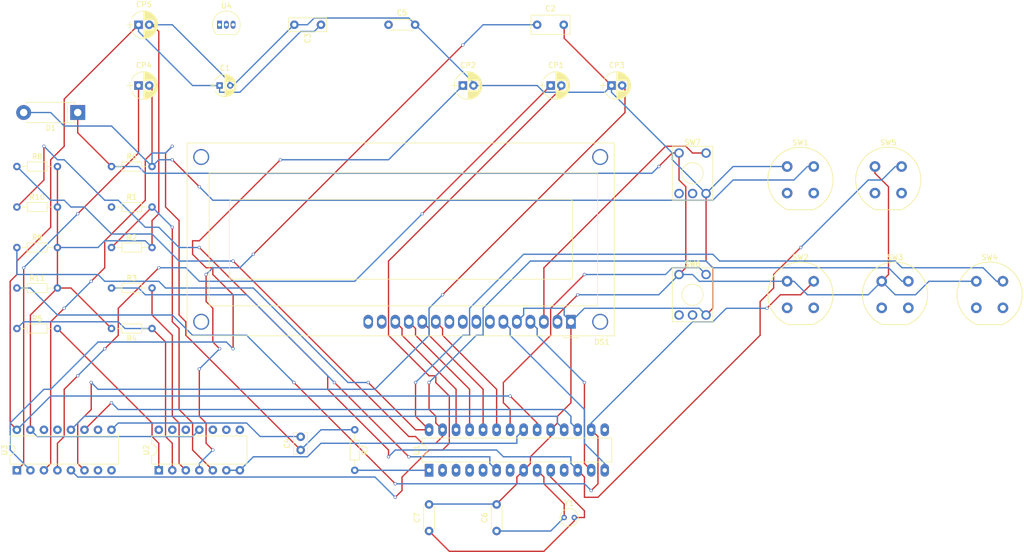
<source format=kicad_pcb>
(kicad_pcb (version 4) (host pcbnew 4.0.5)

  (general
    (links 79)
    (no_connects 0)
    (area 60.195 58.715 253.017516 162.885002)
    (thickness 1.6)
    (drawings 0)
    (tracks 500)
    (zones 0)
    (modules 37)
    (nets 56)
  )

  (page A4)
  (layers
    (0 F.Cu signal)
    (31 B.Cu signal)
    (32 B.Adhes user)
    (33 F.Adhes user)
    (34 B.Paste user)
    (35 F.Paste user)
    (36 B.SilkS user)
    (37 F.SilkS user)
    (38 B.Mask user)
    (39 F.Mask user)
    (40 Dwgs.User user)
    (41 Cmts.User user)
    (42 Eco1.User user)
    (43 Eco2.User user)
    (44 Edge.Cuts user)
    (45 Margin user)
    (46 B.CrtYd user)
    (47 F.CrtYd user)
    (48 B.Fab user)
    (49 F.Fab user)
  )

  (setup
    (last_trace_width 0.25)
    (trace_clearance 0.2)
    (zone_clearance 0.508)
    (zone_45_only no)
    (trace_min 0.2)
    (segment_width 0.2)
    (edge_width 0.15)
    (via_size 0.6)
    (via_drill 0.4)
    (via_min_size 0.4)
    (via_min_drill 0.3)
    (uvia_size 0.3)
    (uvia_drill 0.1)
    (uvias_allowed no)
    (uvia_min_size 0.2)
    (uvia_min_drill 0.1)
    (pcb_text_width 0.3)
    (pcb_text_size 1.5 1.5)
    (mod_edge_width 0.15)
    (mod_text_size 1 1)
    (mod_text_width 0.15)
    (pad_size 1.524 1.524)
    (pad_drill 0.762)
    (pad_to_mask_clearance 0.2)
    (aux_axis_origin 0 0)
    (visible_elements FFFFFF7F)
    (pcbplotparams
      (layerselection 0x00030_80000001)
      (usegerberextensions false)
      (excludeedgelayer true)
      (linewidth 0.100000)
      (plotframeref false)
      (viasonmask false)
      (mode 1)
      (useauxorigin false)
      (hpglpennumber 1)
      (hpglpenspeed 20)
      (hpglpendiameter 15)
      (hpglpenoverlay 2)
      (psnegative false)
      (psa4output false)
      (plotreference true)
      (plotvalue true)
      (plotinvisibletext false)
      (padsonsilk false)
      (subtractmaskfromsilk false)
      (outputformat 1)
      (mirror false)
      (drillshape 1)
      (scaleselection 1)
      (outputdirectory ""))
  )

  (net 0 "")
  (net 1 "Net-(C1-Pad1)")
  (net 2 GND)
  (net 3 +15V)
  (net 4 "Net-(C4-Pad1)")
  (net 5 "Net-(C4-Pad2)")
  (net 6 "Net-(C5-Pad1)")
  (net 7 "Net-(C6-Pad1)")
  (net 8 "Net-(C7-Pad1)")
  (net 9 "Net-(CP1-Pad1)")
  (net 10 "Net-(CP1-Pad2)")
  (net 11 "Net-(CP2-Pad1)")
  (net 12 "Net-(CP3-Pad2)")
  (net 13 "Net-(CP4-Pad1)")
  (net 14 "Net-(CP4-Pad2)")
  (net 15 +5V)
  (net 16 "Net-(DS1-Pad3)")
  (net 17 "Net-(DS1-Pad4)")
  (net 18 "Net-(DS1-Pad6)")
  (net 19 "Net-(DS1-Pad7)")
  (net 20 "Net-(DS1-Pad8)")
  (net 21 "Net-(DS1-Pad9)")
  (net 22 "Net-(DS1-Pad10)")
  (net 23 "Net-(DS1-Pad11)")
  (net 24 "Net-(DS1-Pad12)")
  (net 25 "Net-(DS1-Pad13)")
  (net 26 "Net-(DS1-Pad14)")
  (net 27 "Net-(DS1-Pad15)")
  (net 28 "Net-(DS1-Pad16)")
  (net 29 Sensor,0-10V)
  (net 30 "Net-(R1-Pad2)")
  (net 31 "Net-(R3-Pad1)")
  (net 32 "Net-(R3-Pad2)")
  (net 33 "Net-(R4-Pad1)")
  (net 34 Styrsignal,0-10V)
  (net 35 "Net-(R7-Pad2)")
  (net 36 "Net-(R8-Pad1)")
  (net 37 "Net-(R9-Pad1)")
  (net 38 "Net-(R10-Pad1)")
  (net 39 "Net-(R11-Pad1)")
  (net 40 "Net-(SW6-Pad2)")
  (net 41 "Net-(U1-Pad15)")
  (net 42 "Net-(U1-Pad2)")
  (net 43 "Net-(U1-Pad3)")
  (net 44 "Net-(U1-Pad17)")
  (net 45 "Net-(U1-Pad4)")
  (net 46 "Net-(U1-Pad18)")
  (net 47 "Net-(U1-Pad5)")
  (net 48 "Net-(U1-Pad7)")
  (net 49 "Net-(U1-Pad21)")
  (net 50 "Net-(U1-Pad11)")
  (net 51 "Net-(U3-Pad10)")
  (net 52 DSUB-TxD)
  (net 53 DSUB-RxD)
  (net 54 "Net-(U3-Pad7)")
  (net 55 DSUB-RESET)

  (net_class Default "This is the default net class."
    (clearance 0.2)
    (trace_width 0.25)
    (via_dia 0.6)
    (via_drill 0.4)
    (uvia_dia 0.3)
    (uvia_drill 0.1)
    (add_net +15V)
    (add_net +5V)
    (add_net DSUB-RESET)
    (add_net DSUB-RxD)
    (add_net DSUB-TxD)
    (add_net GND)
    (add_net "Net-(C1-Pad1)")
    (add_net "Net-(C4-Pad1)")
    (add_net "Net-(C4-Pad2)")
    (add_net "Net-(C5-Pad1)")
    (add_net "Net-(C6-Pad1)")
    (add_net "Net-(C7-Pad1)")
    (add_net "Net-(CP1-Pad1)")
    (add_net "Net-(CP1-Pad2)")
    (add_net "Net-(CP2-Pad1)")
    (add_net "Net-(CP3-Pad2)")
    (add_net "Net-(CP4-Pad1)")
    (add_net "Net-(CP4-Pad2)")
    (add_net "Net-(DS1-Pad10)")
    (add_net "Net-(DS1-Pad11)")
    (add_net "Net-(DS1-Pad12)")
    (add_net "Net-(DS1-Pad13)")
    (add_net "Net-(DS1-Pad14)")
    (add_net "Net-(DS1-Pad15)")
    (add_net "Net-(DS1-Pad16)")
    (add_net "Net-(DS1-Pad3)")
    (add_net "Net-(DS1-Pad4)")
    (add_net "Net-(DS1-Pad6)")
    (add_net "Net-(DS1-Pad7)")
    (add_net "Net-(DS1-Pad8)")
    (add_net "Net-(DS1-Pad9)")
    (add_net "Net-(R1-Pad2)")
    (add_net "Net-(R10-Pad1)")
    (add_net "Net-(R11-Pad1)")
    (add_net "Net-(R3-Pad1)")
    (add_net "Net-(R3-Pad2)")
    (add_net "Net-(R4-Pad1)")
    (add_net "Net-(R7-Pad2)")
    (add_net "Net-(R8-Pad1)")
    (add_net "Net-(R9-Pad1)")
    (add_net "Net-(SW6-Pad2)")
    (add_net "Net-(U1-Pad11)")
    (add_net "Net-(U1-Pad15)")
    (add_net "Net-(U1-Pad17)")
    (add_net "Net-(U1-Pad18)")
    (add_net "Net-(U1-Pad2)")
    (add_net "Net-(U1-Pad21)")
    (add_net "Net-(U1-Pad3)")
    (add_net "Net-(U1-Pad4)")
    (add_net "Net-(U1-Pad5)")
    (add_net "Net-(U1-Pad7)")
    (add_net "Net-(U3-Pad10)")
    (add_net "Net-(U3-Pad7)")
    (add_net Sensor,0-10V)
    (add_net Styrsignal,0-10V)
  )

  (module Capacitors_THT:CP_Radial_D4.0mm_P2.00mm (layer F.Cu) (tedit 597BC7C2) (tstamp 59E0D304)
    (at 101.6 74.93)
    (descr "CP, Radial series, Radial, pin pitch=2.00mm, , diameter=4mm, Electrolytic Capacitor")
    (tags "CP Radial series Radial pin pitch 2.00mm  diameter 4mm Electrolytic Capacitor")
    (path /59E11D43)
    (fp_text reference C1 (at 1 -3.31) (layer F.SilkS)
      (effects (font (size 1 1) (thickness 0.15)))
    )
    (fp_text value 1µF (at 1 3.31) (layer F.Fab)
      (effects (font (size 1 1) (thickness 0.15)))
    )
    (fp_arc (start 1 0) (end -0.845996 -0.98) (angle 124.1) (layer F.SilkS) (width 0.12))
    (fp_arc (start 1 0) (end -0.845996 0.98) (angle -124.1) (layer F.SilkS) (width 0.12))
    (fp_arc (start 1 0) (end 2.845996 -0.98) (angle 55.9) (layer F.SilkS) (width 0.12))
    (fp_circle (center 1 0) (end 3 0) (layer F.Fab) (width 0.1))
    (fp_line (start -1.7 0) (end -0.8 0) (layer F.Fab) (width 0.1))
    (fp_line (start -1.25 -0.45) (end -1.25 0.45) (layer F.Fab) (width 0.1))
    (fp_line (start 1 -2.05) (end 1 2.05) (layer F.SilkS) (width 0.12))
    (fp_line (start 1.04 -2.05) (end 1.04 2.05) (layer F.SilkS) (width 0.12))
    (fp_line (start 1.08 -2.049) (end 1.08 2.049) (layer F.SilkS) (width 0.12))
    (fp_line (start 1.12 -2.047) (end 1.12 2.047) (layer F.SilkS) (width 0.12))
    (fp_line (start 1.16 -2.044) (end 1.16 2.044) (layer F.SilkS) (width 0.12))
    (fp_line (start 1.2 -2.041) (end 1.2 2.041) (layer F.SilkS) (width 0.12))
    (fp_line (start 1.24 -2.037) (end 1.24 -0.78) (layer F.SilkS) (width 0.12))
    (fp_line (start 1.24 0.78) (end 1.24 2.037) (layer F.SilkS) (width 0.12))
    (fp_line (start 1.28 -2.032) (end 1.28 -0.78) (layer F.SilkS) (width 0.12))
    (fp_line (start 1.28 0.78) (end 1.28 2.032) (layer F.SilkS) (width 0.12))
    (fp_line (start 1.32 -2.026) (end 1.32 -0.78) (layer F.SilkS) (width 0.12))
    (fp_line (start 1.32 0.78) (end 1.32 2.026) (layer F.SilkS) (width 0.12))
    (fp_line (start 1.36 -2.019) (end 1.36 -0.78) (layer F.SilkS) (width 0.12))
    (fp_line (start 1.36 0.78) (end 1.36 2.019) (layer F.SilkS) (width 0.12))
    (fp_line (start 1.4 -2.012) (end 1.4 -0.78) (layer F.SilkS) (width 0.12))
    (fp_line (start 1.4 0.78) (end 1.4 2.012) (layer F.SilkS) (width 0.12))
    (fp_line (start 1.44 -2.004) (end 1.44 -0.78) (layer F.SilkS) (width 0.12))
    (fp_line (start 1.44 0.78) (end 1.44 2.004) (layer F.SilkS) (width 0.12))
    (fp_line (start 1.48 -1.995) (end 1.48 -0.78) (layer F.SilkS) (width 0.12))
    (fp_line (start 1.48 0.78) (end 1.48 1.995) (layer F.SilkS) (width 0.12))
    (fp_line (start 1.52 -1.985) (end 1.52 -0.78) (layer F.SilkS) (width 0.12))
    (fp_line (start 1.52 0.78) (end 1.52 1.985) (layer F.SilkS) (width 0.12))
    (fp_line (start 1.56 -1.974) (end 1.56 -0.78) (layer F.SilkS) (width 0.12))
    (fp_line (start 1.56 0.78) (end 1.56 1.974) (layer F.SilkS) (width 0.12))
    (fp_line (start 1.6 -1.963) (end 1.6 -0.78) (layer F.SilkS) (width 0.12))
    (fp_line (start 1.6 0.78) (end 1.6 1.963) (layer F.SilkS) (width 0.12))
    (fp_line (start 1.64 -1.95) (end 1.64 -0.78) (layer F.SilkS) (width 0.12))
    (fp_line (start 1.64 0.78) (end 1.64 1.95) (layer F.SilkS) (width 0.12))
    (fp_line (start 1.68 -1.937) (end 1.68 -0.78) (layer F.SilkS) (width 0.12))
    (fp_line (start 1.68 0.78) (end 1.68 1.937) (layer F.SilkS) (width 0.12))
    (fp_line (start 1.721 -1.923) (end 1.721 -0.78) (layer F.SilkS) (width 0.12))
    (fp_line (start 1.721 0.78) (end 1.721 1.923) (layer F.SilkS) (width 0.12))
    (fp_line (start 1.761 -1.907) (end 1.761 -0.78) (layer F.SilkS) (width 0.12))
    (fp_line (start 1.761 0.78) (end 1.761 1.907) (layer F.SilkS) (width 0.12))
    (fp_line (start 1.801 -1.891) (end 1.801 -0.78) (layer F.SilkS) (width 0.12))
    (fp_line (start 1.801 0.78) (end 1.801 1.891) (layer F.SilkS) (width 0.12))
    (fp_line (start 1.841 -1.874) (end 1.841 -0.78) (layer F.SilkS) (width 0.12))
    (fp_line (start 1.841 0.78) (end 1.841 1.874) (layer F.SilkS) (width 0.12))
    (fp_line (start 1.881 -1.856) (end 1.881 -0.78) (layer F.SilkS) (width 0.12))
    (fp_line (start 1.881 0.78) (end 1.881 1.856) (layer F.SilkS) (width 0.12))
    (fp_line (start 1.921 -1.837) (end 1.921 -0.78) (layer F.SilkS) (width 0.12))
    (fp_line (start 1.921 0.78) (end 1.921 1.837) (layer F.SilkS) (width 0.12))
    (fp_line (start 1.961 -1.817) (end 1.961 -0.78) (layer F.SilkS) (width 0.12))
    (fp_line (start 1.961 0.78) (end 1.961 1.817) (layer F.SilkS) (width 0.12))
    (fp_line (start 2.001 -1.796) (end 2.001 -0.78) (layer F.SilkS) (width 0.12))
    (fp_line (start 2.001 0.78) (end 2.001 1.796) (layer F.SilkS) (width 0.12))
    (fp_line (start 2.041 -1.773) (end 2.041 -0.78) (layer F.SilkS) (width 0.12))
    (fp_line (start 2.041 0.78) (end 2.041 1.773) (layer F.SilkS) (width 0.12))
    (fp_line (start 2.081 -1.75) (end 2.081 -0.78) (layer F.SilkS) (width 0.12))
    (fp_line (start 2.081 0.78) (end 2.081 1.75) (layer F.SilkS) (width 0.12))
    (fp_line (start 2.121 -1.725) (end 2.121 -0.78) (layer F.SilkS) (width 0.12))
    (fp_line (start 2.121 0.78) (end 2.121 1.725) (layer F.SilkS) (width 0.12))
    (fp_line (start 2.161 -1.699) (end 2.161 -0.78) (layer F.SilkS) (width 0.12))
    (fp_line (start 2.161 0.78) (end 2.161 1.699) (layer F.SilkS) (width 0.12))
    (fp_line (start 2.201 -1.672) (end 2.201 -0.78) (layer F.SilkS) (width 0.12))
    (fp_line (start 2.201 0.78) (end 2.201 1.672) (layer F.SilkS) (width 0.12))
    (fp_line (start 2.241 -1.643) (end 2.241 -0.78) (layer F.SilkS) (width 0.12))
    (fp_line (start 2.241 0.78) (end 2.241 1.643) (layer F.SilkS) (width 0.12))
    (fp_line (start 2.281 -1.613) (end 2.281 -0.78) (layer F.SilkS) (width 0.12))
    (fp_line (start 2.281 0.78) (end 2.281 1.613) (layer F.SilkS) (width 0.12))
    (fp_line (start 2.321 -1.581) (end 2.321 -0.78) (layer F.SilkS) (width 0.12))
    (fp_line (start 2.321 0.78) (end 2.321 1.581) (layer F.SilkS) (width 0.12))
    (fp_line (start 2.361 -1.547) (end 2.361 -0.78) (layer F.SilkS) (width 0.12))
    (fp_line (start 2.361 0.78) (end 2.361 1.547) (layer F.SilkS) (width 0.12))
    (fp_line (start 2.401 -1.512) (end 2.401 -0.78) (layer F.SilkS) (width 0.12))
    (fp_line (start 2.401 0.78) (end 2.401 1.512) (layer F.SilkS) (width 0.12))
    (fp_line (start 2.441 -1.475) (end 2.441 -0.78) (layer F.SilkS) (width 0.12))
    (fp_line (start 2.441 0.78) (end 2.441 1.475) (layer F.SilkS) (width 0.12))
    (fp_line (start 2.481 -1.436) (end 2.481 -0.78) (layer F.SilkS) (width 0.12))
    (fp_line (start 2.481 0.78) (end 2.481 1.436) (layer F.SilkS) (width 0.12))
    (fp_line (start 2.521 -1.395) (end 2.521 -0.78) (layer F.SilkS) (width 0.12))
    (fp_line (start 2.521 0.78) (end 2.521 1.395) (layer F.SilkS) (width 0.12))
    (fp_line (start 2.561 -1.351) (end 2.561 -0.78) (layer F.SilkS) (width 0.12))
    (fp_line (start 2.561 0.78) (end 2.561 1.351) (layer F.SilkS) (width 0.12))
    (fp_line (start 2.601 -1.305) (end 2.601 -0.78) (layer F.SilkS) (width 0.12))
    (fp_line (start 2.601 0.78) (end 2.601 1.305) (layer F.SilkS) (width 0.12))
    (fp_line (start 2.641 -1.256) (end 2.641 -0.78) (layer F.SilkS) (width 0.12))
    (fp_line (start 2.641 0.78) (end 2.641 1.256) (layer F.SilkS) (width 0.12))
    (fp_line (start 2.681 -1.204) (end 2.681 -0.78) (layer F.SilkS) (width 0.12))
    (fp_line (start 2.681 0.78) (end 2.681 1.204) (layer F.SilkS) (width 0.12))
    (fp_line (start 2.721 -1.148) (end 2.721 -0.78) (layer F.SilkS) (width 0.12))
    (fp_line (start 2.721 0.78) (end 2.721 1.148) (layer F.SilkS) (width 0.12))
    (fp_line (start 2.761 -1.088) (end 2.761 -0.78) (layer F.SilkS) (width 0.12))
    (fp_line (start 2.761 0.78) (end 2.761 1.088) (layer F.SilkS) (width 0.12))
    (fp_line (start 2.801 -1.023) (end 2.801 1.023) (layer F.SilkS) (width 0.12))
    (fp_line (start 2.841 -0.952) (end 2.841 0.952) (layer F.SilkS) (width 0.12))
    (fp_line (start 2.881 -0.874) (end 2.881 0.874) (layer F.SilkS) (width 0.12))
    (fp_line (start 2.921 -0.786) (end 2.921 0.786) (layer F.SilkS) (width 0.12))
    (fp_line (start 2.961 -0.686) (end 2.961 0.686) (layer F.SilkS) (width 0.12))
    (fp_line (start 3.001 -0.567) (end 3.001 0.567) (layer F.SilkS) (width 0.12))
    (fp_line (start 3.041 -0.415) (end 3.041 0.415) (layer F.SilkS) (width 0.12))
    (fp_line (start 3.081 -0.165) (end 3.081 0.165) (layer F.SilkS) (width 0.12))
    (fp_line (start -1.7 0) (end -0.8 0) (layer F.SilkS) (width 0.12))
    (fp_line (start -1.25 -0.45) (end -1.25 0.45) (layer F.SilkS) (width 0.12))
    (fp_line (start -1.35 -2.35) (end -1.35 2.35) (layer F.CrtYd) (width 0.05))
    (fp_line (start -1.35 2.35) (end 3.35 2.35) (layer F.CrtYd) (width 0.05))
    (fp_line (start 3.35 2.35) (end 3.35 -2.35) (layer F.CrtYd) (width 0.05))
    (fp_line (start 3.35 -2.35) (end -1.35 -2.35) (layer F.CrtYd) (width 0.05))
    (fp_text user %R (at 1 0) (layer F.Fab)
      (effects (font (size 1 1) (thickness 0.15)))
    )
    (pad 1 thru_hole rect (at 0 0) (size 1.2 1.2) (drill 0.6) (layers *.Cu *.Mask)
      (net 1 "Net-(C1-Pad1)"))
    (pad 2 thru_hole circle (at 2 0) (size 1.2 1.2) (drill 0.6) (layers *.Cu *.Mask)
      (net 2 GND))
    (model ${KISYS3DMOD}/Capacitors_THT.3dshapes/CP_Radial_D4.0mm_P2.00mm.wrl
      (at (xyz 0 0 0))
      (scale (xyz 1 1 1))
      (rotate (xyz 0 0 0))
    )
  )

  (module Capacitors_THT:C_Rect_L7.2mm_W3.5mm_P5.00mm_FKS2_FKP2_MKS2_MKP2 (layer F.Cu) (tedit 597BC7C2) (tstamp 59E0D30A)
    (at 161.29 63.5)
    (descr "C, Rect series, Radial, pin pitch=5.00mm, , length*width=7.2*3.5mm^2, Capacitor, http://www.wima.com/EN/WIMA_FKS_2.pdf")
    (tags "C Rect series Radial pin pitch 5.00mm  length 7.2mm width 3.5mm Capacitor")
    (path /59E0929B)
    (fp_text reference C2 (at 2.5 -3.06) (layer F.SilkS)
      (effects (font (size 1 1) (thickness 0.15)))
    )
    (fp_text value 0.33µF (at 2.5 3.06) (layer F.Fab)
      (effects (font (size 1 1) (thickness 0.15)))
    )
    (fp_line (start -1.1 -1.75) (end -1.1 1.75) (layer F.Fab) (width 0.1))
    (fp_line (start -1.1 1.75) (end 6.1 1.75) (layer F.Fab) (width 0.1))
    (fp_line (start 6.1 1.75) (end 6.1 -1.75) (layer F.Fab) (width 0.1))
    (fp_line (start 6.1 -1.75) (end -1.1 -1.75) (layer F.Fab) (width 0.1))
    (fp_line (start -1.16 -1.81) (end 6.16 -1.81) (layer F.SilkS) (width 0.12))
    (fp_line (start -1.16 1.81) (end 6.16 1.81) (layer F.SilkS) (width 0.12))
    (fp_line (start -1.16 -1.81) (end -1.16 1.81) (layer F.SilkS) (width 0.12))
    (fp_line (start 6.16 -1.81) (end 6.16 1.81) (layer F.SilkS) (width 0.12))
    (fp_line (start -1.45 -2.1) (end -1.45 2.1) (layer F.CrtYd) (width 0.05))
    (fp_line (start -1.45 2.1) (end 6.45 2.1) (layer F.CrtYd) (width 0.05))
    (fp_line (start 6.45 2.1) (end 6.45 -2.1) (layer F.CrtYd) (width 0.05))
    (fp_line (start 6.45 -2.1) (end -1.45 -2.1) (layer F.CrtYd) (width 0.05))
    (fp_text user %R (at 2.5 0) (layer F.Fab)
      (effects (font (size 1 1) (thickness 0.15)))
    )
    (pad 1 thru_hole circle (at 0 0) (size 1.6 1.6) (drill 0.8) (layers *.Cu *.Mask)
      (net 3 +15V))
    (pad 2 thru_hole circle (at 5 0) (size 1.6 1.6) (drill 0.8) (layers *.Cu *.Mask)
      (net 2 GND))
    (model ${KISYS3DMOD}/Capacitors_THT.3dshapes/C_Rect_L7.2mm_W3.5mm_P5.00mm_FKS2_FKP2_MKS2_MKP2.wrl
      (at (xyz 0 0 0))
      (scale (xyz 1 1 1))
      (rotate (xyz 0 0 0))
    )
  )

  (module Capacitors_THT:C_Rect_L7.0mm_W2.5mm_P5.00mm (layer F.Cu) (tedit 59E0CA1D) (tstamp 59E0D310)
    (at 120.65 63.5 180)
    (descr "C, Rect series, Radial, pin pitch=5.00mm, , length*width=7*2.5mm^2, Capacitor")
    (tags "C Rect series Radial pin pitch 5.00mm  length 7mm width 2.5mm Capacitor")
    (path /59E0936C)
    (fp_text reference C3 (at 2.5 -2.56 270) (layer F.SilkS)
      (effects (font (size 1 1) (thickness 0.15)))
    )
    (fp_text value 0.1µF (at 2.5 2.56 180) (layer F.Fab)
      (effects (font (size 1 1) (thickness 0.15)))
    )
    (fp_line (start -1 -1.25) (end -1 1.25) (layer F.Fab) (width 0.1))
    (fp_line (start -1 1.25) (end 6 1.25) (layer F.Fab) (width 0.1))
    (fp_line (start 6 1.25) (end 6 -1.25) (layer F.Fab) (width 0.1))
    (fp_line (start 6 -1.25) (end -1 -1.25) (layer F.Fab) (width 0.1))
    (fp_line (start -1.06 -1.31) (end 6.06 -1.31) (layer F.SilkS) (width 0.12))
    (fp_line (start -1.06 1.31) (end 6.06 1.31) (layer F.SilkS) (width 0.12))
    (fp_line (start -1.06 -1.31) (end -1.06 1.31) (layer F.SilkS) (width 0.12))
    (fp_line (start 6.06 -1.31) (end 6.06 1.31) (layer F.SilkS) (width 0.12))
    (fp_line (start -1.35 -1.6) (end -1.35 1.6) (layer F.CrtYd) (width 0.05))
    (fp_line (start -1.35 1.6) (end 6.35 1.6) (layer F.CrtYd) (width 0.05))
    (fp_line (start 6.35 1.6) (end 6.35 -1.6) (layer F.CrtYd) (width 0.05))
    (fp_line (start 6.35 -1.6) (end -1.35 -1.6) (layer F.CrtYd) (width 0.05))
    (fp_text user %R (at 2.5 0 180) (layer F.Fab)
      (effects (font (size 1 1) (thickness 0.15)))
    )
    (pad 1 thru_hole circle (at 0 0 180) (size 1.6 1.6) (drill 0.8) (layers *.Cu *.Mask)
      (net 1 "Net-(C1-Pad1)"))
    (pad 2 thru_hole circle (at 5 0 180) (size 1.6 1.6) (drill 0.8) (layers *.Cu *.Mask)
      (net 2 GND))
    (model ${KISYS3DMOD}/Capacitors_THT.3dshapes/C_Rect_L7.0mm_W2.5mm_P5.00mm.wrl
      (at (xyz 0 0 0))
      (scale (xyz 1 1 1))
      (rotate (xyz 0 0 0))
    )
  )

  (module Capacitors_THT:C_Rect_L4.0mm_W2.5mm_P2.50mm (layer F.Cu) (tedit 597BC7C2) (tstamp 59E0D316)
    (at 116.84 143.51 90)
    (descr "C, Rect series, Radial, pin pitch=2.50mm, , length*width=4*2.5mm^2, Capacitor")
    (tags "C Rect series Radial pin pitch 2.50mm  length 4mm width 2.5mm Capacitor")
    (path /59E15750)
    (fp_text reference C4 (at 1.25 -2.56 90) (layer F.SilkS)
      (effects (font (size 1 1) (thickness 0.15)))
    )
    (fp_text value 0.1µF (at 1.25 2.56 90) (layer F.Fab)
      (effects (font (size 1 1) (thickness 0.15)))
    )
    (fp_line (start -0.75 -1.25) (end -0.75 1.25) (layer F.Fab) (width 0.1))
    (fp_line (start -0.75 1.25) (end 3.25 1.25) (layer F.Fab) (width 0.1))
    (fp_line (start 3.25 1.25) (end 3.25 -1.25) (layer F.Fab) (width 0.1))
    (fp_line (start 3.25 -1.25) (end -0.75 -1.25) (layer F.Fab) (width 0.1))
    (fp_line (start -0.81 -1.31) (end 3.31 -1.31) (layer F.SilkS) (width 0.12))
    (fp_line (start -0.81 1.31) (end 3.31 1.31) (layer F.SilkS) (width 0.12))
    (fp_line (start -0.81 -1.31) (end -0.81 -0.75) (layer F.SilkS) (width 0.12))
    (fp_line (start -0.81 0.75) (end -0.81 1.31) (layer F.SilkS) (width 0.12))
    (fp_line (start 3.31 -1.31) (end 3.31 -0.75) (layer F.SilkS) (width 0.12))
    (fp_line (start 3.31 0.75) (end 3.31 1.31) (layer F.SilkS) (width 0.12))
    (fp_line (start -1.1 -1.6) (end -1.1 1.6) (layer F.CrtYd) (width 0.05))
    (fp_line (start -1.1 1.6) (end 3.6 1.6) (layer F.CrtYd) (width 0.05))
    (fp_line (start 3.6 1.6) (end 3.6 -1.6) (layer F.CrtYd) (width 0.05))
    (fp_line (start 3.6 -1.6) (end -1.1 -1.6) (layer F.CrtYd) (width 0.05))
    (fp_text user %R (at 1.25 0 90) (layer F.Fab)
      (effects (font (size 1 1) (thickness 0.15)))
    )
    (pad 1 thru_hole circle (at 0 0 90) (size 1.6 1.6) (drill 0.8) (layers *.Cu *.Mask)
      (net 4 "Net-(C4-Pad1)"))
    (pad 2 thru_hole circle (at 2.5 0 90) (size 1.6 1.6) (drill 0.8) (layers *.Cu *.Mask)
      (net 5 "Net-(C4-Pad2)"))
    (model ${KISYS3DMOD}/Capacitors_THT.3dshapes/C_Rect_L4.0mm_W2.5mm_P2.50mm.wrl
      (at (xyz 0 0 0))
      (scale (xyz 1 1 1))
      (rotate (xyz 0 0 0))
    )
  )

  (module Capacitors_THT:C_Disc_D4.3mm_W1.9mm_P5.00mm (layer F.Cu) (tedit 597BC7C2) (tstamp 59E0D31C)
    (at 133.35 63.5)
    (descr "C, Disc series, Radial, pin pitch=5.00mm, , diameter*width=4.3*1.9mm^2, Capacitor, http://www.vishay.com/docs/45233/krseries.pdf")
    (tags "C Disc series Radial pin pitch 5.00mm  diameter 4.3mm width 1.9mm Capacitor")
    (path /59E11A39)
    (fp_text reference C5 (at 2.5 -2.26) (layer F.SilkS)
      (effects (font (size 1 1) (thickness 0.15)))
    )
    (fp_text value 4.7µF (at 2.5 2.26) (layer F.Fab)
      (effects (font (size 1 1) (thickness 0.15)))
    )
    (fp_line (start 0.35 -0.95) (end 0.35 0.95) (layer F.Fab) (width 0.1))
    (fp_line (start 0.35 0.95) (end 4.65 0.95) (layer F.Fab) (width 0.1))
    (fp_line (start 4.65 0.95) (end 4.65 -0.95) (layer F.Fab) (width 0.1))
    (fp_line (start 4.65 -0.95) (end 0.35 -0.95) (layer F.Fab) (width 0.1))
    (fp_line (start 0.29 -1.01) (end 4.71 -1.01) (layer F.SilkS) (width 0.12))
    (fp_line (start 0.29 1.01) (end 4.71 1.01) (layer F.SilkS) (width 0.12))
    (fp_line (start 0.29 -1.01) (end 0.29 -0.996) (layer F.SilkS) (width 0.12))
    (fp_line (start 0.29 0.996) (end 0.29 1.01) (layer F.SilkS) (width 0.12))
    (fp_line (start 4.71 -1.01) (end 4.71 -0.996) (layer F.SilkS) (width 0.12))
    (fp_line (start 4.71 0.996) (end 4.71 1.01) (layer F.SilkS) (width 0.12))
    (fp_line (start -1.05 -1.3) (end -1.05 1.3) (layer F.CrtYd) (width 0.05))
    (fp_line (start -1.05 1.3) (end 6.05 1.3) (layer F.CrtYd) (width 0.05))
    (fp_line (start 6.05 1.3) (end 6.05 -1.3) (layer F.CrtYd) (width 0.05))
    (fp_line (start 6.05 -1.3) (end -1.05 -1.3) (layer F.CrtYd) (width 0.05))
    (fp_text user %R (at 2.5 0) (layer F.Fab)
      (effects (font (size 1 1) (thickness 0.15)))
    )
    (pad 1 thru_hole circle (at 0 0) (size 1.6 1.6) (drill 0.8) (layers *.Cu *.Mask)
      (net 6 "Net-(C5-Pad1)"))
    (pad 2 thru_hole circle (at 5 0) (size 1.6 1.6) (drill 0.8) (layers *.Cu *.Mask)
      (net 2 GND))
    (model ${KISYS3DMOD}/Capacitors_THT.3dshapes/C_Disc_D4.3mm_W1.9mm_P5.00mm.wrl
      (at (xyz 0 0 0))
      (scale (xyz 1 1 1))
      (rotate (xyz 0 0 0))
    )
  )

  (module Capacitors_THT:C_Disc_D4.3mm_W1.9mm_P5.00mm (layer F.Cu) (tedit 597BC7C2) (tstamp 59E0D322)
    (at 153.67 158.75 90)
    (descr "C, Disc series, Radial, pin pitch=5.00mm, , diameter*width=4.3*1.9mm^2, Capacitor, http://www.vishay.com/docs/45233/krseries.pdf")
    (tags "C Disc series Radial pin pitch 5.00mm  diameter 4.3mm width 1.9mm Capacitor")
    (path /59E210B1)
    (fp_text reference C6 (at 2.5 -2.26 90) (layer F.SilkS)
      (effects (font (size 1 1) (thickness 0.15)))
    )
    (fp_text value 15pF (at 2.5 2.26 90) (layer F.Fab)
      (effects (font (size 1 1) (thickness 0.15)))
    )
    (fp_line (start 0.35 -0.95) (end 0.35 0.95) (layer F.Fab) (width 0.1))
    (fp_line (start 0.35 0.95) (end 4.65 0.95) (layer F.Fab) (width 0.1))
    (fp_line (start 4.65 0.95) (end 4.65 -0.95) (layer F.Fab) (width 0.1))
    (fp_line (start 4.65 -0.95) (end 0.35 -0.95) (layer F.Fab) (width 0.1))
    (fp_line (start 0.29 -1.01) (end 4.71 -1.01) (layer F.SilkS) (width 0.12))
    (fp_line (start 0.29 1.01) (end 4.71 1.01) (layer F.SilkS) (width 0.12))
    (fp_line (start 0.29 -1.01) (end 0.29 -0.996) (layer F.SilkS) (width 0.12))
    (fp_line (start 0.29 0.996) (end 0.29 1.01) (layer F.SilkS) (width 0.12))
    (fp_line (start 4.71 -1.01) (end 4.71 -0.996) (layer F.SilkS) (width 0.12))
    (fp_line (start 4.71 0.996) (end 4.71 1.01) (layer F.SilkS) (width 0.12))
    (fp_line (start -1.05 -1.3) (end -1.05 1.3) (layer F.CrtYd) (width 0.05))
    (fp_line (start -1.05 1.3) (end 6.05 1.3) (layer F.CrtYd) (width 0.05))
    (fp_line (start 6.05 1.3) (end 6.05 -1.3) (layer F.CrtYd) (width 0.05))
    (fp_line (start 6.05 -1.3) (end -1.05 -1.3) (layer F.CrtYd) (width 0.05))
    (fp_text user %R (at 2.5 0 90) (layer F.Fab)
      (effects (font (size 1 1) (thickness 0.15)))
    )
    (pad 1 thru_hole circle (at 0 0 90) (size 1.6 1.6) (drill 0.8) (layers *.Cu *.Mask)
      (net 7 "Net-(C6-Pad1)"))
    (pad 2 thru_hole circle (at 5 0 90) (size 1.6 1.6) (drill 0.8) (layers *.Cu *.Mask)
      (net 2 GND))
    (model ${KISYS3DMOD}/Capacitors_THT.3dshapes/C_Disc_D4.3mm_W1.9mm_P5.00mm.wrl
      (at (xyz 0 0 0))
      (scale (xyz 1 1 1))
      (rotate (xyz 0 0 0))
    )
  )

  (module Capacitors_THT:C_Disc_D4.3mm_W1.9mm_P5.00mm (layer F.Cu) (tedit 597BC7C2) (tstamp 59E0D328)
    (at 140.97 158.75 90)
    (descr "C, Disc series, Radial, pin pitch=5.00mm, , diameter*width=4.3*1.9mm^2, Capacitor, http://www.vishay.com/docs/45233/krseries.pdf")
    (tags "C Disc series Radial pin pitch 5.00mm  diameter 4.3mm width 1.9mm Capacitor")
    (path /59E20FE4)
    (fp_text reference C7 (at 2.5 -2.26 90) (layer F.SilkS)
      (effects (font (size 1 1) (thickness 0.15)))
    )
    (fp_text value 15pF (at 2.5 2.26 90) (layer F.Fab)
      (effects (font (size 1 1) (thickness 0.15)))
    )
    (fp_line (start 0.35 -0.95) (end 0.35 0.95) (layer F.Fab) (width 0.1))
    (fp_line (start 0.35 0.95) (end 4.65 0.95) (layer F.Fab) (width 0.1))
    (fp_line (start 4.65 0.95) (end 4.65 -0.95) (layer F.Fab) (width 0.1))
    (fp_line (start 4.65 -0.95) (end 0.35 -0.95) (layer F.Fab) (width 0.1))
    (fp_line (start 0.29 -1.01) (end 4.71 -1.01) (layer F.SilkS) (width 0.12))
    (fp_line (start 0.29 1.01) (end 4.71 1.01) (layer F.SilkS) (width 0.12))
    (fp_line (start 0.29 -1.01) (end 0.29 -0.996) (layer F.SilkS) (width 0.12))
    (fp_line (start 0.29 0.996) (end 0.29 1.01) (layer F.SilkS) (width 0.12))
    (fp_line (start 4.71 -1.01) (end 4.71 -0.996) (layer F.SilkS) (width 0.12))
    (fp_line (start 4.71 0.996) (end 4.71 1.01) (layer F.SilkS) (width 0.12))
    (fp_line (start -1.05 -1.3) (end -1.05 1.3) (layer F.CrtYd) (width 0.05))
    (fp_line (start -1.05 1.3) (end 6.05 1.3) (layer F.CrtYd) (width 0.05))
    (fp_line (start 6.05 1.3) (end 6.05 -1.3) (layer F.CrtYd) (width 0.05))
    (fp_line (start 6.05 -1.3) (end -1.05 -1.3) (layer F.CrtYd) (width 0.05))
    (fp_text user %R (at 2.5 0 90) (layer F.Fab)
      (effects (font (size 1 1) (thickness 0.15)))
    )
    (pad 1 thru_hole circle (at 0 0 90) (size 1.6 1.6) (drill 0.8) (layers *.Cu *.Mask)
      (net 8 "Net-(C7-Pad1)"))
    (pad 2 thru_hole circle (at 5 0 90) (size 1.6 1.6) (drill 0.8) (layers *.Cu *.Mask)
      (net 2 GND))
    (model ${KISYS3DMOD}/Capacitors_THT.3dshapes/C_Disc_D4.3mm_W1.9mm_P5.00mm.wrl
      (at (xyz 0 0 0))
      (scale (xyz 1 1 1))
      (rotate (xyz 0 0 0))
    )
  )

  (module Capacitors_THT:CP_Radial_D5.0mm_P2.00mm (layer F.Cu) (tedit 597BC7C2) (tstamp 59E0D32E)
    (at 163.83 74.93)
    (descr "CP, Radial series, Radial, pin pitch=2.00mm, , diameter=5mm, Electrolytic Capacitor")
    (tags "CP Radial series Radial pin pitch 2.00mm  diameter 5mm Electrolytic Capacitor")
    (path /59E0A969)
    (fp_text reference CP1 (at 1 -3.81) (layer F.SilkS)
      (effects (font (size 1 1) (thickness 0.15)))
    )
    (fp_text value 1µF (at 1 3.81) (layer F.Fab)
      (effects (font (size 1 1) (thickness 0.15)))
    )
    (fp_arc (start 1 0) (end -1.30558 -1.18) (angle 125.8) (layer F.SilkS) (width 0.12))
    (fp_arc (start 1 0) (end -1.30558 1.18) (angle -125.8) (layer F.SilkS) (width 0.12))
    (fp_arc (start 1 0) (end 3.30558 -1.18) (angle 54.2) (layer F.SilkS) (width 0.12))
    (fp_circle (center 1 0) (end 3.5 0) (layer F.Fab) (width 0.1))
    (fp_line (start -2.2 0) (end -1 0) (layer F.Fab) (width 0.1))
    (fp_line (start -1.6 -0.65) (end -1.6 0.65) (layer F.Fab) (width 0.1))
    (fp_line (start 1 -2.55) (end 1 2.55) (layer F.SilkS) (width 0.12))
    (fp_line (start 1.04 -2.55) (end 1.04 -0.98) (layer F.SilkS) (width 0.12))
    (fp_line (start 1.04 0.98) (end 1.04 2.55) (layer F.SilkS) (width 0.12))
    (fp_line (start 1.08 -2.549) (end 1.08 -0.98) (layer F.SilkS) (width 0.12))
    (fp_line (start 1.08 0.98) (end 1.08 2.549) (layer F.SilkS) (width 0.12))
    (fp_line (start 1.12 -2.548) (end 1.12 -0.98) (layer F.SilkS) (width 0.12))
    (fp_line (start 1.12 0.98) (end 1.12 2.548) (layer F.SilkS) (width 0.12))
    (fp_line (start 1.16 -2.546) (end 1.16 -0.98) (layer F.SilkS) (width 0.12))
    (fp_line (start 1.16 0.98) (end 1.16 2.546) (layer F.SilkS) (width 0.12))
    (fp_line (start 1.2 -2.543) (end 1.2 -0.98) (layer F.SilkS) (width 0.12))
    (fp_line (start 1.2 0.98) (end 1.2 2.543) (layer F.SilkS) (width 0.12))
    (fp_line (start 1.24 -2.539) (end 1.24 -0.98) (layer F.SilkS) (width 0.12))
    (fp_line (start 1.24 0.98) (end 1.24 2.539) (layer F.SilkS) (width 0.12))
    (fp_line (start 1.28 -2.535) (end 1.28 -0.98) (layer F.SilkS) (width 0.12))
    (fp_line (start 1.28 0.98) (end 1.28 2.535) (layer F.SilkS) (width 0.12))
    (fp_line (start 1.32 -2.531) (end 1.32 -0.98) (layer F.SilkS) (width 0.12))
    (fp_line (start 1.32 0.98) (end 1.32 2.531) (layer F.SilkS) (width 0.12))
    (fp_line (start 1.36 -2.525) (end 1.36 -0.98) (layer F.SilkS) (width 0.12))
    (fp_line (start 1.36 0.98) (end 1.36 2.525) (layer F.SilkS) (width 0.12))
    (fp_line (start 1.4 -2.519) (end 1.4 -0.98) (layer F.SilkS) (width 0.12))
    (fp_line (start 1.4 0.98) (end 1.4 2.519) (layer F.SilkS) (width 0.12))
    (fp_line (start 1.44 -2.513) (end 1.44 -0.98) (layer F.SilkS) (width 0.12))
    (fp_line (start 1.44 0.98) (end 1.44 2.513) (layer F.SilkS) (width 0.12))
    (fp_line (start 1.48 -2.506) (end 1.48 -0.98) (layer F.SilkS) (width 0.12))
    (fp_line (start 1.48 0.98) (end 1.48 2.506) (layer F.SilkS) (width 0.12))
    (fp_line (start 1.52 -2.498) (end 1.52 -0.98) (layer F.SilkS) (width 0.12))
    (fp_line (start 1.52 0.98) (end 1.52 2.498) (layer F.SilkS) (width 0.12))
    (fp_line (start 1.56 -2.489) (end 1.56 -0.98) (layer F.SilkS) (width 0.12))
    (fp_line (start 1.56 0.98) (end 1.56 2.489) (layer F.SilkS) (width 0.12))
    (fp_line (start 1.6 -2.48) (end 1.6 -0.98) (layer F.SilkS) (width 0.12))
    (fp_line (start 1.6 0.98) (end 1.6 2.48) (layer F.SilkS) (width 0.12))
    (fp_line (start 1.64 -2.47) (end 1.64 -0.98) (layer F.SilkS) (width 0.12))
    (fp_line (start 1.64 0.98) (end 1.64 2.47) (layer F.SilkS) (width 0.12))
    (fp_line (start 1.68 -2.46) (end 1.68 -0.98) (layer F.SilkS) (width 0.12))
    (fp_line (start 1.68 0.98) (end 1.68 2.46) (layer F.SilkS) (width 0.12))
    (fp_line (start 1.721 -2.448) (end 1.721 -0.98) (layer F.SilkS) (width 0.12))
    (fp_line (start 1.721 0.98) (end 1.721 2.448) (layer F.SilkS) (width 0.12))
    (fp_line (start 1.761 -2.436) (end 1.761 -0.98) (layer F.SilkS) (width 0.12))
    (fp_line (start 1.761 0.98) (end 1.761 2.436) (layer F.SilkS) (width 0.12))
    (fp_line (start 1.801 -2.424) (end 1.801 -0.98) (layer F.SilkS) (width 0.12))
    (fp_line (start 1.801 0.98) (end 1.801 2.424) (layer F.SilkS) (width 0.12))
    (fp_line (start 1.841 -2.41) (end 1.841 -0.98) (layer F.SilkS) (width 0.12))
    (fp_line (start 1.841 0.98) (end 1.841 2.41) (layer F.SilkS) (width 0.12))
    (fp_line (start 1.881 -2.396) (end 1.881 -0.98) (layer F.SilkS) (width 0.12))
    (fp_line (start 1.881 0.98) (end 1.881 2.396) (layer F.SilkS) (width 0.12))
    (fp_line (start 1.921 -2.382) (end 1.921 -0.98) (layer F.SilkS) (width 0.12))
    (fp_line (start 1.921 0.98) (end 1.921 2.382) (layer F.SilkS) (width 0.12))
    (fp_line (start 1.961 -2.366) (end 1.961 -0.98) (layer F.SilkS) (width 0.12))
    (fp_line (start 1.961 0.98) (end 1.961 2.366) (layer F.SilkS) (width 0.12))
    (fp_line (start 2.001 -2.35) (end 2.001 -0.98) (layer F.SilkS) (width 0.12))
    (fp_line (start 2.001 0.98) (end 2.001 2.35) (layer F.SilkS) (width 0.12))
    (fp_line (start 2.041 -2.333) (end 2.041 -0.98) (layer F.SilkS) (width 0.12))
    (fp_line (start 2.041 0.98) (end 2.041 2.333) (layer F.SilkS) (width 0.12))
    (fp_line (start 2.081 -2.315) (end 2.081 -0.98) (layer F.SilkS) (width 0.12))
    (fp_line (start 2.081 0.98) (end 2.081 2.315) (layer F.SilkS) (width 0.12))
    (fp_line (start 2.121 -2.296) (end 2.121 -0.98) (layer F.SilkS) (width 0.12))
    (fp_line (start 2.121 0.98) (end 2.121 2.296) (layer F.SilkS) (width 0.12))
    (fp_line (start 2.161 -2.276) (end 2.161 -0.98) (layer F.SilkS) (width 0.12))
    (fp_line (start 2.161 0.98) (end 2.161 2.276) (layer F.SilkS) (width 0.12))
    (fp_line (start 2.201 -2.256) (end 2.201 -0.98) (layer F.SilkS) (width 0.12))
    (fp_line (start 2.201 0.98) (end 2.201 2.256) (layer F.SilkS) (width 0.12))
    (fp_line (start 2.241 -2.234) (end 2.241 -0.98) (layer F.SilkS) (width 0.12))
    (fp_line (start 2.241 0.98) (end 2.241 2.234) (layer F.SilkS) (width 0.12))
    (fp_line (start 2.281 -2.212) (end 2.281 -0.98) (layer F.SilkS) (width 0.12))
    (fp_line (start 2.281 0.98) (end 2.281 2.212) (layer F.SilkS) (width 0.12))
    (fp_line (start 2.321 -2.189) (end 2.321 -0.98) (layer F.SilkS) (width 0.12))
    (fp_line (start 2.321 0.98) (end 2.321 2.189) (layer F.SilkS) (width 0.12))
    (fp_line (start 2.361 -2.165) (end 2.361 -0.98) (layer F.SilkS) (width 0.12))
    (fp_line (start 2.361 0.98) (end 2.361 2.165) (layer F.SilkS) (width 0.12))
    (fp_line (start 2.401 -2.14) (end 2.401 -0.98) (layer F.SilkS) (width 0.12))
    (fp_line (start 2.401 0.98) (end 2.401 2.14) (layer F.SilkS) (width 0.12))
    (fp_line (start 2.441 -2.113) (end 2.441 -0.98) (layer F.SilkS) (width 0.12))
    (fp_line (start 2.441 0.98) (end 2.441 2.113) (layer F.SilkS) (width 0.12))
    (fp_line (start 2.481 -2.086) (end 2.481 -0.98) (layer F.SilkS) (width 0.12))
    (fp_line (start 2.481 0.98) (end 2.481 2.086) (layer F.SilkS) (width 0.12))
    (fp_line (start 2.521 -2.058) (end 2.521 -0.98) (layer F.SilkS) (width 0.12))
    (fp_line (start 2.521 0.98) (end 2.521 2.058) (layer F.SilkS) (width 0.12))
    (fp_line (start 2.561 -2.028) (end 2.561 -0.98) (layer F.SilkS) (width 0.12))
    (fp_line (start 2.561 0.98) (end 2.561 2.028) (layer F.SilkS) (width 0.12))
    (fp_line (start 2.601 -1.997) (end 2.601 -0.98) (layer F.SilkS) (width 0.12))
    (fp_line (start 2.601 0.98) (end 2.601 1.997) (layer F.SilkS) (width 0.12))
    (fp_line (start 2.641 -1.965) (end 2.641 -0.98) (layer F.SilkS) (width 0.12))
    (fp_line (start 2.641 0.98) (end 2.641 1.965) (layer F.SilkS) (width 0.12))
    (fp_line (start 2.681 -1.932) (end 2.681 -0.98) (layer F.SilkS) (width 0.12))
    (fp_line (start 2.681 0.98) (end 2.681 1.932) (layer F.SilkS) (width 0.12))
    (fp_line (start 2.721 -1.897) (end 2.721 -0.98) (layer F.SilkS) (width 0.12))
    (fp_line (start 2.721 0.98) (end 2.721 1.897) (layer F.SilkS) (width 0.12))
    (fp_line (start 2.761 -1.861) (end 2.761 -0.98) (layer F.SilkS) (width 0.12))
    (fp_line (start 2.761 0.98) (end 2.761 1.861) (layer F.SilkS) (width 0.12))
    (fp_line (start 2.801 -1.823) (end 2.801 -0.98) (layer F.SilkS) (width 0.12))
    (fp_line (start 2.801 0.98) (end 2.801 1.823) (layer F.SilkS) (width 0.12))
    (fp_line (start 2.841 -1.783) (end 2.841 -0.98) (layer F.SilkS) (width 0.12))
    (fp_line (start 2.841 0.98) (end 2.841 1.783) (layer F.SilkS) (width 0.12))
    (fp_line (start 2.881 -1.742) (end 2.881 -0.98) (layer F.SilkS) (width 0.12))
    (fp_line (start 2.881 0.98) (end 2.881 1.742) (layer F.SilkS) (width 0.12))
    (fp_line (start 2.921 -1.699) (end 2.921 -0.98) (layer F.SilkS) (width 0.12))
    (fp_line (start 2.921 0.98) (end 2.921 1.699) (layer F.SilkS) (width 0.12))
    (fp_line (start 2.961 -1.654) (end 2.961 -0.98) (layer F.SilkS) (width 0.12))
    (fp_line (start 2.961 0.98) (end 2.961 1.654) (layer F.SilkS) (width 0.12))
    (fp_line (start 3.001 -1.606) (end 3.001 1.606) (layer F.SilkS) (width 0.12))
    (fp_line (start 3.041 -1.556) (end 3.041 1.556) (layer F.SilkS) (width 0.12))
    (fp_line (start 3.081 -1.504) (end 3.081 1.504) (layer F.SilkS) (width 0.12))
    (fp_line (start 3.121 -1.448) (end 3.121 1.448) (layer F.SilkS) (width 0.12))
    (fp_line (start 3.161 -1.39) (end 3.161 1.39) (layer F.SilkS) (width 0.12))
    (fp_line (start 3.201 -1.327) (end 3.201 1.327) (layer F.SilkS) (width 0.12))
    (fp_line (start 3.241 -1.261) (end 3.241 1.261) (layer F.SilkS) (width 0.12))
    (fp_line (start 3.281 -1.189) (end 3.281 1.189) (layer F.SilkS) (width 0.12))
    (fp_line (start 3.321 -1.112) (end 3.321 1.112) (layer F.SilkS) (width 0.12))
    (fp_line (start 3.361 -1.028) (end 3.361 1.028) (layer F.SilkS) (width 0.12))
    (fp_line (start 3.401 -0.934) (end 3.401 0.934) (layer F.SilkS) (width 0.12))
    (fp_line (start 3.441 -0.829) (end 3.441 0.829) (layer F.SilkS) (width 0.12))
    (fp_line (start 3.481 -0.707) (end 3.481 0.707) (layer F.SilkS) (width 0.12))
    (fp_line (start 3.521 -0.559) (end 3.521 0.559) (layer F.SilkS) (width 0.12))
    (fp_line (start 3.561 -0.354) (end 3.561 0.354) (layer F.SilkS) (width 0.12))
    (fp_line (start -2.2 0) (end -1 0) (layer F.SilkS) (width 0.12))
    (fp_line (start -1.6 -0.65) (end -1.6 0.65) (layer F.SilkS) (width 0.12))
    (fp_line (start -1.85 -2.85) (end -1.85 2.85) (layer F.CrtYd) (width 0.05))
    (fp_line (start -1.85 2.85) (end 3.85 2.85) (layer F.CrtYd) (width 0.05))
    (fp_line (start 3.85 2.85) (end 3.85 -2.85) (layer F.CrtYd) (width 0.05))
    (fp_line (start 3.85 -2.85) (end -1.85 -2.85) (layer F.CrtYd) (width 0.05))
    (fp_text user %R (at 1 0) (layer F.Fab)
      (effects (font (size 1 1) (thickness 0.15)))
    )
    (pad 1 thru_hole rect (at 0 0) (size 1.6 1.6) (drill 0.8) (layers *.Cu *.Mask)
      (net 9 "Net-(CP1-Pad1)"))
    (pad 2 thru_hole circle (at 2 0) (size 1.6 1.6) (drill 0.8) (layers *.Cu *.Mask)
      (net 10 "Net-(CP1-Pad2)"))
    (model ${KISYS3DMOD}/Capacitors_THT.3dshapes/CP_Radial_D5.0mm_P2.00mm.wrl
      (at (xyz 0 0 0))
      (scale (xyz 1 1 1))
      (rotate (xyz 0 0 0))
    )
  )

  (module Capacitors_THT:CP_Radial_D5.0mm_P2.00mm (layer F.Cu) (tedit 597BC7C2) (tstamp 59E0D334)
    (at 147.32 74.93)
    (descr "CP, Radial series, Radial, pin pitch=2.00mm, , diameter=5mm, Electrolytic Capacitor")
    (tags "CP Radial series Radial pin pitch 2.00mm  diameter 5mm Electrolytic Capacitor")
    (path /59E0AA37)
    (fp_text reference CP2 (at 1 -3.81) (layer F.SilkS)
      (effects (font (size 1 1) (thickness 0.15)))
    )
    (fp_text value 1µF (at 1 3.81) (layer F.Fab)
      (effects (font (size 1 1) (thickness 0.15)))
    )
    (fp_arc (start 1 0) (end -1.30558 -1.18) (angle 125.8) (layer F.SilkS) (width 0.12))
    (fp_arc (start 1 0) (end -1.30558 1.18) (angle -125.8) (layer F.SilkS) (width 0.12))
    (fp_arc (start 1 0) (end 3.30558 -1.18) (angle 54.2) (layer F.SilkS) (width 0.12))
    (fp_circle (center 1 0) (end 3.5 0) (layer F.Fab) (width 0.1))
    (fp_line (start -2.2 0) (end -1 0) (layer F.Fab) (width 0.1))
    (fp_line (start -1.6 -0.65) (end -1.6 0.65) (layer F.Fab) (width 0.1))
    (fp_line (start 1 -2.55) (end 1 2.55) (layer F.SilkS) (width 0.12))
    (fp_line (start 1.04 -2.55) (end 1.04 -0.98) (layer F.SilkS) (width 0.12))
    (fp_line (start 1.04 0.98) (end 1.04 2.55) (layer F.SilkS) (width 0.12))
    (fp_line (start 1.08 -2.549) (end 1.08 -0.98) (layer F.SilkS) (width 0.12))
    (fp_line (start 1.08 0.98) (end 1.08 2.549) (layer F.SilkS) (width 0.12))
    (fp_line (start 1.12 -2.548) (end 1.12 -0.98) (layer F.SilkS) (width 0.12))
    (fp_line (start 1.12 0.98) (end 1.12 2.548) (layer F.SilkS) (width 0.12))
    (fp_line (start 1.16 -2.546) (end 1.16 -0.98) (layer F.SilkS) (width 0.12))
    (fp_line (start 1.16 0.98) (end 1.16 2.546) (layer F.SilkS) (width 0.12))
    (fp_line (start 1.2 -2.543) (end 1.2 -0.98) (layer F.SilkS) (width 0.12))
    (fp_line (start 1.2 0.98) (end 1.2 2.543) (layer F.SilkS) (width 0.12))
    (fp_line (start 1.24 -2.539) (end 1.24 -0.98) (layer F.SilkS) (width 0.12))
    (fp_line (start 1.24 0.98) (end 1.24 2.539) (layer F.SilkS) (width 0.12))
    (fp_line (start 1.28 -2.535) (end 1.28 -0.98) (layer F.SilkS) (width 0.12))
    (fp_line (start 1.28 0.98) (end 1.28 2.535) (layer F.SilkS) (width 0.12))
    (fp_line (start 1.32 -2.531) (end 1.32 -0.98) (layer F.SilkS) (width 0.12))
    (fp_line (start 1.32 0.98) (end 1.32 2.531) (layer F.SilkS) (width 0.12))
    (fp_line (start 1.36 -2.525) (end 1.36 -0.98) (layer F.SilkS) (width 0.12))
    (fp_line (start 1.36 0.98) (end 1.36 2.525) (layer F.SilkS) (width 0.12))
    (fp_line (start 1.4 -2.519) (end 1.4 -0.98) (layer F.SilkS) (width 0.12))
    (fp_line (start 1.4 0.98) (end 1.4 2.519) (layer F.SilkS) (width 0.12))
    (fp_line (start 1.44 -2.513) (end 1.44 -0.98) (layer F.SilkS) (width 0.12))
    (fp_line (start 1.44 0.98) (end 1.44 2.513) (layer F.SilkS) (width 0.12))
    (fp_line (start 1.48 -2.506) (end 1.48 -0.98) (layer F.SilkS) (width 0.12))
    (fp_line (start 1.48 0.98) (end 1.48 2.506) (layer F.SilkS) (width 0.12))
    (fp_line (start 1.52 -2.498) (end 1.52 -0.98) (layer F.SilkS) (width 0.12))
    (fp_line (start 1.52 0.98) (end 1.52 2.498) (layer F.SilkS) (width 0.12))
    (fp_line (start 1.56 -2.489) (end 1.56 -0.98) (layer F.SilkS) (width 0.12))
    (fp_line (start 1.56 0.98) (end 1.56 2.489) (layer F.SilkS) (width 0.12))
    (fp_line (start 1.6 -2.48) (end 1.6 -0.98) (layer F.SilkS) (width 0.12))
    (fp_line (start 1.6 0.98) (end 1.6 2.48) (layer F.SilkS) (width 0.12))
    (fp_line (start 1.64 -2.47) (end 1.64 -0.98) (layer F.SilkS) (width 0.12))
    (fp_line (start 1.64 0.98) (end 1.64 2.47) (layer F.SilkS) (width 0.12))
    (fp_line (start 1.68 -2.46) (end 1.68 -0.98) (layer F.SilkS) (width 0.12))
    (fp_line (start 1.68 0.98) (end 1.68 2.46) (layer F.SilkS) (width 0.12))
    (fp_line (start 1.721 -2.448) (end 1.721 -0.98) (layer F.SilkS) (width 0.12))
    (fp_line (start 1.721 0.98) (end 1.721 2.448) (layer F.SilkS) (width 0.12))
    (fp_line (start 1.761 -2.436) (end 1.761 -0.98) (layer F.SilkS) (width 0.12))
    (fp_line (start 1.761 0.98) (end 1.761 2.436) (layer F.SilkS) (width 0.12))
    (fp_line (start 1.801 -2.424) (end 1.801 -0.98) (layer F.SilkS) (width 0.12))
    (fp_line (start 1.801 0.98) (end 1.801 2.424) (layer F.SilkS) (width 0.12))
    (fp_line (start 1.841 -2.41) (end 1.841 -0.98) (layer F.SilkS) (width 0.12))
    (fp_line (start 1.841 0.98) (end 1.841 2.41) (layer F.SilkS) (width 0.12))
    (fp_line (start 1.881 -2.396) (end 1.881 -0.98) (layer F.SilkS) (width 0.12))
    (fp_line (start 1.881 0.98) (end 1.881 2.396) (layer F.SilkS) (width 0.12))
    (fp_line (start 1.921 -2.382) (end 1.921 -0.98) (layer F.SilkS) (width 0.12))
    (fp_line (start 1.921 0.98) (end 1.921 2.382) (layer F.SilkS) (width 0.12))
    (fp_line (start 1.961 -2.366) (end 1.961 -0.98) (layer F.SilkS) (width 0.12))
    (fp_line (start 1.961 0.98) (end 1.961 2.366) (layer F.SilkS) (width 0.12))
    (fp_line (start 2.001 -2.35) (end 2.001 -0.98) (layer F.SilkS) (width 0.12))
    (fp_line (start 2.001 0.98) (end 2.001 2.35) (layer F.SilkS) (width 0.12))
    (fp_line (start 2.041 -2.333) (end 2.041 -0.98) (layer F.SilkS) (width 0.12))
    (fp_line (start 2.041 0.98) (end 2.041 2.333) (layer F.SilkS) (width 0.12))
    (fp_line (start 2.081 -2.315) (end 2.081 -0.98) (layer F.SilkS) (width 0.12))
    (fp_line (start 2.081 0.98) (end 2.081 2.315) (layer F.SilkS) (width 0.12))
    (fp_line (start 2.121 -2.296) (end 2.121 -0.98) (layer F.SilkS) (width 0.12))
    (fp_line (start 2.121 0.98) (end 2.121 2.296) (layer F.SilkS) (width 0.12))
    (fp_line (start 2.161 -2.276) (end 2.161 -0.98) (layer F.SilkS) (width 0.12))
    (fp_line (start 2.161 0.98) (end 2.161 2.276) (layer F.SilkS) (width 0.12))
    (fp_line (start 2.201 -2.256) (end 2.201 -0.98) (layer F.SilkS) (width 0.12))
    (fp_line (start 2.201 0.98) (end 2.201 2.256) (layer F.SilkS) (width 0.12))
    (fp_line (start 2.241 -2.234) (end 2.241 -0.98) (layer F.SilkS) (width 0.12))
    (fp_line (start 2.241 0.98) (end 2.241 2.234) (layer F.SilkS) (width 0.12))
    (fp_line (start 2.281 -2.212) (end 2.281 -0.98) (layer F.SilkS) (width 0.12))
    (fp_line (start 2.281 0.98) (end 2.281 2.212) (layer F.SilkS) (width 0.12))
    (fp_line (start 2.321 -2.189) (end 2.321 -0.98) (layer F.SilkS) (width 0.12))
    (fp_line (start 2.321 0.98) (end 2.321 2.189) (layer F.SilkS) (width 0.12))
    (fp_line (start 2.361 -2.165) (end 2.361 -0.98) (layer F.SilkS) (width 0.12))
    (fp_line (start 2.361 0.98) (end 2.361 2.165) (layer F.SilkS) (width 0.12))
    (fp_line (start 2.401 -2.14) (end 2.401 -0.98) (layer F.SilkS) (width 0.12))
    (fp_line (start 2.401 0.98) (end 2.401 2.14) (layer F.SilkS) (width 0.12))
    (fp_line (start 2.441 -2.113) (end 2.441 -0.98) (layer F.SilkS) (width 0.12))
    (fp_line (start 2.441 0.98) (end 2.441 2.113) (layer F.SilkS) (width 0.12))
    (fp_line (start 2.481 -2.086) (end 2.481 -0.98) (layer F.SilkS) (width 0.12))
    (fp_line (start 2.481 0.98) (end 2.481 2.086) (layer F.SilkS) (width 0.12))
    (fp_line (start 2.521 -2.058) (end 2.521 -0.98) (layer F.SilkS) (width 0.12))
    (fp_line (start 2.521 0.98) (end 2.521 2.058) (layer F.SilkS) (width 0.12))
    (fp_line (start 2.561 -2.028) (end 2.561 -0.98) (layer F.SilkS) (width 0.12))
    (fp_line (start 2.561 0.98) (end 2.561 2.028) (layer F.SilkS) (width 0.12))
    (fp_line (start 2.601 -1.997) (end 2.601 -0.98) (layer F.SilkS) (width 0.12))
    (fp_line (start 2.601 0.98) (end 2.601 1.997) (layer F.SilkS) (width 0.12))
    (fp_line (start 2.641 -1.965) (end 2.641 -0.98) (layer F.SilkS) (width 0.12))
    (fp_line (start 2.641 0.98) (end 2.641 1.965) (layer F.SilkS) (width 0.12))
    (fp_line (start 2.681 -1.932) (end 2.681 -0.98) (layer F.SilkS) (width 0.12))
    (fp_line (start 2.681 0.98) (end 2.681 1.932) (layer F.SilkS) (width 0.12))
    (fp_line (start 2.721 -1.897) (end 2.721 -0.98) (layer F.SilkS) (width 0.12))
    (fp_line (start 2.721 0.98) (end 2.721 1.897) (layer F.SilkS) (width 0.12))
    (fp_line (start 2.761 -1.861) (end 2.761 -0.98) (layer F.SilkS) (width 0.12))
    (fp_line (start 2.761 0.98) (end 2.761 1.861) (layer F.SilkS) (width 0.12))
    (fp_line (start 2.801 -1.823) (end 2.801 -0.98) (layer F.SilkS) (width 0.12))
    (fp_line (start 2.801 0.98) (end 2.801 1.823) (layer F.SilkS) (width 0.12))
    (fp_line (start 2.841 -1.783) (end 2.841 -0.98) (layer F.SilkS) (width 0.12))
    (fp_line (start 2.841 0.98) (end 2.841 1.783) (layer F.SilkS) (width 0.12))
    (fp_line (start 2.881 -1.742) (end 2.881 -0.98) (layer F.SilkS) (width 0.12))
    (fp_line (start 2.881 0.98) (end 2.881 1.742) (layer F.SilkS) (width 0.12))
    (fp_line (start 2.921 -1.699) (end 2.921 -0.98) (layer F.SilkS) (width 0.12))
    (fp_line (start 2.921 0.98) (end 2.921 1.699) (layer F.SilkS) (width 0.12))
    (fp_line (start 2.961 -1.654) (end 2.961 -0.98) (layer F.SilkS) (width 0.12))
    (fp_line (start 2.961 0.98) (end 2.961 1.654) (layer F.SilkS) (width 0.12))
    (fp_line (start 3.001 -1.606) (end 3.001 1.606) (layer F.SilkS) (width 0.12))
    (fp_line (start 3.041 -1.556) (end 3.041 1.556) (layer F.SilkS) (width 0.12))
    (fp_line (start 3.081 -1.504) (end 3.081 1.504) (layer F.SilkS) (width 0.12))
    (fp_line (start 3.121 -1.448) (end 3.121 1.448) (layer F.SilkS) (width 0.12))
    (fp_line (start 3.161 -1.39) (end 3.161 1.39) (layer F.SilkS) (width 0.12))
    (fp_line (start 3.201 -1.327) (end 3.201 1.327) (layer F.SilkS) (width 0.12))
    (fp_line (start 3.241 -1.261) (end 3.241 1.261) (layer F.SilkS) (width 0.12))
    (fp_line (start 3.281 -1.189) (end 3.281 1.189) (layer F.SilkS) (width 0.12))
    (fp_line (start 3.321 -1.112) (end 3.321 1.112) (layer F.SilkS) (width 0.12))
    (fp_line (start 3.361 -1.028) (end 3.361 1.028) (layer F.SilkS) (width 0.12))
    (fp_line (start 3.401 -0.934) (end 3.401 0.934) (layer F.SilkS) (width 0.12))
    (fp_line (start 3.441 -0.829) (end 3.441 0.829) (layer F.SilkS) (width 0.12))
    (fp_line (start 3.481 -0.707) (end 3.481 0.707) (layer F.SilkS) (width 0.12))
    (fp_line (start 3.521 -0.559) (end 3.521 0.559) (layer F.SilkS) (width 0.12))
    (fp_line (start 3.561 -0.354) (end 3.561 0.354) (layer F.SilkS) (width 0.12))
    (fp_line (start -2.2 0) (end -1 0) (layer F.SilkS) (width 0.12))
    (fp_line (start -1.6 -0.65) (end -1.6 0.65) (layer F.SilkS) (width 0.12))
    (fp_line (start -1.85 -2.85) (end -1.85 2.85) (layer F.CrtYd) (width 0.05))
    (fp_line (start -1.85 2.85) (end 3.85 2.85) (layer F.CrtYd) (width 0.05))
    (fp_line (start 3.85 2.85) (end 3.85 -2.85) (layer F.CrtYd) (width 0.05))
    (fp_line (start 3.85 -2.85) (end -1.85 -2.85) (layer F.CrtYd) (width 0.05))
    (fp_text user %R (at 1 0) (layer F.Fab)
      (effects (font (size 1 1) (thickness 0.15)))
    )
    (pad 1 thru_hole rect (at 0 0) (size 1.6 1.6) (drill 0.8) (layers *.Cu *.Mask)
      (net 11 "Net-(CP2-Pad1)"))
    (pad 2 thru_hole circle (at 2 0) (size 1.6 1.6) (drill 0.8) (layers *.Cu *.Mask)
      (net 2 GND))
    (model ${KISYS3DMOD}/Capacitors_THT.3dshapes/CP_Radial_D5.0mm_P2.00mm.wrl
      (at (xyz 0 0 0))
      (scale (xyz 1 1 1))
      (rotate (xyz 0 0 0))
    )
  )

  (module Capacitors_THT:CP_Radial_D5.0mm_P2.00mm (layer F.Cu) (tedit 597BC7C2) (tstamp 59E0D33A)
    (at 175.26 74.93)
    (descr "CP, Radial series, Radial, pin pitch=2.00mm, , diameter=5mm, Electrolytic Capacitor")
    (tags "CP Radial series Radial pin pitch 2.00mm  diameter 5mm Electrolytic Capacitor")
    (path /59E0AA8E)
    (fp_text reference CP3 (at 1 -3.81) (layer F.SilkS)
      (effects (font (size 1 1) (thickness 0.15)))
    )
    (fp_text value 1µF (at 1 3.81) (layer F.Fab)
      (effects (font (size 1 1) (thickness 0.15)))
    )
    (fp_arc (start 1 0) (end -1.30558 -1.18) (angle 125.8) (layer F.SilkS) (width 0.12))
    (fp_arc (start 1 0) (end -1.30558 1.18) (angle -125.8) (layer F.SilkS) (width 0.12))
    (fp_arc (start 1 0) (end 3.30558 -1.18) (angle 54.2) (layer F.SilkS) (width 0.12))
    (fp_circle (center 1 0) (end 3.5 0) (layer F.Fab) (width 0.1))
    (fp_line (start -2.2 0) (end -1 0) (layer F.Fab) (width 0.1))
    (fp_line (start -1.6 -0.65) (end -1.6 0.65) (layer F.Fab) (width 0.1))
    (fp_line (start 1 -2.55) (end 1 2.55) (layer F.SilkS) (width 0.12))
    (fp_line (start 1.04 -2.55) (end 1.04 -0.98) (layer F.SilkS) (width 0.12))
    (fp_line (start 1.04 0.98) (end 1.04 2.55) (layer F.SilkS) (width 0.12))
    (fp_line (start 1.08 -2.549) (end 1.08 -0.98) (layer F.SilkS) (width 0.12))
    (fp_line (start 1.08 0.98) (end 1.08 2.549) (layer F.SilkS) (width 0.12))
    (fp_line (start 1.12 -2.548) (end 1.12 -0.98) (layer F.SilkS) (width 0.12))
    (fp_line (start 1.12 0.98) (end 1.12 2.548) (layer F.SilkS) (width 0.12))
    (fp_line (start 1.16 -2.546) (end 1.16 -0.98) (layer F.SilkS) (width 0.12))
    (fp_line (start 1.16 0.98) (end 1.16 2.546) (layer F.SilkS) (width 0.12))
    (fp_line (start 1.2 -2.543) (end 1.2 -0.98) (layer F.SilkS) (width 0.12))
    (fp_line (start 1.2 0.98) (end 1.2 2.543) (layer F.SilkS) (width 0.12))
    (fp_line (start 1.24 -2.539) (end 1.24 -0.98) (layer F.SilkS) (width 0.12))
    (fp_line (start 1.24 0.98) (end 1.24 2.539) (layer F.SilkS) (width 0.12))
    (fp_line (start 1.28 -2.535) (end 1.28 -0.98) (layer F.SilkS) (width 0.12))
    (fp_line (start 1.28 0.98) (end 1.28 2.535) (layer F.SilkS) (width 0.12))
    (fp_line (start 1.32 -2.531) (end 1.32 -0.98) (layer F.SilkS) (width 0.12))
    (fp_line (start 1.32 0.98) (end 1.32 2.531) (layer F.SilkS) (width 0.12))
    (fp_line (start 1.36 -2.525) (end 1.36 -0.98) (layer F.SilkS) (width 0.12))
    (fp_line (start 1.36 0.98) (end 1.36 2.525) (layer F.SilkS) (width 0.12))
    (fp_line (start 1.4 -2.519) (end 1.4 -0.98) (layer F.SilkS) (width 0.12))
    (fp_line (start 1.4 0.98) (end 1.4 2.519) (layer F.SilkS) (width 0.12))
    (fp_line (start 1.44 -2.513) (end 1.44 -0.98) (layer F.SilkS) (width 0.12))
    (fp_line (start 1.44 0.98) (end 1.44 2.513) (layer F.SilkS) (width 0.12))
    (fp_line (start 1.48 -2.506) (end 1.48 -0.98) (layer F.SilkS) (width 0.12))
    (fp_line (start 1.48 0.98) (end 1.48 2.506) (layer F.SilkS) (width 0.12))
    (fp_line (start 1.52 -2.498) (end 1.52 -0.98) (layer F.SilkS) (width 0.12))
    (fp_line (start 1.52 0.98) (end 1.52 2.498) (layer F.SilkS) (width 0.12))
    (fp_line (start 1.56 -2.489) (end 1.56 -0.98) (layer F.SilkS) (width 0.12))
    (fp_line (start 1.56 0.98) (end 1.56 2.489) (layer F.SilkS) (width 0.12))
    (fp_line (start 1.6 -2.48) (end 1.6 -0.98) (layer F.SilkS) (width 0.12))
    (fp_line (start 1.6 0.98) (end 1.6 2.48) (layer F.SilkS) (width 0.12))
    (fp_line (start 1.64 -2.47) (end 1.64 -0.98) (layer F.SilkS) (width 0.12))
    (fp_line (start 1.64 0.98) (end 1.64 2.47) (layer F.SilkS) (width 0.12))
    (fp_line (start 1.68 -2.46) (end 1.68 -0.98) (layer F.SilkS) (width 0.12))
    (fp_line (start 1.68 0.98) (end 1.68 2.46) (layer F.SilkS) (width 0.12))
    (fp_line (start 1.721 -2.448) (end 1.721 -0.98) (layer F.SilkS) (width 0.12))
    (fp_line (start 1.721 0.98) (end 1.721 2.448) (layer F.SilkS) (width 0.12))
    (fp_line (start 1.761 -2.436) (end 1.761 -0.98) (layer F.SilkS) (width 0.12))
    (fp_line (start 1.761 0.98) (end 1.761 2.436) (layer F.SilkS) (width 0.12))
    (fp_line (start 1.801 -2.424) (end 1.801 -0.98) (layer F.SilkS) (width 0.12))
    (fp_line (start 1.801 0.98) (end 1.801 2.424) (layer F.SilkS) (width 0.12))
    (fp_line (start 1.841 -2.41) (end 1.841 -0.98) (layer F.SilkS) (width 0.12))
    (fp_line (start 1.841 0.98) (end 1.841 2.41) (layer F.SilkS) (width 0.12))
    (fp_line (start 1.881 -2.396) (end 1.881 -0.98) (layer F.SilkS) (width 0.12))
    (fp_line (start 1.881 0.98) (end 1.881 2.396) (layer F.SilkS) (width 0.12))
    (fp_line (start 1.921 -2.382) (end 1.921 -0.98) (layer F.SilkS) (width 0.12))
    (fp_line (start 1.921 0.98) (end 1.921 2.382) (layer F.SilkS) (width 0.12))
    (fp_line (start 1.961 -2.366) (end 1.961 -0.98) (layer F.SilkS) (width 0.12))
    (fp_line (start 1.961 0.98) (end 1.961 2.366) (layer F.SilkS) (width 0.12))
    (fp_line (start 2.001 -2.35) (end 2.001 -0.98) (layer F.SilkS) (width 0.12))
    (fp_line (start 2.001 0.98) (end 2.001 2.35) (layer F.SilkS) (width 0.12))
    (fp_line (start 2.041 -2.333) (end 2.041 -0.98) (layer F.SilkS) (width 0.12))
    (fp_line (start 2.041 0.98) (end 2.041 2.333) (layer F.SilkS) (width 0.12))
    (fp_line (start 2.081 -2.315) (end 2.081 -0.98) (layer F.SilkS) (width 0.12))
    (fp_line (start 2.081 0.98) (end 2.081 2.315) (layer F.SilkS) (width 0.12))
    (fp_line (start 2.121 -2.296) (end 2.121 -0.98) (layer F.SilkS) (width 0.12))
    (fp_line (start 2.121 0.98) (end 2.121 2.296) (layer F.SilkS) (width 0.12))
    (fp_line (start 2.161 -2.276) (end 2.161 -0.98) (layer F.SilkS) (width 0.12))
    (fp_line (start 2.161 0.98) (end 2.161 2.276) (layer F.SilkS) (width 0.12))
    (fp_line (start 2.201 -2.256) (end 2.201 -0.98) (layer F.SilkS) (width 0.12))
    (fp_line (start 2.201 0.98) (end 2.201 2.256) (layer F.SilkS) (width 0.12))
    (fp_line (start 2.241 -2.234) (end 2.241 -0.98) (layer F.SilkS) (width 0.12))
    (fp_line (start 2.241 0.98) (end 2.241 2.234) (layer F.SilkS) (width 0.12))
    (fp_line (start 2.281 -2.212) (end 2.281 -0.98) (layer F.SilkS) (width 0.12))
    (fp_line (start 2.281 0.98) (end 2.281 2.212) (layer F.SilkS) (width 0.12))
    (fp_line (start 2.321 -2.189) (end 2.321 -0.98) (layer F.SilkS) (width 0.12))
    (fp_line (start 2.321 0.98) (end 2.321 2.189) (layer F.SilkS) (width 0.12))
    (fp_line (start 2.361 -2.165) (end 2.361 -0.98) (layer F.SilkS) (width 0.12))
    (fp_line (start 2.361 0.98) (end 2.361 2.165) (layer F.SilkS) (width 0.12))
    (fp_line (start 2.401 -2.14) (end 2.401 -0.98) (layer F.SilkS) (width 0.12))
    (fp_line (start 2.401 0.98) (end 2.401 2.14) (layer F.SilkS) (width 0.12))
    (fp_line (start 2.441 -2.113) (end 2.441 -0.98) (layer F.SilkS) (width 0.12))
    (fp_line (start 2.441 0.98) (end 2.441 2.113) (layer F.SilkS) (width 0.12))
    (fp_line (start 2.481 -2.086) (end 2.481 -0.98) (layer F.SilkS) (width 0.12))
    (fp_line (start 2.481 0.98) (end 2.481 2.086) (layer F.SilkS) (width 0.12))
    (fp_line (start 2.521 -2.058) (end 2.521 -0.98) (layer F.SilkS) (width 0.12))
    (fp_line (start 2.521 0.98) (end 2.521 2.058) (layer F.SilkS) (width 0.12))
    (fp_line (start 2.561 -2.028) (end 2.561 -0.98) (layer F.SilkS) (width 0.12))
    (fp_line (start 2.561 0.98) (end 2.561 2.028) (layer F.SilkS) (width 0.12))
    (fp_line (start 2.601 -1.997) (end 2.601 -0.98) (layer F.SilkS) (width 0.12))
    (fp_line (start 2.601 0.98) (end 2.601 1.997) (layer F.SilkS) (width 0.12))
    (fp_line (start 2.641 -1.965) (end 2.641 -0.98) (layer F.SilkS) (width 0.12))
    (fp_line (start 2.641 0.98) (end 2.641 1.965) (layer F.SilkS) (width 0.12))
    (fp_line (start 2.681 -1.932) (end 2.681 -0.98) (layer F.SilkS) (width 0.12))
    (fp_line (start 2.681 0.98) (end 2.681 1.932) (layer F.SilkS) (width 0.12))
    (fp_line (start 2.721 -1.897) (end 2.721 -0.98) (layer F.SilkS) (width 0.12))
    (fp_line (start 2.721 0.98) (end 2.721 1.897) (layer F.SilkS) (width 0.12))
    (fp_line (start 2.761 -1.861) (end 2.761 -0.98) (layer F.SilkS) (width 0.12))
    (fp_line (start 2.761 0.98) (end 2.761 1.861) (layer F.SilkS) (width 0.12))
    (fp_line (start 2.801 -1.823) (end 2.801 -0.98) (layer F.SilkS) (width 0.12))
    (fp_line (start 2.801 0.98) (end 2.801 1.823) (layer F.SilkS) (width 0.12))
    (fp_line (start 2.841 -1.783) (end 2.841 -0.98) (layer F.SilkS) (width 0.12))
    (fp_line (start 2.841 0.98) (end 2.841 1.783) (layer F.SilkS) (width 0.12))
    (fp_line (start 2.881 -1.742) (end 2.881 -0.98) (layer F.SilkS) (width 0.12))
    (fp_line (start 2.881 0.98) (end 2.881 1.742) (layer F.SilkS) (width 0.12))
    (fp_line (start 2.921 -1.699) (end 2.921 -0.98) (layer F.SilkS) (width 0.12))
    (fp_line (start 2.921 0.98) (end 2.921 1.699) (layer F.SilkS) (width 0.12))
    (fp_line (start 2.961 -1.654) (end 2.961 -0.98) (layer F.SilkS) (width 0.12))
    (fp_line (start 2.961 0.98) (end 2.961 1.654) (layer F.SilkS) (width 0.12))
    (fp_line (start 3.001 -1.606) (end 3.001 1.606) (layer F.SilkS) (width 0.12))
    (fp_line (start 3.041 -1.556) (end 3.041 1.556) (layer F.SilkS) (width 0.12))
    (fp_line (start 3.081 -1.504) (end 3.081 1.504) (layer F.SilkS) (width 0.12))
    (fp_line (start 3.121 -1.448) (end 3.121 1.448) (layer F.SilkS) (width 0.12))
    (fp_line (start 3.161 -1.39) (end 3.161 1.39) (layer F.SilkS) (width 0.12))
    (fp_line (start 3.201 -1.327) (end 3.201 1.327) (layer F.SilkS) (width 0.12))
    (fp_line (start 3.241 -1.261) (end 3.241 1.261) (layer F.SilkS) (width 0.12))
    (fp_line (start 3.281 -1.189) (end 3.281 1.189) (layer F.SilkS) (width 0.12))
    (fp_line (start 3.321 -1.112) (end 3.321 1.112) (layer F.SilkS) (width 0.12))
    (fp_line (start 3.361 -1.028) (end 3.361 1.028) (layer F.SilkS) (width 0.12))
    (fp_line (start 3.401 -0.934) (end 3.401 0.934) (layer F.SilkS) (width 0.12))
    (fp_line (start 3.441 -0.829) (end 3.441 0.829) (layer F.SilkS) (width 0.12))
    (fp_line (start 3.481 -0.707) (end 3.481 0.707) (layer F.SilkS) (width 0.12))
    (fp_line (start 3.521 -0.559) (end 3.521 0.559) (layer F.SilkS) (width 0.12))
    (fp_line (start 3.561 -0.354) (end 3.561 0.354) (layer F.SilkS) (width 0.12))
    (fp_line (start -2.2 0) (end -1 0) (layer F.SilkS) (width 0.12))
    (fp_line (start -1.6 -0.65) (end -1.6 0.65) (layer F.SilkS) (width 0.12))
    (fp_line (start -1.85 -2.85) (end -1.85 2.85) (layer F.CrtYd) (width 0.05))
    (fp_line (start -1.85 2.85) (end 3.85 2.85) (layer F.CrtYd) (width 0.05))
    (fp_line (start 3.85 2.85) (end 3.85 -2.85) (layer F.CrtYd) (width 0.05))
    (fp_line (start 3.85 -2.85) (end -1.85 -2.85) (layer F.CrtYd) (width 0.05))
    (fp_text user %R (at 1 0) (layer F.Fab)
      (effects (font (size 1 1) (thickness 0.15)))
    )
    (pad 1 thru_hole rect (at 0 0) (size 1.6 1.6) (drill 0.8) (layers *.Cu *.Mask)
      (net 2 GND))
    (pad 2 thru_hole circle (at 2 0) (size 1.6 1.6) (drill 0.8) (layers *.Cu *.Mask)
      (net 12 "Net-(CP3-Pad2)"))
    (model ${KISYS3DMOD}/Capacitors_THT.3dshapes/CP_Radial_D5.0mm_P2.00mm.wrl
      (at (xyz 0 0 0))
      (scale (xyz 1 1 1))
      (rotate (xyz 0 0 0))
    )
  )

  (module Capacitors_THT:CP_Radial_D5.0mm_P2.00mm (layer F.Cu) (tedit 597BC7C2) (tstamp 59E0D340)
    (at 86.36 74.93)
    (descr "CP, Radial series, Radial, pin pitch=2.00mm, , diameter=5mm, Electrolytic Capacitor")
    (tags "CP Radial series Radial pin pitch 2.00mm  diameter 5mm Electrolytic Capacitor")
    (path /59E0A9F1)
    (fp_text reference CP4 (at 1 -3.81) (layer F.SilkS)
      (effects (font (size 1 1) (thickness 0.15)))
    )
    (fp_text value 1µF (at 1 3.81) (layer F.Fab)
      (effects (font (size 1 1) (thickness 0.15)))
    )
    (fp_arc (start 1 0) (end -1.30558 -1.18) (angle 125.8) (layer F.SilkS) (width 0.12))
    (fp_arc (start 1 0) (end -1.30558 1.18) (angle -125.8) (layer F.SilkS) (width 0.12))
    (fp_arc (start 1 0) (end 3.30558 -1.18) (angle 54.2) (layer F.SilkS) (width 0.12))
    (fp_circle (center 1 0) (end 3.5 0) (layer F.Fab) (width 0.1))
    (fp_line (start -2.2 0) (end -1 0) (layer F.Fab) (width 0.1))
    (fp_line (start -1.6 -0.65) (end -1.6 0.65) (layer F.Fab) (width 0.1))
    (fp_line (start 1 -2.55) (end 1 2.55) (layer F.SilkS) (width 0.12))
    (fp_line (start 1.04 -2.55) (end 1.04 -0.98) (layer F.SilkS) (width 0.12))
    (fp_line (start 1.04 0.98) (end 1.04 2.55) (layer F.SilkS) (width 0.12))
    (fp_line (start 1.08 -2.549) (end 1.08 -0.98) (layer F.SilkS) (width 0.12))
    (fp_line (start 1.08 0.98) (end 1.08 2.549) (layer F.SilkS) (width 0.12))
    (fp_line (start 1.12 -2.548) (end 1.12 -0.98) (layer F.SilkS) (width 0.12))
    (fp_line (start 1.12 0.98) (end 1.12 2.548) (layer F.SilkS) (width 0.12))
    (fp_line (start 1.16 -2.546) (end 1.16 -0.98) (layer F.SilkS) (width 0.12))
    (fp_line (start 1.16 0.98) (end 1.16 2.546) (layer F.SilkS) (width 0.12))
    (fp_line (start 1.2 -2.543) (end 1.2 -0.98) (layer F.SilkS) (width 0.12))
    (fp_line (start 1.2 0.98) (end 1.2 2.543) (layer F.SilkS) (width 0.12))
    (fp_line (start 1.24 -2.539) (end 1.24 -0.98) (layer F.SilkS) (width 0.12))
    (fp_line (start 1.24 0.98) (end 1.24 2.539) (layer F.SilkS) (width 0.12))
    (fp_line (start 1.28 -2.535) (end 1.28 -0.98) (layer F.SilkS) (width 0.12))
    (fp_line (start 1.28 0.98) (end 1.28 2.535) (layer F.SilkS) (width 0.12))
    (fp_line (start 1.32 -2.531) (end 1.32 -0.98) (layer F.SilkS) (width 0.12))
    (fp_line (start 1.32 0.98) (end 1.32 2.531) (layer F.SilkS) (width 0.12))
    (fp_line (start 1.36 -2.525) (end 1.36 -0.98) (layer F.SilkS) (width 0.12))
    (fp_line (start 1.36 0.98) (end 1.36 2.525) (layer F.SilkS) (width 0.12))
    (fp_line (start 1.4 -2.519) (end 1.4 -0.98) (layer F.SilkS) (width 0.12))
    (fp_line (start 1.4 0.98) (end 1.4 2.519) (layer F.SilkS) (width 0.12))
    (fp_line (start 1.44 -2.513) (end 1.44 -0.98) (layer F.SilkS) (width 0.12))
    (fp_line (start 1.44 0.98) (end 1.44 2.513) (layer F.SilkS) (width 0.12))
    (fp_line (start 1.48 -2.506) (end 1.48 -0.98) (layer F.SilkS) (width 0.12))
    (fp_line (start 1.48 0.98) (end 1.48 2.506) (layer F.SilkS) (width 0.12))
    (fp_line (start 1.52 -2.498) (end 1.52 -0.98) (layer F.SilkS) (width 0.12))
    (fp_line (start 1.52 0.98) (end 1.52 2.498) (layer F.SilkS) (width 0.12))
    (fp_line (start 1.56 -2.489) (end 1.56 -0.98) (layer F.SilkS) (width 0.12))
    (fp_line (start 1.56 0.98) (end 1.56 2.489) (layer F.SilkS) (width 0.12))
    (fp_line (start 1.6 -2.48) (end 1.6 -0.98) (layer F.SilkS) (width 0.12))
    (fp_line (start 1.6 0.98) (end 1.6 2.48) (layer F.SilkS) (width 0.12))
    (fp_line (start 1.64 -2.47) (end 1.64 -0.98) (layer F.SilkS) (width 0.12))
    (fp_line (start 1.64 0.98) (end 1.64 2.47) (layer F.SilkS) (width 0.12))
    (fp_line (start 1.68 -2.46) (end 1.68 -0.98) (layer F.SilkS) (width 0.12))
    (fp_line (start 1.68 0.98) (end 1.68 2.46) (layer F.SilkS) (width 0.12))
    (fp_line (start 1.721 -2.448) (end 1.721 -0.98) (layer F.SilkS) (width 0.12))
    (fp_line (start 1.721 0.98) (end 1.721 2.448) (layer F.SilkS) (width 0.12))
    (fp_line (start 1.761 -2.436) (end 1.761 -0.98) (layer F.SilkS) (width 0.12))
    (fp_line (start 1.761 0.98) (end 1.761 2.436) (layer F.SilkS) (width 0.12))
    (fp_line (start 1.801 -2.424) (end 1.801 -0.98) (layer F.SilkS) (width 0.12))
    (fp_line (start 1.801 0.98) (end 1.801 2.424) (layer F.SilkS) (width 0.12))
    (fp_line (start 1.841 -2.41) (end 1.841 -0.98) (layer F.SilkS) (width 0.12))
    (fp_line (start 1.841 0.98) (end 1.841 2.41) (layer F.SilkS) (width 0.12))
    (fp_line (start 1.881 -2.396) (end 1.881 -0.98) (layer F.SilkS) (width 0.12))
    (fp_line (start 1.881 0.98) (end 1.881 2.396) (layer F.SilkS) (width 0.12))
    (fp_line (start 1.921 -2.382) (end 1.921 -0.98) (layer F.SilkS) (width 0.12))
    (fp_line (start 1.921 0.98) (end 1.921 2.382) (layer F.SilkS) (width 0.12))
    (fp_line (start 1.961 -2.366) (end 1.961 -0.98) (layer F.SilkS) (width 0.12))
    (fp_line (start 1.961 0.98) (end 1.961 2.366) (layer F.SilkS) (width 0.12))
    (fp_line (start 2.001 -2.35) (end 2.001 -0.98) (layer F.SilkS) (width 0.12))
    (fp_line (start 2.001 0.98) (end 2.001 2.35) (layer F.SilkS) (width 0.12))
    (fp_line (start 2.041 -2.333) (end 2.041 -0.98) (layer F.SilkS) (width 0.12))
    (fp_line (start 2.041 0.98) (end 2.041 2.333) (layer F.SilkS) (width 0.12))
    (fp_line (start 2.081 -2.315) (end 2.081 -0.98) (layer F.SilkS) (width 0.12))
    (fp_line (start 2.081 0.98) (end 2.081 2.315) (layer F.SilkS) (width 0.12))
    (fp_line (start 2.121 -2.296) (end 2.121 -0.98) (layer F.SilkS) (width 0.12))
    (fp_line (start 2.121 0.98) (end 2.121 2.296) (layer F.SilkS) (width 0.12))
    (fp_line (start 2.161 -2.276) (end 2.161 -0.98) (layer F.SilkS) (width 0.12))
    (fp_line (start 2.161 0.98) (end 2.161 2.276) (layer F.SilkS) (width 0.12))
    (fp_line (start 2.201 -2.256) (end 2.201 -0.98) (layer F.SilkS) (width 0.12))
    (fp_line (start 2.201 0.98) (end 2.201 2.256) (layer F.SilkS) (width 0.12))
    (fp_line (start 2.241 -2.234) (end 2.241 -0.98) (layer F.SilkS) (width 0.12))
    (fp_line (start 2.241 0.98) (end 2.241 2.234) (layer F.SilkS) (width 0.12))
    (fp_line (start 2.281 -2.212) (end 2.281 -0.98) (layer F.SilkS) (width 0.12))
    (fp_line (start 2.281 0.98) (end 2.281 2.212) (layer F.SilkS) (width 0.12))
    (fp_line (start 2.321 -2.189) (end 2.321 -0.98) (layer F.SilkS) (width 0.12))
    (fp_line (start 2.321 0.98) (end 2.321 2.189) (layer F.SilkS) (width 0.12))
    (fp_line (start 2.361 -2.165) (end 2.361 -0.98) (layer F.SilkS) (width 0.12))
    (fp_line (start 2.361 0.98) (end 2.361 2.165) (layer F.SilkS) (width 0.12))
    (fp_line (start 2.401 -2.14) (end 2.401 -0.98) (layer F.SilkS) (width 0.12))
    (fp_line (start 2.401 0.98) (end 2.401 2.14) (layer F.SilkS) (width 0.12))
    (fp_line (start 2.441 -2.113) (end 2.441 -0.98) (layer F.SilkS) (width 0.12))
    (fp_line (start 2.441 0.98) (end 2.441 2.113) (layer F.SilkS) (width 0.12))
    (fp_line (start 2.481 -2.086) (end 2.481 -0.98) (layer F.SilkS) (width 0.12))
    (fp_line (start 2.481 0.98) (end 2.481 2.086) (layer F.SilkS) (width 0.12))
    (fp_line (start 2.521 -2.058) (end 2.521 -0.98) (layer F.SilkS) (width 0.12))
    (fp_line (start 2.521 0.98) (end 2.521 2.058) (layer F.SilkS) (width 0.12))
    (fp_line (start 2.561 -2.028) (end 2.561 -0.98) (layer F.SilkS) (width 0.12))
    (fp_line (start 2.561 0.98) (end 2.561 2.028) (layer F.SilkS) (width 0.12))
    (fp_line (start 2.601 -1.997) (end 2.601 -0.98) (layer F.SilkS) (width 0.12))
    (fp_line (start 2.601 0.98) (end 2.601 1.997) (layer F.SilkS) (width 0.12))
    (fp_line (start 2.641 -1.965) (end 2.641 -0.98) (layer F.SilkS) (width 0.12))
    (fp_line (start 2.641 0.98) (end 2.641 1.965) (layer F.SilkS) (width 0.12))
    (fp_line (start 2.681 -1.932) (end 2.681 -0.98) (layer F.SilkS) (width 0.12))
    (fp_line (start 2.681 0.98) (end 2.681 1.932) (layer F.SilkS) (width 0.12))
    (fp_line (start 2.721 -1.897) (end 2.721 -0.98) (layer F.SilkS) (width 0.12))
    (fp_line (start 2.721 0.98) (end 2.721 1.897) (layer F.SilkS) (width 0.12))
    (fp_line (start 2.761 -1.861) (end 2.761 -0.98) (layer F.SilkS) (width 0.12))
    (fp_line (start 2.761 0.98) (end 2.761 1.861) (layer F.SilkS) (width 0.12))
    (fp_line (start 2.801 -1.823) (end 2.801 -0.98) (layer F.SilkS) (width 0.12))
    (fp_line (start 2.801 0.98) (end 2.801 1.823) (layer F.SilkS) (width 0.12))
    (fp_line (start 2.841 -1.783) (end 2.841 -0.98) (layer F.SilkS) (width 0.12))
    (fp_line (start 2.841 0.98) (end 2.841 1.783) (layer F.SilkS) (width 0.12))
    (fp_line (start 2.881 -1.742) (end 2.881 -0.98) (layer F.SilkS) (width 0.12))
    (fp_line (start 2.881 0.98) (end 2.881 1.742) (layer F.SilkS) (width 0.12))
    (fp_line (start 2.921 -1.699) (end 2.921 -0.98) (layer F.SilkS) (width 0.12))
    (fp_line (start 2.921 0.98) (end 2.921 1.699) (layer F.SilkS) (width 0.12))
    (fp_line (start 2.961 -1.654) (end 2.961 -0.98) (layer F.SilkS) (width 0.12))
    (fp_line (start 2.961 0.98) (end 2.961 1.654) (layer F.SilkS) (width 0.12))
    (fp_line (start 3.001 -1.606) (end 3.001 1.606) (layer F.SilkS) (width 0.12))
    (fp_line (start 3.041 -1.556) (end 3.041 1.556) (layer F.SilkS) (width 0.12))
    (fp_line (start 3.081 -1.504) (end 3.081 1.504) (layer F.SilkS) (width 0.12))
    (fp_line (start 3.121 -1.448) (end 3.121 1.448) (layer F.SilkS) (width 0.12))
    (fp_line (start 3.161 -1.39) (end 3.161 1.39) (layer F.SilkS) (width 0.12))
    (fp_line (start 3.201 -1.327) (end 3.201 1.327) (layer F.SilkS) (width 0.12))
    (fp_line (start 3.241 -1.261) (end 3.241 1.261) (layer F.SilkS) (width 0.12))
    (fp_line (start 3.281 -1.189) (end 3.281 1.189) (layer F.SilkS) (width 0.12))
    (fp_line (start 3.321 -1.112) (end 3.321 1.112) (layer F.SilkS) (width 0.12))
    (fp_line (start 3.361 -1.028) (end 3.361 1.028) (layer F.SilkS) (width 0.12))
    (fp_line (start 3.401 -0.934) (end 3.401 0.934) (layer F.SilkS) (width 0.12))
    (fp_line (start 3.441 -0.829) (end 3.441 0.829) (layer F.SilkS) (width 0.12))
    (fp_line (start 3.481 -0.707) (end 3.481 0.707) (layer F.SilkS) (width 0.12))
    (fp_line (start 3.521 -0.559) (end 3.521 0.559) (layer F.SilkS) (width 0.12))
    (fp_line (start 3.561 -0.354) (end 3.561 0.354) (layer F.SilkS) (width 0.12))
    (fp_line (start -2.2 0) (end -1 0) (layer F.SilkS) (width 0.12))
    (fp_line (start -1.6 -0.65) (end -1.6 0.65) (layer F.SilkS) (width 0.12))
    (fp_line (start -1.85 -2.85) (end -1.85 2.85) (layer F.CrtYd) (width 0.05))
    (fp_line (start -1.85 2.85) (end 3.85 2.85) (layer F.CrtYd) (width 0.05))
    (fp_line (start 3.85 2.85) (end 3.85 -2.85) (layer F.CrtYd) (width 0.05))
    (fp_line (start 3.85 -2.85) (end -1.85 -2.85) (layer F.CrtYd) (width 0.05))
    (fp_text user %R (at 1 0) (layer F.Fab)
      (effects (font (size 1 1) (thickness 0.15)))
    )
    (pad 1 thru_hole rect (at 0 0) (size 1.6 1.6) (drill 0.8) (layers *.Cu *.Mask)
      (net 13 "Net-(CP4-Pad1)"))
    (pad 2 thru_hole circle (at 2 0) (size 1.6 1.6) (drill 0.8) (layers *.Cu *.Mask)
      (net 14 "Net-(CP4-Pad2)"))
    (model ${KISYS3DMOD}/Capacitors_THT.3dshapes/CP_Radial_D5.0mm_P2.00mm.wrl
      (at (xyz 0 0 0))
      (scale (xyz 1 1 1))
      (rotate (xyz 0 0 0))
    )
  )

  (module Capacitors_THT:CP_Radial_D5.0mm_P2.00mm (layer F.Cu) (tedit 597BC7C2) (tstamp 59E0D346)
    (at 86.36 63.5)
    (descr "CP, Radial series, Radial, pin pitch=2.00mm, , diameter=5mm, Electrolytic Capacitor")
    (tags "CP Radial series Radial pin pitch 2.00mm  diameter 5mm Electrolytic Capacitor")
    (path /59E38E0A)
    (fp_text reference CP5 (at 1 -3.81) (layer F.SilkS)
      (effects (font (size 1 1) (thickness 0.15)))
    )
    (fp_text value 1µF (at 1 3.81) (layer F.Fab)
      (effects (font (size 1 1) (thickness 0.15)))
    )
    (fp_arc (start 1 0) (end -1.30558 -1.18) (angle 125.8) (layer F.SilkS) (width 0.12))
    (fp_arc (start 1 0) (end -1.30558 1.18) (angle -125.8) (layer F.SilkS) (width 0.12))
    (fp_arc (start 1 0) (end 3.30558 -1.18) (angle 54.2) (layer F.SilkS) (width 0.12))
    (fp_circle (center 1 0) (end 3.5 0) (layer F.Fab) (width 0.1))
    (fp_line (start -2.2 0) (end -1 0) (layer F.Fab) (width 0.1))
    (fp_line (start -1.6 -0.65) (end -1.6 0.65) (layer F.Fab) (width 0.1))
    (fp_line (start 1 -2.55) (end 1 2.55) (layer F.SilkS) (width 0.12))
    (fp_line (start 1.04 -2.55) (end 1.04 -0.98) (layer F.SilkS) (width 0.12))
    (fp_line (start 1.04 0.98) (end 1.04 2.55) (layer F.SilkS) (width 0.12))
    (fp_line (start 1.08 -2.549) (end 1.08 -0.98) (layer F.SilkS) (width 0.12))
    (fp_line (start 1.08 0.98) (end 1.08 2.549) (layer F.SilkS) (width 0.12))
    (fp_line (start 1.12 -2.548) (end 1.12 -0.98) (layer F.SilkS) (width 0.12))
    (fp_line (start 1.12 0.98) (end 1.12 2.548) (layer F.SilkS) (width 0.12))
    (fp_line (start 1.16 -2.546) (end 1.16 -0.98) (layer F.SilkS) (width 0.12))
    (fp_line (start 1.16 0.98) (end 1.16 2.546) (layer F.SilkS) (width 0.12))
    (fp_line (start 1.2 -2.543) (end 1.2 -0.98) (layer F.SilkS) (width 0.12))
    (fp_line (start 1.2 0.98) (end 1.2 2.543) (layer F.SilkS) (width 0.12))
    (fp_line (start 1.24 -2.539) (end 1.24 -0.98) (layer F.SilkS) (width 0.12))
    (fp_line (start 1.24 0.98) (end 1.24 2.539) (layer F.SilkS) (width 0.12))
    (fp_line (start 1.28 -2.535) (end 1.28 -0.98) (layer F.SilkS) (width 0.12))
    (fp_line (start 1.28 0.98) (end 1.28 2.535) (layer F.SilkS) (width 0.12))
    (fp_line (start 1.32 -2.531) (end 1.32 -0.98) (layer F.SilkS) (width 0.12))
    (fp_line (start 1.32 0.98) (end 1.32 2.531) (layer F.SilkS) (width 0.12))
    (fp_line (start 1.36 -2.525) (end 1.36 -0.98) (layer F.SilkS) (width 0.12))
    (fp_line (start 1.36 0.98) (end 1.36 2.525) (layer F.SilkS) (width 0.12))
    (fp_line (start 1.4 -2.519) (end 1.4 -0.98) (layer F.SilkS) (width 0.12))
    (fp_line (start 1.4 0.98) (end 1.4 2.519) (layer F.SilkS) (width 0.12))
    (fp_line (start 1.44 -2.513) (end 1.44 -0.98) (layer F.SilkS) (width 0.12))
    (fp_line (start 1.44 0.98) (end 1.44 2.513) (layer F.SilkS) (width 0.12))
    (fp_line (start 1.48 -2.506) (end 1.48 -0.98) (layer F.SilkS) (width 0.12))
    (fp_line (start 1.48 0.98) (end 1.48 2.506) (layer F.SilkS) (width 0.12))
    (fp_line (start 1.52 -2.498) (end 1.52 -0.98) (layer F.SilkS) (width 0.12))
    (fp_line (start 1.52 0.98) (end 1.52 2.498) (layer F.SilkS) (width 0.12))
    (fp_line (start 1.56 -2.489) (end 1.56 -0.98) (layer F.SilkS) (width 0.12))
    (fp_line (start 1.56 0.98) (end 1.56 2.489) (layer F.SilkS) (width 0.12))
    (fp_line (start 1.6 -2.48) (end 1.6 -0.98) (layer F.SilkS) (width 0.12))
    (fp_line (start 1.6 0.98) (end 1.6 2.48) (layer F.SilkS) (width 0.12))
    (fp_line (start 1.64 -2.47) (end 1.64 -0.98) (layer F.SilkS) (width 0.12))
    (fp_line (start 1.64 0.98) (end 1.64 2.47) (layer F.SilkS) (width 0.12))
    (fp_line (start 1.68 -2.46) (end 1.68 -0.98) (layer F.SilkS) (width 0.12))
    (fp_line (start 1.68 0.98) (end 1.68 2.46) (layer F.SilkS) (width 0.12))
    (fp_line (start 1.721 -2.448) (end 1.721 -0.98) (layer F.SilkS) (width 0.12))
    (fp_line (start 1.721 0.98) (end 1.721 2.448) (layer F.SilkS) (width 0.12))
    (fp_line (start 1.761 -2.436) (end 1.761 -0.98) (layer F.SilkS) (width 0.12))
    (fp_line (start 1.761 0.98) (end 1.761 2.436) (layer F.SilkS) (width 0.12))
    (fp_line (start 1.801 -2.424) (end 1.801 -0.98) (layer F.SilkS) (width 0.12))
    (fp_line (start 1.801 0.98) (end 1.801 2.424) (layer F.SilkS) (width 0.12))
    (fp_line (start 1.841 -2.41) (end 1.841 -0.98) (layer F.SilkS) (width 0.12))
    (fp_line (start 1.841 0.98) (end 1.841 2.41) (layer F.SilkS) (width 0.12))
    (fp_line (start 1.881 -2.396) (end 1.881 -0.98) (layer F.SilkS) (width 0.12))
    (fp_line (start 1.881 0.98) (end 1.881 2.396) (layer F.SilkS) (width 0.12))
    (fp_line (start 1.921 -2.382) (end 1.921 -0.98) (layer F.SilkS) (width 0.12))
    (fp_line (start 1.921 0.98) (end 1.921 2.382) (layer F.SilkS) (width 0.12))
    (fp_line (start 1.961 -2.366) (end 1.961 -0.98) (layer F.SilkS) (width 0.12))
    (fp_line (start 1.961 0.98) (end 1.961 2.366) (layer F.SilkS) (width 0.12))
    (fp_line (start 2.001 -2.35) (end 2.001 -0.98) (layer F.SilkS) (width 0.12))
    (fp_line (start 2.001 0.98) (end 2.001 2.35) (layer F.SilkS) (width 0.12))
    (fp_line (start 2.041 -2.333) (end 2.041 -0.98) (layer F.SilkS) (width 0.12))
    (fp_line (start 2.041 0.98) (end 2.041 2.333) (layer F.SilkS) (width 0.12))
    (fp_line (start 2.081 -2.315) (end 2.081 -0.98) (layer F.SilkS) (width 0.12))
    (fp_line (start 2.081 0.98) (end 2.081 2.315) (layer F.SilkS) (width 0.12))
    (fp_line (start 2.121 -2.296) (end 2.121 -0.98) (layer F.SilkS) (width 0.12))
    (fp_line (start 2.121 0.98) (end 2.121 2.296) (layer F.SilkS) (width 0.12))
    (fp_line (start 2.161 -2.276) (end 2.161 -0.98) (layer F.SilkS) (width 0.12))
    (fp_line (start 2.161 0.98) (end 2.161 2.276) (layer F.SilkS) (width 0.12))
    (fp_line (start 2.201 -2.256) (end 2.201 -0.98) (layer F.SilkS) (width 0.12))
    (fp_line (start 2.201 0.98) (end 2.201 2.256) (layer F.SilkS) (width 0.12))
    (fp_line (start 2.241 -2.234) (end 2.241 -0.98) (layer F.SilkS) (width 0.12))
    (fp_line (start 2.241 0.98) (end 2.241 2.234) (layer F.SilkS) (width 0.12))
    (fp_line (start 2.281 -2.212) (end 2.281 -0.98) (layer F.SilkS) (width 0.12))
    (fp_line (start 2.281 0.98) (end 2.281 2.212) (layer F.SilkS) (width 0.12))
    (fp_line (start 2.321 -2.189) (end 2.321 -0.98) (layer F.SilkS) (width 0.12))
    (fp_line (start 2.321 0.98) (end 2.321 2.189) (layer F.SilkS) (width 0.12))
    (fp_line (start 2.361 -2.165) (end 2.361 -0.98) (layer F.SilkS) (width 0.12))
    (fp_line (start 2.361 0.98) (end 2.361 2.165) (layer F.SilkS) (width 0.12))
    (fp_line (start 2.401 -2.14) (end 2.401 -0.98) (layer F.SilkS) (width 0.12))
    (fp_line (start 2.401 0.98) (end 2.401 2.14) (layer F.SilkS) (width 0.12))
    (fp_line (start 2.441 -2.113) (end 2.441 -0.98) (layer F.SilkS) (width 0.12))
    (fp_line (start 2.441 0.98) (end 2.441 2.113) (layer F.SilkS) (width 0.12))
    (fp_line (start 2.481 -2.086) (end 2.481 -0.98) (layer F.SilkS) (width 0.12))
    (fp_line (start 2.481 0.98) (end 2.481 2.086) (layer F.SilkS) (width 0.12))
    (fp_line (start 2.521 -2.058) (end 2.521 -0.98) (layer F.SilkS) (width 0.12))
    (fp_line (start 2.521 0.98) (end 2.521 2.058) (layer F.SilkS) (width 0.12))
    (fp_line (start 2.561 -2.028) (end 2.561 -0.98) (layer F.SilkS) (width 0.12))
    (fp_line (start 2.561 0.98) (end 2.561 2.028) (layer F.SilkS) (width 0.12))
    (fp_line (start 2.601 -1.997) (end 2.601 -0.98) (layer F.SilkS) (width 0.12))
    (fp_line (start 2.601 0.98) (end 2.601 1.997) (layer F.SilkS) (width 0.12))
    (fp_line (start 2.641 -1.965) (end 2.641 -0.98) (layer F.SilkS) (width 0.12))
    (fp_line (start 2.641 0.98) (end 2.641 1.965) (layer F.SilkS) (width 0.12))
    (fp_line (start 2.681 -1.932) (end 2.681 -0.98) (layer F.SilkS) (width 0.12))
    (fp_line (start 2.681 0.98) (end 2.681 1.932) (layer F.SilkS) (width 0.12))
    (fp_line (start 2.721 -1.897) (end 2.721 -0.98) (layer F.SilkS) (width 0.12))
    (fp_line (start 2.721 0.98) (end 2.721 1.897) (layer F.SilkS) (width 0.12))
    (fp_line (start 2.761 -1.861) (end 2.761 -0.98) (layer F.SilkS) (width 0.12))
    (fp_line (start 2.761 0.98) (end 2.761 1.861) (layer F.SilkS) (width 0.12))
    (fp_line (start 2.801 -1.823) (end 2.801 -0.98) (layer F.SilkS) (width 0.12))
    (fp_line (start 2.801 0.98) (end 2.801 1.823) (layer F.SilkS) (width 0.12))
    (fp_line (start 2.841 -1.783) (end 2.841 -0.98) (layer F.SilkS) (width 0.12))
    (fp_line (start 2.841 0.98) (end 2.841 1.783) (layer F.SilkS) (width 0.12))
    (fp_line (start 2.881 -1.742) (end 2.881 -0.98) (layer F.SilkS) (width 0.12))
    (fp_line (start 2.881 0.98) (end 2.881 1.742) (layer F.SilkS) (width 0.12))
    (fp_line (start 2.921 -1.699) (end 2.921 -0.98) (layer F.SilkS) (width 0.12))
    (fp_line (start 2.921 0.98) (end 2.921 1.699) (layer F.SilkS) (width 0.12))
    (fp_line (start 2.961 -1.654) (end 2.961 -0.98) (layer F.SilkS) (width 0.12))
    (fp_line (start 2.961 0.98) (end 2.961 1.654) (layer F.SilkS) (width 0.12))
    (fp_line (start 3.001 -1.606) (end 3.001 1.606) (layer F.SilkS) (width 0.12))
    (fp_line (start 3.041 -1.556) (end 3.041 1.556) (layer F.SilkS) (width 0.12))
    (fp_line (start 3.081 -1.504) (end 3.081 1.504) (layer F.SilkS) (width 0.12))
    (fp_line (start 3.121 -1.448) (end 3.121 1.448) (layer F.SilkS) (width 0.12))
    (fp_line (start 3.161 -1.39) (end 3.161 1.39) (layer F.SilkS) (width 0.12))
    (fp_line (start 3.201 -1.327) (end 3.201 1.327) (layer F.SilkS) (width 0.12))
    (fp_line (start 3.241 -1.261) (end 3.241 1.261) (layer F.SilkS) (width 0.12))
    (fp_line (start 3.281 -1.189) (end 3.281 1.189) (layer F.SilkS) (width 0.12))
    (fp_line (start 3.321 -1.112) (end 3.321 1.112) (layer F.SilkS) (width 0.12))
    (fp_line (start 3.361 -1.028) (end 3.361 1.028) (layer F.SilkS) (width 0.12))
    (fp_line (start 3.401 -0.934) (end 3.401 0.934) (layer F.SilkS) (width 0.12))
    (fp_line (start 3.441 -0.829) (end 3.441 0.829) (layer F.SilkS) (width 0.12))
    (fp_line (start 3.481 -0.707) (end 3.481 0.707) (layer F.SilkS) (width 0.12))
    (fp_line (start 3.521 -0.559) (end 3.521 0.559) (layer F.SilkS) (width 0.12))
    (fp_line (start 3.561 -0.354) (end 3.561 0.354) (layer F.SilkS) (width 0.12))
    (fp_line (start -2.2 0) (end -1 0) (layer F.SilkS) (width 0.12))
    (fp_line (start -1.6 -0.65) (end -1.6 0.65) (layer F.SilkS) (width 0.12))
    (fp_line (start -1.85 -2.85) (end -1.85 2.85) (layer F.CrtYd) (width 0.05))
    (fp_line (start -1.85 2.85) (end 3.85 2.85) (layer F.CrtYd) (width 0.05))
    (fp_line (start 3.85 2.85) (end 3.85 -2.85) (layer F.CrtYd) (width 0.05))
    (fp_line (start 3.85 -2.85) (end -1.85 -2.85) (layer F.CrtYd) (width 0.05))
    (fp_text user %R (at 1 0) (layer F.Fab)
      (effects (font (size 1 1) (thickness 0.15)))
    )
    (pad 1 thru_hole rect (at 0 0) (size 1.6 1.6) (drill 0.8) (layers *.Cu *.Mask)
      (net 1 "Net-(C1-Pad1)"))
    (pad 2 thru_hole circle (at 2 0) (size 1.6 1.6) (drill 0.8) (layers *.Cu *.Mask)
      (net 2 GND))
    (model ${KISYS3DMOD}/Capacitors_THT.3dshapes/CP_Radial_D5.0mm_P2.00mm.wrl
      (at (xyz 0 0 0))
      (scale (xyz 1 1 1))
      (rotate (xyz 0 0 0))
    )
  )

  (module Diodes_THT:D_5W_P10.16mm_Horizontal (layer F.Cu) (tedit 5921392E) (tstamp 59E0D34C)
    (at 74.93 80.01 180)
    (descr "D, 5W series, Axial, Horizontal, pin pitch=10.16mm, , length*diameter=8.9*3.7mm^2, , http://www.diodes.com/_files/packages/8686949.gif")
    (tags "D 5W series Axial Horizontal pin pitch 10.16mm  length 8.9mm diameter 3.7mm")
    (path /59E15D8A)
    (fp_text reference D1 (at 5.08 -2.91 180) (layer F.SilkS)
      (effects (font (size 1 1) (thickness 0.15)))
    )
    (fp_text value 1N4148 (at 5.08 2.91 180) (layer F.Fab)
      (effects (font (size 1 1) (thickness 0.15)))
    )
    (fp_text user %R (at 5.08 0 180) (layer F.Fab)
      (effects (font (size 1 1) (thickness 0.15)))
    )
    (fp_line (start 0.63 -1.85) (end 0.63 1.85) (layer F.Fab) (width 0.1))
    (fp_line (start 0.63 1.85) (end 9.53 1.85) (layer F.Fab) (width 0.1))
    (fp_line (start 9.53 1.85) (end 9.53 -1.85) (layer F.Fab) (width 0.1))
    (fp_line (start 9.53 -1.85) (end 0.63 -1.85) (layer F.Fab) (width 0.1))
    (fp_line (start 0 0) (end 0.63 0) (layer F.Fab) (width 0.1))
    (fp_line (start 10.16 0) (end 9.53 0) (layer F.Fab) (width 0.1))
    (fp_line (start 1.965 -1.85) (end 1.965 1.85) (layer F.Fab) (width 0.1))
    (fp_line (start 0.57 -1.58) (end 0.57 -1.91) (layer F.SilkS) (width 0.12))
    (fp_line (start 0.57 -1.91) (end 9.59 -1.91) (layer F.SilkS) (width 0.12))
    (fp_line (start 9.59 -1.91) (end 9.59 -1.58) (layer F.SilkS) (width 0.12))
    (fp_line (start 0.57 1.58) (end 0.57 1.91) (layer F.SilkS) (width 0.12))
    (fp_line (start 0.57 1.91) (end 9.59 1.91) (layer F.SilkS) (width 0.12))
    (fp_line (start 9.59 1.91) (end 9.59 1.58) (layer F.SilkS) (width 0.12))
    (fp_line (start 1.965 -1.91) (end 1.965 1.91) (layer F.SilkS) (width 0.12))
    (fp_line (start -1.65 -2.2) (end -1.65 2.2) (layer F.CrtYd) (width 0.05))
    (fp_line (start -1.65 2.2) (end 11.85 2.2) (layer F.CrtYd) (width 0.05))
    (fp_line (start 11.85 2.2) (end 11.85 -2.2) (layer F.CrtYd) (width 0.05))
    (fp_line (start 11.85 -2.2) (end -1.65 -2.2) (layer F.CrtYd) (width 0.05))
    (pad 1 thru_hole rect (at 0 0 180) (size 2.8 2.8) (drill 1.4) (layers *.Cu *.Mask)
      (net 15 +5V))
    (pad 2 thru_hole oval (at 10.16 0 180) (size 2.8 2.8) (drill 1.4) (layers *.Cu *.Mask)
      (net 4 "Net-(C4-Pad1)"))
    (model ${KISYS3DMOD}/Diodes_THT.3dshapes/D_5W_P10.16mm_Horizontal.wrl
      (at (xyz 0 0 0))
      (scale (xyz 0.393701 0.393701 0.393701))
      (rotate (xyz 0 0 0))
    )
  )

  (module Displays:WC1602A (layer F.Cu) (tedit 5958D986) (tstamp 59E0D364)
    (at 167.64 119.38 180)
    (descr "LCD 16x2 http://www.wincomlcd.com/pdf/WC1602A-SFYLYHTC06.pdf")
    (tags "LCD 16x2 Alphanumeric 16pin")
    (path /59E25C90)
    (fp_text reference DS1 (at -5.82 -3.81 180) (layer F.SilkS)
      (effects (font (size 1 1) (thickness 0.15)))
    )
    (fp_text value BC1602A (at -4.31 34.66 180) (layer F.Fab)
      (effects (font (size 1 1) (thickness 0.15)))
    )
    (fp_line (start -8.14 33.64) (end 72.14 33.64) (layer F.SilkS) (width 0.12))
    (fp_line (start 72.14 33.64) (end 72.14 -2.64) (layer F.SilkS) (width 0.12))
    (fp_line (start 72.14 -2.64) (end -7.34 -2.64) (layer F.SilkS) (width 0.12))
    (fp_line (start -8.14 -2.64) (end -8.14 33.64) (layer F.SilkS) (width 0.12))
    (fp_line (start -8.13 -2.64) (end -7.34 -2.64) (layer F.SilkS) (width 0.12))
    (fp_line (start -8.25 -2.75) (end -8.25 33.75) (layer F.CrtYd) (width 0.05))
    (fp_line (start -8.25 33.75) (end 72.25 33.75) (layer F.CrtYd) (width 0.05))
    (fp_line (start 72.25 -2.75) (end 72.25 33.75) (layer F.CrtYd) (width 0.05))
    (fp_line (start -1.5 -3) (end 1.5 -3) (layer F.SilkS) (width 0.12))
    (fp_line (start -8.25 -2.75) (end 72.25 -2.75) (layer F.CrtYd) (width 0.05))
    (fp_line (start 1 -2.5) (end 0 -1.5) (layer F.Fab) (width 0.1))
    (fp_line (start 0 -1.5) (end -1 -2.5) (layer F.Fab) (width 0.1))
    (fp_line (start -1 -2.5) (end -8 -2.5) (layer F.Fab) (width 0.1))
    (fp_text user %R (at 30.37 14.74 180) (layer F.Fab)
      (effects (font (size 1 1) (thickness 0.1)))
    )
    (fp_line (start 0.2 8) (end 63.7 8) (layer F.SilkS) (width 0.12))
    (fp_line (start -0.29972 22.49932) (end -0.29972 8.5) (layer F.SilkS) (width 0.12))
    (fp_line (start 63.70066 23) (end 0.2 23) (layer F.SilkS) (width 0.12))
    (fp_line (start 64.2 8.5) (end 64.2 22.5) (layer F.SilkS) (width 0.12))
    (fp_arc (start 63.7 8.5) (end 63.7 8) (angle 90) (layer F.SilkS) (width 0.12))
    (fp_arc (start 63.70066 22.49932) (end 64.20104 22.49932) (angle 90) (layer F.SilkS) (width 0.12))
    (fp_arc (start 0.20066 22.49932) (end 0.20066 22.9997) (angle 90) (layer F.SilkS) (width 0.12))
    (fp_arc (start 0.20066 8.49884) (end -0.29972 8.49884) (angle 90) (layer F.SilkS) (width 0.12))
    (fp_line (start -5 3) (end 68 3) (layer F.SilkS) (width 0.12))
    (fp_line (start 68 3) (end 68 28) (layer F.SilkS) (width 0.12))
    (fp_line (start 68 28) (end -5 28) (layer F.SilkS) (width 0.12))
    (fp_line (start -5 28) (end -5 3) (layer F.SilkS) (width 0.12))
    (fp_line (start 1 -2.5) (end 72 -2.5) (layer F.Fab) (width 0.1))
    (fp_line (start 72 -2.5) (end 72 33.5) (layer F.Fab) (width 0.1))
    (fp_line (start 72 33.5) (end -8 33.5) (layer F.Fab) (width 0.1))
    (fp_line (start -8 33.5) (end -8 -2.5) (layer F.Fab) (width 0.1))
    (pad 1 thru_hole rect (at 0 0 180) (size 1.8 2.6) (drill 1.2) (layers *.Cu *.Mask)
      (net 2 GND))
    (pad 2 thru_hole oval (at 2.54 0 180) (size 1.8 2.6) (drill 1.2) (layers *.Cu *.Mask)
      (net 15 +5V))
    (pad 3 thru_hole oval (at 5.08 0 180) (size 1.8 2.6) (drill 1.2) (layers *.Cu *.Mask)
      (net 16 "Net-(DS1-Pad3)"))
    (pad 4 thru_hole oval (at 7.62 0 180) (size 1.8 2.6) (drill 1.2) (layers *.Cu *.Mask)
      (net 17 "Net-(DS1-Pad4)"))
    (pad 5 thru_hole oval (at 10.16 0 180) (size 1.8 2.6) (drill 1.2) (layers *.Cu *.Mask)
      (net 2 GND))
    (pad 6 thru_hole oval (at 12.7 0 180) (size 1.8 2.6) (drill 1.2) (layers *.Cu *.Mask)
      (net 18 "Net-(DS1-Pad6)"))
    (pad 7 thru_hole oval (at 15.24 0 180) (size 1.8 2.6) (drill 1.2) (layers *.Cu *.Mask)
      (net 19 "Net-(DS1-Pad7)"))
    (pad 8 thru_hole oval (at 17.78 0 180) (size 1.8 2.6) (drill 1.2) (layers *.Cu *.Mask)
      (net 20 "Net-(DS1-Pad8)"))
    (pad 9 thru_hole oval (at 20.32 0 180) (size 1.8 2.6) (drill 1.2) (layers *.Cu *.Mask)
      (net 21 "Net-(DS1-Pad9)"))
    (pad 10 thru_hole oval (at 22.86 0 180) (size 1.8 2.6) (drill 1.2) (layers *.Cu *.Mask)
      (net 22 "Net-(DS1-Pad10)"))
    (pad 11 thru_hole oval (at 25.4 0 180) (size 1.8 2.6) (drill 1.2) (layers *.Cu *.Mask)
      (net 23 "Net-(DS1-Pad11)"))
    (pad 12 thru_hole oval (at 27.94 0 180) (size 1.8 2.6) (drill 1.2) (layers *.Cu *.Mask)
      (net 24 "Net-(DS1-Pad12)"))
    (pad 13 thru_hole oval (at 30.48 0 180) (size 1.8 2.6) (drill 1.2) (layers *.Cu *.Mask)
      (net 25 "Net-(DS1-Pad13)"))
    (pad 14 thru_hole oval (at 33.02 0 180) (size 1.8 2.6) (drill 1.2) (layers *.Cu *.Mask)
      (net 26 "Net-(DS1-Pad14)"))
    (pad 15 thru_hole oval (at 35.56 0 180) (size 1.8 2.6) (drill 1.2) (layers *.Cu *.Mask)
      (net 27 "Net-(DS1-Pad15)"))
    (pad 16 thru_hole oval (at 38.1 0 180) (size 1.8 2.6) (drill 1.2) (layers *.Cu *.Mask)
      (net 28 "Net-(DS1-Pad16)"))
    (pad "" thru_hole circle (at -5.4991 0 180) (size 3 3) (drill 2.5) (layers *.Cu *.Mask))
    (pad "" thru_hole circle (at -5.4991 31.0007 180) (size 3 3) (drill 2.5) (layers *.Cu *.Mask))
    (pad "" thru_hole circle (at 69.49948 31.0007 180) (size 3 3) (drill 2.5) (layers *.Cu *.Mask))
    (pad "" thru_hole circle (at 69.5 0 180) (size 3 3) (drill 2.5) (layers *.Cu *.Mask))
    (model ${KISYS3DMOD}/Displays.3dshapes/WC1602A.wrl
      (at (xyz 0 0 0))
      (scale (xyz 1 1 1))
      (rotate (xyz 0 0 0))
    )
  )

  (module Resistors_THT:R_Axial_DIN0204_L3.6mm_D1.6mm_P7.62mm_Horizontal (layer F.Cu) (tedit 5874F706) (tstamp 59E0D36A)
    (at 81.28 97.79)
    (descr "Resistor, Axial_DIN0204 series, Axial, Horizontal, pin pitch=7.62mm, 0.16666666666666666W = 1/6W, length*diameter=3.6*1.6mm^2, http://cdn-reichelt.de/documents/datenblatt/B400/1_4W%23YAG.pdf")
    (tags "Resistor Axial_DIN0204 series Axial Horizontal pin pitch 7.62mm 0.16666666666666666W = 1/6W length 3.6mm diameter 1.6mm")
    (path /59E0FEC7)
    (fp_text reference R1 (at 3.81 -1.86) (layer F.SilkS)
      (effects (font (size 1 1) (thickness 0.15)))
    )
    (fp_text value 320kΩ (at 3.81 1.86) (layer F.Fab)
      (effects (font (size 1 1) (thickness 0.15)))
    )
    (fp_line (start 2.01 -0.8) (end 2.01 0.8) (layer F.Fab) (width 0.1))
    (fp_line (start 2.01 0.8) (end 5.61 0.8) (layer F.Fab) (width 0.1))
    (fp_line (start 5.61 0.8) (end 5.61 -0.8) (layer F.Fab) (width 0.1))
    (fp_line (start 5.61 -0.8) (end 2.01 -0.8) (layer F.Fab) (width 0.1))
    (fp_line (start 0 0) (end 2.01 0) (layer F.Fab) (width 0.1))
    (fp_line (start 7.62 0) (end 5.61 0) (layer F.Fab) (width 0.1))
    (fp_line (start 1.95 -0.86) (end 1.95 0.86) (layer F.SilkS) (width 0.12))
    (fp_line (start 1.95 0.86) (end 5.67 0.86) (layer F.SilkS) (width 0.12))
    (fp_line (start 5.67 0.86) (end 5.67 -0.86) (layer F.SilkS) (width 0.12))
    (fp_line (start 5.67 -0.86) (end 1.95 -0.86) (layer F.SilkS) (width 0.12))
    (fp_line (start 0.88 0) (end 1.95 0) (layer F.SilkS) (width 0.12))
    (fp_line (start 6.74 0) (end 5.67 0) (layer F.SilkS) (width 0.12))
    (fp_line (start -0.95 -1.15) (end -0.95 1.15) (layer F.CrtYd) (width 0.05))
    (fp_line (start -0.95 1.15) (end 8.6 1.15) (layer F.CrtYd) (width 0.05))
    (fp_line (start 8.6 1.15) (end 8.6 -1.15) (layer F.CrtYd) (width 0.05))
    (fp_line (start 8.6 -1.15) (end -0.95 -1.15) (layer F.CrtYd) (width 0.05))
    (pad 1 thru_hole circle (at 0 0) (size 1.4 1.4) (drill 0.7) (layers *.Cu *.Mask)
      (net 29 Sensor,0-10V))
    (pad 2 thru_hole oval (at 7.62 0) (size 1.4 1.4) (drill 0.7) (layers *.Cu *.Mask)
      (net 30 "Net-(R1-Pad2)"))
    (model ${KISYS3DMOD}/Resistors_THT.3dshapes/R_Axial_DIN0204_L3.6mm_D1.6mm_P7.62mm_Horizontal.wrl
      (at (xyz 0 0 0))
      (scale (xyz 0.393701 0.393701 0.393701))
      (rotate (xyz 0 0 0))
    )
  )

  (module Resistors_THT:R_Axial_DIN0204_L3.6mm_D1.6mm_P7.62mm_Horizontal (layer F.Cu) (tedit 5874F706) (tstamp 59E0D370)
    (at 81.28 105.41)
    (descr "Resistor, Axial_DIN0204 series, Axial, Horizontal, pin pitch=7.62mm, 0.16666666666666666W = 1/6W, length*diameter=3.6*1.6mm^2, http://cdn-reichelt.de/documents/datenblatt/B400/1_4W%23YAG.pdf")
    (tags "Resistor Axial_DIN0204 series Axial Horizontal pin pitch 7.62mm 0.16666666666666666W = 1/6W length 3.6mm diameter 1.6mm")
    (path /59E0FF76)
    (fp_text reference R2 (at 3.81 -1.86) (layer F.SilkS)
      (effects (font (size 1 1) (thickness 0.15)))
    )
    (fp_text value 320kΩ (at 3.81 1.86) (layer F.Fab)
      (effects (font (size 1 1) (thickness 0.15)))
    )
    (fp_line (start 2.01 -0.8) (end 2.01 0.8) (layer F.Fab) (width 0.1))
    (fp_line (start 2.01 0.8) (end 5.61 0.8) (layer F.Fab) (width 0.1))
    (fp_line (start 5.61 0.8) (end 5.61 -0.8) (layer F.Fab) (width 0.1))
    (fp_line (start 5.61 -0.8) (end 2.01 -0.8) (layer F.Fab) (width 0.1))
    (fp_line (start 0 0) (end 2.01 0) (layer F.Fab) (width 0.1))
    (fp_line (start 7.62 0) (end 5.61 0) (layer F.Fab) (width 0.1))
    (fp_line (start 1.95 -0.86) (end 1.95 0.86) (layer F.SilkS) (width 0.12))
    (fp_line (start 1.95 0.86) (end 5.67 0.86) (layer F.SilkS) (width 0.12))
    (fp_line (start 5.67 0.86) (end 5.67 -0.86) (layer F.SilkS) (width 0.12))
    (fp_line (start 5.67 -0.86) (end 1.95 -0.86) (layer F.SilkS) (width 0.12))
    (fp_line (start 0.88 0) (end 1.95 0) (layer F.SilkS) (width 0.12))
    (fp_line (start 6.74 0) (end 5.67 0) (layer F.SilkS) (width 0.12))
    (fp_line (start -0.95 -1.15) (end -0.95 1.15) (layer F.CrtYd) (width 0.05))
    (fp_line (start -0.95 1.15) (end 8.6 1.15) (layer F.CrtYd) (width 0.05))
    (fp_line (start 8.6 1.15) (end 8.6 -1.15) (layer F.CrtYd) (width 0.05))
    (fp_line (start 8.6 -1.15) (end -0.95 -1.15) (layer F.CrtYd) (width 0.05))
    (pad 1 thru_hole circle (at 0 0) (size 1.4 1.4) (drill 0.7) (layers *.Cu *.Mask)
      (net 30 "Net-(R1-Pad2)"))
    (pad 2 thru_hole oval (at 7.62 0) (size 1.4 1.4) (drill 0.7) (layers *.Cu *.Mask)
      (net 2 GND))
    (model ${KISYS3DMOD}/Resistors_THT.3dshapes/R_Axial_DIN0204_L3.6mm_D1.6mm_P7.62mm_Horizontal.wrl
      (at (xyz 0 0 0))
      (scale (xyz 0.393701 0.393701 0.393701))
      (rotate (xyz 0 0 0))
    )
  )

  (module Resistors_THT:R_Axial_DIN0204_L3.6mm_D1.6mm_P7.62mm_Horizontal (layer F.Cu) (tedit 5874F706) (tstamp 59E0D376)
    (at 81.28 113.03)
    (descr "Resistor, Axial_DIN0204 series, Axial, Horizontal, pin pitch=7.62mm, 0.16666666666666666W = 1/6W, length*diameter=3.6*1.6mm^2, http://cdn-reichelt.de/documents/datenblatt/B400/1_4W%23YAG.pdf")
    (tags "Resistor Axial_DIN0204 series Axial Horizontal pin pitch 7.62mm 0.16666666666666666W = 1/6W length 3.6mm diameter 1.6mm")
    (path /59E1220E)
    (fp_text reference R3 (at 3.81 -1.86) (layer F.SilkS)
      (effects (font (size 1 1) (thickness 0.15)))
    )
    (fp_text value 1.5kΩ (at 3.81 1.86) (layer F.Fab)
      (effects (font (size 1 1) (thickness 0.15)))
    )
    (fp_line (start 2.01 -0.8) (end 2.01 0.8) (layer F.Fab) (width 0.1))
    (fp_line (start 2.01 0.8) (end 5.61 0.8) (layer F.Fab) (width 0.1))
    (fp_line (start 5.61 0.8) (end 5.61 -0.8) (layer F.Fab) (width 0.1))
    (fp_line (start 5.61 -0.8) (end 2.01 -0.8) (layer F.Fab) (width 0.1))
    (fp_line (start 0 0) (end 2.01 0) (layer F.Fab) (width 0.1))
    (fp_line (start 7.62 0) (end 5.61 0) (layer F.Fab) (width 0.1))
    (fp_line (start 1.95 -0.86) (end 1.95 0.86) (layer F.SilkS) (width 0.12))
    (fp_line (start 1.95 0.86) (end 5.67 0.86) (layer F.SilkS) (width 0.12))
    (fp_line (start 5.67 0.86) (end 5.67 -0.86) (layer F.SilkS) (width 0.12))
    (fp_line (start 5.67 -0.86) (end 1.95 -0.86) (layer F.SilkS) (width 0.12))
    (fp_line (start 0.88 0) (end 1.95 0) (layer F.SilkS) (width 0.12))
    (fp_line (start 6.74 0) (end 5.67 0) (layer F.SilkS) (width 0.12))
    (fp_line (start -0.95 -1.15) (end -0.95 1.15) (layer F.CrtYd) (width 0.05))
    (fp_line (start -0.95 1.15) (end 8.6 1.15) (layer F.CrtYd) (width 0.05))
    (fp_line (start 8.6 1.15) (end 8.6 -1.15) (layer F.CrtYd) (width 0.05))
    (fp_line (start 8.6 -1.15) (end -0.95 -1.15) (layer F.CrtYd) (width 0.05))
    (pad 1 thru_hole circle (at 0 0) (size 1.4 1.4) (drill 0.7) (layers *.Cu *.Mask)
      (net 31 "Net-(R3-Pad1)"))
    (pad 2 thru_hole oval (at 7.62 0) (size 1.4 1.4) (drill 0.7) (layers *.Cu *.Mask)
      (net 32 "Net-(R3-Pad2)"))
    (model ${KISYS3DMOD}/Resistors_THT.3dshapes/R_Axial_DIN0204_L3.6mm_D1.6mm_P7.62mm_Horizontal.wrl
      (at (xyz 0 0 0))
      (scale (xyz 0.393701 0.393701 0.393701))
      (rotate (xyz 0 0 0))
    )
  )

  (module Resistors_THT:R_Axial_DIN0204_L3.6mm_D1.6mm_P7.62mm_Horizontal (layer F.Cu) (tedit 5874F706) (tstamp 59E0D37C)
    (at 88.9 120.65 180)
    (descr "Resistor, Axial_DIN0204 series, Axial, Horizontal, pin pitch=7.62mm, 0.16666666666666666W = 1/6W, length*diameter=3.6*1.6mm^2, http://cdn-reichelt.de/documents/datenblatt/B400/1_4W%23YAG.pdf")
    (tags "Resistor Axial_DIN0204 series Axial Horizontal pin pitch 7.62mm 0.16666666666666666W = 1/6W length 3.6mm diameter 1.6mm")
    (path /59E1348F)
    (fp_text reference R4 (at 3.81 -1.86 180) (layer F.SilkS)
      (effects (font (size 1 1) (thickness 0.15)))
    )
    (fp_text value 10kΩ (at 3.81 1.86 180) (layer F.Fab)
      (effects (font (size 1 1) (thickness 0.15)))
    )
    (fp_line (start 2.01 -0.8) (end 2.01 0.8) (layer F.Fab) (width 0.1))
    (fp_line (start 2.01 0.8) (end 5.61 0.8) (layer F.Fab) (width 0.1))
    (fp_line (start 5.61 0.8) (end 5.61 -0.8) (layer F.Fab) (width 0.1))
    (fp_line (start 5.61 -0.8) (end 2.01 -0.8) (layer F.Fab) (width 0.1))
    (fp_line (start 0 0) (end 2.01 0) (layer F.Fab) (width 0.1))
    (fp_line (start 7.62 0) (end 5.61 0) (layer F.Fab) (width 0.1))
    (fp_line (start 1.95 -0.86) (end 1.95 0.86) (layer F.SilkS) (width 0.12))
    (fp_line (start 1.95 0.86) (end 5.67 0.86) (layer F.SilkS) (width 0.12))
    (fp_line (start 5.67 0.86) (end 5.67 -0.86) (layer F.SilkS) (width 0.12))
    (fp_line (start 5.67 -0.86) (end 1.95 -0.86) (layer F.SilkS) (width 0.12))
    (fp_line (start 0.88 0) (end 1.95 0) (layer F.SilkS) (width 0.12))
    (fp_line (start 6.74 0) (end 5.67 0) (layer F.SilkS) (width 0.12))
    (fp_line (start -0.95 -1.15) (end -0.95 1.15) (layer F.CrtYd) (width 0.05))
    (fp_line (start -0.95 1.15) (end 8.6 1.15) (layer F.CrtYd) (width 0.05))
    (fp_line (start 8.6 1.15) (end 8.6 -1.15) (layer F.CrtYd) (width 0.05))
    (fp_line (start 8.6 -1.15) (end -0.95 -1.15) (layer F.CrtYd) (width 0.05))
    (pad 1 thru_hole circle (at 0 0 180) (size 1.4 1.4) (drill 0.7) (layers *.Cu *.Mask)
      (net 33 "Net-(R4-Pad1)"))
    (pad 2 thru_hole oval (at 7.62 0 180) (size 1.4 1.4) (drill 0.7) (layers *.Cu *.Mask)
      (net 2 GND))
    (model ${KISYS3DMOD}/Resistors_THT.3dshapes/R_Axial_DIN0204_L3.6mm_D1.6mm_P7.62mm_Horizontal.wrl
      (at (xyz 0 0 0))
      (scale (xyz 0.393701 0.393701 0.393701))
      (rotate (xyz 0 0 0))
    )
  )

  (module Resistors_THT:R_Axial_DIN0204_L3.6mm_D1.6mm_P7.62mm_Horizontal (layer F.Cu) (tedit 5874F706) (tstamp 59E0D382)
    (at 63.5 120.65)
    (descr "Resistor, Axial_DIN0204 series, Axial, Horizontal, pin pitch=7.62mm, 0.16666666666666666W = 1/6W, length*diameter=3.6*1.6mm^2, http://cdn-reichelt.de/documents/datenblatt/B400/1_4W%23YAG.pdf")
    (tags "Resistor Axial_DIN0204 series Axial Horizontal pin pitch 7.62mm 0.16666666666666666W = 1/6W length 3.6mm diameter 1.6mm")
    (path /59E13524)
    (fp_text reference R5 (at 3.81 -1.86) (layer F.SilkS)
      (effects (font (size 1 1) (thickness 0.15)))
    )
    (fp_text value 10kΩ (at 3.81 1.86) (layer F.Fab)
      (effects (font (size 1 1) (thickness 0.15)))
    )
    (fp_line (start 2.01 -0.8) (end 2.01 0.8) (layer F.Fab) (width 0.1))
    (fp_line (start 2.01 0.8) (end 5.61 0.8) (layer F.Fab) (width 0.1))
    (fp_line (start 5.61 0.8) (end 5.61 -0.8) (layer F.Fab) (width 0.1))
    (fp_line (start 5.61 -0.8) (end 2.01 -0.8) (layer F.Fab) (width 0.1))
    (fp_line (start 0 0) (end 2.01 0) (layer F.Fab) (width 0.1))
    (fp_line (start 7.62 0) (end 5.61 0) (layer F.Fab) (width 0.1))
    (fp_line (start 1.95 -0.86) (end 1.95 0.86) (layer F.SilkS) (width 0.12))
    (fp_line (start 1.95 0.86) (end 5.67 0.86) (layer F.SilkS) (width 0.12))
    (fp_line (start 5.67 0.86) (end 5.67 -0.86) (layer F.SilkS) (width 0.12))
    (fp_line (start 5.67 -0.86) (end 1.95 -0.86) (layer F.SilkS) (width 0.12))
    (fp_line (start 0.88 0) (end 1.95 0) (layer F.SilkS) (width 0.12))
    (fp_line (start 6.74 0) (end 5.67 0) (layer F.SilkS) (width 0.12))
    (fp_line (start -0.95 -1.15) (end -0.95 1.15) (layer F.CrtYd) (width 0.05))
    (fp_line (start -0.95 1.15) (end 8.6 1.15) (layer F.CrtYd) (width 0.05))
    (fp_line (start 8.6 1.15) (end 8.6 -1.15) (layer F.CrtYd) (width 0.05))
    (fp_line (start 8.6 -1.15) (end -0.95 -1.15) (layer F.CrtYd) (width 0.05))
    (pad 1 thru_hole circle (at 0 0) (size 1.4 1.4) (drill 0.7) (layers *.Cu *.Mask)
      (net 33 "Net-(R4-Pad1)"))
    (pad 2 thru_hole oval (at 7.62 0) (size 1.4 1.4) (drill 0.7) (layers *.Cu *.Mask)
      (net 34 Styrsignal,0-10V))
    (model ${KISYS3DMOD}/Resistors_THT.3dshapes/R_Axial_DIN0204_L3.6mm_D1.6mm_P7.62mm_Horizontal.wrl
      (at (xyz 0 0 0))
      (scale (xyz 0.393701 0.393701 0.393701))
      (rotate (xyz 0 0 0))
    )
  )

  (module Resistors_THT:R_Axial_DIN0204_L3.6mm_D1.6mm_P7.62mm_Horizontal (layer F.Cu) (tedit 5874F706) (tstamp 59E0D388)
    (at 81.28 90.17)
    (descr "Resistor, Axial_DIN0204 series, Axial, Horizontal, pin pitch=7.62mm, 0.16666666666666666W = 1/6W, length*diameter=3.6*1.6mm^2, http://cdn-reichelt.de/documents/datenblatt/B400/1_4W%23YAG.pdf")
    (tags "Resistor Axial_DIN0204 series Axial Horizontal pin pitch 7.62mm 0.16666666666666666W = 1/6W length 3.6mm diameter 1.6mm")
    (path /59E161A9)
    (fp_text reference R6 (at 3.81 -1.86) (layer F.SilkS)
      (effects (font (size 1 1) (thickness 0.15)))
    )
    (fp_text value 33kΩ (at 3.81 1.86) (layer F.Fab)
      (effects (font (size 1 1) (thickness 0.15)))
    )
    (fp_line (start 2.01 -0.8) (end 2.01 0.8) (layer F.Fab) (width 0.1))
    (fp_line (start 2.01 0.8) (end 5.61 0.8) (layer F.Fab) (width 0.1))
    (fp_line (start 5.61 0.8) (end 5.61 -0.8) (layer F.Fab) (width 0.1))
    (fp_line (start 5.61 -0.8) (end 2.01 -0.8) (layer F.Fab) (width 0.1))
    (fp_line (start 0 0) (end 2.01 0) (layer F.Fab) (width 0.1))
    (fp_line (start 7.62 0) (end 5.61 0) (layer F.Fab) (width 0.1))
    (fp_line (start 1.95 -0.86) (end 1.95 0.86) (layer F.SilkS) (width 0.12))
    (fp_line (start 1.95 0.86) (end 5.67 0.86) (layer F.SilkS) (width 0.12))
    (fp_line (start 5.67 0.86) (end 5.67 -0.86) (layer F.SilkS) (width 0.12))
    (fp_line (start 5.67 -0.86) (end 1.95 -0.86) (layer F.SilkS) (width 0.12))
    (fp_line (start 0.88 0) (end 1.95 0) (layer F.SilkS) (width 0.12))
    (fp_line (start 6.74 0) (end 5.67 0) (layer F.SilkS) (width 0.12))
    (fp_line (start -0.95 -1.15) (end -0.95 1.15) (layer F.CrtYd) (width 0.05))
    (fp_line (start -0.95 1.15) (end 8.6 1.15) (layer F.CrtYd) (width 0.05))
    (fp_line (start 8.6 1.15) (end 8.6 -1.15) (layer F.CrtYd) (width 0.05))
    (fp_line (start 8.6 -1.15) (end -0.95 -1.15) (layer F.CrtYd) (width 0.05))
    (pad 1 thru_hole circle (at 0 0) (size 1.4 1.4) (drill 0.7) (layers *.Cu *.Mask)
      (net 15 +5V))
    (pad 2 thru_hole oval (at 7.62 0) (size 1.4 1.4) (drill 0.7) (layers *.Cu *.Mask)
      (net 4 "Net-(C4-Pad1)"))
    (model ${KISYS3DMOD}/Resistors_THT.3dshapes/R_Axial_DIN0204_L3.6mm_D1.6mm_P7.62mm_Horizontal.wrl
      (at (xyz 0 0 0))
      (scale (xyz 0.393701 0.393701 0.393701))
      (rotate (xyz 0 0 0))
    )
  )

  (module Resistors_THT:R_Axial_DIN0204_L3.6mm_D1.6mm_P7.62mm_Horizontal (layer F.Cu) (tedit 5874F706) (tstamp 59E0D38E)
    (at 127 139.7 270)
    (descr "Resistor, Axial_DIN0204 series, Axial, Horizontal, pin pitch=7.62mm, 0.16666666666666666W = 1/6W, length*diameter=3.6*1.6mm^2, http://cdn-reichelt.de/documents/datenblatt/B400/1_4W%23YAG.pdf")
    (tags "Resistor Axial_DIN0204 series Axial Horizontal pin pitch 7.62mm 0.16666666666666666W = 1/6W length 3.6mm diameter 1.6mm")
    (path /59E172DD)
    (fp_text reference R7 (at 3.81 -1.86 270) (layer F.SilkS)
      (effects (font (size 1 1) (thickness 0.15)))
    )
    (fp_text value 1kΩ (at 3.81 1.86 270) (layer F.Fab)
      (effects (font (size 1 1) (thickness 0.15)))
    )
    (fp_line (start 2.01 -0.8) (end 2.01 0.8) (layer F.Fab) (width 0.1))
    (fp_line (start 2.01 0.8) (end 5.61 0.8) (layer F.Fab) (width 0.1))
    (fp_line (start 5.61 0.8) (end 5.61 -0.8) (layer F.Fab) (width 0.1))
    (fp_line (start 5.61 -0.8) (end 2.01 -0.8) (layer F.Fab) (width 0.1))
    (fp_line (start 0 0) (end 2.01 0) (layer F.Fab) (width 0.1))
    (fp_line (start 7.62 0) (end 5.61 0) (layer F.Fab) (width 0.1))
    (fp_line (start 1.95 -0.86) (end 1.95 0.86) (layer F.SilkS) (width 0.12))
    (fp_line (start 1.95 0.86) (end 5.67 0.86) (layer F.SilkS) (width 0.12))
    (fp_line (start 5.67 0.86) (end 5.67 -0.86) (layer F.SilkS) (width 0.12))
    (fp_line (start 5.67 -0.86) (end 1.95 -0.86) (layer F.SilkS) (width 0.12))
    (fp_line (start 0.88 0) (end 1.95 0) (layer F.SilkS) (width 0.12))
    (fp_line (start 6.74 0) (end 5.67 0) (layer F.SilkS) (width 0.12))
    (fp_line (start -0.95 -1.15) (end -0.95 1.15) (layer F.CrtYd) (width 0.05))
    (fp_line (start -0.95 1.15) (end 8.6 1.15) (layer F.CrtYd) (width 0.05))
    (fp_line (start 8.6 1.15) (end 8.6 -1.15) (layer F.CrtYd) (width 0.05))
    (fp_line (start 8.6 -1.15) (end -0.95 -1.15) (layer F.CrtYd) (width 0.05))
    (pad 1 thru_hole circle (at 0 0 270) (size 1.4 1.4) (drill 0.7) (layers *.Cu *.Mask)
      (net 4 "Net-(C4-Pad1)"))
    (pad 2 thru_hole oval (at 7.62 0 270) (size 1.4 1.4) (drill 0.7) (layers *.Cu *.Mask)
      (net 35 "Net-(R7-Pad2)"))
    (model ${KISYS3DMOD}/Resistors_THT.3dshapes/R_Axial_DIN0204_L3.6mm_D1.6mm_P7.62mm_Horizontal.wrl
      (at (xyz 0 0 0))
      (scale (xyz 0.393701 0.393701 0.393701))
      (rotate (xyz 0 0 0))
    )
  )

  (module Resistors_THT:R_Axial_DIN0204_L3.6mm_D1.6mm_P7.62mm_Horizontal (layer F.Cu) (tedit 5874F706) (tstamp 59E0D394)
    (at 63.5 90.17)
    (descr "Resistor, Axial_DIN0204 series, Axial, Horizontal, pin pitch=7.62mm, 0.16666666666666666W = 1/6W, length*diameter=3.6*1.6mm^2, http://cdn-reichelt.de/documents/datenblatt/B400/1_4W%23YAG.pdf")
    (tags "Resistor Axial_DIN0204 series Axial Horizontal pin pitch 7.62mm 0.16666666666666666W = 1/6W length 3.6mm diameter 1.6mm")
    (path /59E180A1)
    (fp_text reference R8 (at 3.81 -1.86) (layer F.SilkS)
      (effects (font (size 1 1) (thickness 0.15)))
    )
    (fp_text value 1kΩ (at 3.81 1.86) (layer F.Fab)
      (effects (font (size 1 1) (thickness 0.15)))
    )
    (fp_line (start 2.01 -0.8) (end 2.01 0.8) (layer F.Fab) (width 0.1))
    (fp_line (start 2.01 0.8) (end 5.61 0.8) (layer F.Fab) (width 0.1))
    (fp_line (start 5.61 0.8) (end 5.61 -0.8) (layer F.Fab) (width 0.1))
    (fp_line (start 5.61 -0.8) (end 2.01 -0.8) (layer F.Fab) (width 0.1))
    (fp_line (start 0 0) (end 2.01 0) (layer F.Fab) (width 0.1))
    (fp_line (start 7.62 0) (end 5.61 0) (layer F.Fab) (width 0.1))
    (fp_line (start 1.95 -0.86) (end 1.95 0.86) (layer F.SilkS) (width 0.12))
    (fp_line (start 1.95 0.86) (end 5.67 0.86) (layer F.SilkS) (width 0.12))
    (fp_line (start 5.67 0.86) (end 5.67 -0.86) (layer F.SilkS) (width 0.12))
    (fp_line (start 5.67 -0.86) (end 1.95 -0.86) (layer F.SilkS) (width 0.12))
    (fp_line (start 0.88 0) (end 1.95 0) (layer F.SilkS) (width 0.12))
    (fp_line (start 6.74 0) (end 5.67 0) (layer F.SilkS) (width 0.12))
    (fp_line (start -0.95 -1.15) (end -0.95 1.15) (layer F.CrtYd) (width 0.05))
    (fp_line (start -0.95 1.15) (end 8.6 1.15) (layer F.CrtYd) (width 0.05))
    (fp_line (start 8.6 1.15) (end 8.6 -1.15) (layer F.CrtYd) (width 0.05))
    (fp_line (start 8.6 -1.15) (end -0.95 -1.15) (layer F.CrtYd) (width 0.05))
    (pad 1 thru_hole circle (at 0 0) (size 1.4 1.4) (drill 0.7) (layers *.Cu *.Mask)
      (net 36 "Net-(R8-Pad1)"))
    (pad 2 thru_hole oval (at 7.62 0) (size 1.4 1.4) (drill 0.7) (layers *.Cu *.Mask)
      (net 2 GND))
    (model ${KISYS3DMOD}/Resistors_THT.3dshapes/R_Axial_DIN0204_L3.6mm_D1.6mm_P7.62mm_Horizontal.wrl
      (at (xyz 0 0 0))
      (scale (xyz 0.393701 0.393701 0.393701))
      (rotate (xyz 0 0 0))
    )
  )

  (module Resistors_THT:R_Axial_DIN0204_L3.6mm_D1.6mm_P7.62mm_Horizontal (layer F.Cu) (tedit 5874F706) (tstamp 59E0D39A)
    (at 63.5 105.41)
    (descr "Resistor, Axial_DIN0204 series, Axial, Horizontal, pin pitch=7.62mm, 0.16666666666666666W = 1/6W, length*diameter=3.6*1.6mm^2, http://cdn-reichelt.de/documents/datenblatt/B400/1_4W%23YAG.pdf")
    (tags "Resistor Axial_DIN0204 series Axial Horizontal pin pitch 7.62mm 0.16666666666666666W = 1/6W length 3.6mm diameter 1.6mm")
    (path /59E18B1A)
    (fp_text reference R9 (at 3.81 -1.86) (layer F.SilkS)
      (effects (font (size 1 1) (thickness 0.15)))
    )
    (fp_text value 1kΩ (at 3.81 1.86) (layer F.Fab)
      (effects (font (size 1 1) (thickness 0.15)))
    )
    (fp_line (start 2.01 -0.8) (end 2.01 0.8) (layer F.Fab) (width 0.1))
    (fp_line (start 2.01 0.8) (end 5.61 0.8) (layer F.Fab) (width 0.1))
    (fp_line (start 5.61 0.8) (end 5.61 -0.8) (layer F.Fab) (width 0.1))
    (fp_line (start 5.61 -0.8) (end 2.01 -0.8) (layer F.Fab) (width 0.1))
    (fp_line (start 0 0) (end 2.01 0) (layer F.Fab) (width 0.1))
    (fp_line (start 7.62 0) (end 5.61 0) (layer F.Fab) (width 0.1))
    (fp_line (start 1.95 -0.86) (end 1.95 0.86) (layer F.SilkS) (width 0.12))
    (fp_line (start 1.95 0.86) (end 5.67 0.86) (layer F.SilkS) (width 0.12))
    (fp_line (start 5.67 0.86) (end 5.67 -0.86) (layer F.SilkS) (width 0.12))
    (fp_line (start 5.67 -0.86) (end 1.95 -0.86) (layer F.SilkS) (width 0.12))
    (fp_line (start 0.88 0) (end 1.95 0) (layer F.SilkS) (width 0.12))
    (fp_line (start 6.74 0) (end 5.67 0) (layer F.SilkS) (width 0.12))
    (fp_line (start -0.95 -1.15) (end -0.95 1.15) (layer F.CrtYd) (width 0.05))
    (fp_line (start -0.95 1.15) (end 8.6 1.15) (layer F.CrtYd) (width 0.05))
    (fp_line (start 8.6 1.15) (end 8.6 -1.15) (layer F.CrtYd) (width 0.05))
    (fp_line (start 8.6 -1.15) (end -0.95 -1.15) (layer F.CrtYd) (width 0.05))
    (pad 1 thru_hole circle (at 0 0) (size 1.4 1.4) (drill 0.7) (layers *.Cu *.Mask)
      (net 37 "Net-(R9-Pad1)"))
    (pad 2 thru_hole oval (at 7.62 0) (size 1.4 1.4) (drill 0.7) (layers *.Cu *.Mask)
      (net 2 GND))
    (model ${KISYS3DMOD}/Resistors_THT.3dshapes/R_Axial_DIN0204_L3.6mm_D1.6mm_P7.62mm_Horizontal.wrl
      (at (xyz 0 0 0))
      (scale (xyz 0.393701 0.393701 0.393701))
      (rotate (xyz 0 0 0))
    )
  )

  (module Resistors_THT:R_Axial_DIN0204_L3.6mm_D1.6mm_P7.62mm_Horizontal (layer F.Cu) (tedit 5874F706) (tstamp 59E0D3A0)
    (at 63.5 97.79)
    (descr "Resistor, Axial_DIN0204 series, Axial, Horizontal, pin pitch=7.62mm, 0.16666666666666666W = 1/6W, length*diameter=3.6*1.6mm^2, http://cdn-reichelt.de/documents/datenblatt/B400/1_4W%23YAG.pdf")
    (tags "Resistor Axial_DIN0204 series Axial Horizontal pin pitch 7.62mm 0.16666666666666666W = 1/6W length 3.6mm diameter 1.6mm")
    (path /59E18D67)
    (fp_text reference R10 (at 3.81 -1.86) (layer F.SilkS)
      (effects (font (size 1 1) (thickness 0.15)))
    )
    (fp_text value 1kΩ (at 3.81 1.86) (layer F.Fab)
      (effects (font (size 1 1) (thickness 0.15)))
    )
    (fp_line (start 2.01 -0.8) (end 2.01 0.8) (layer F.Fab) (width 0.1))
    (fp_line (start 2.01 0.8) (end 5.61 0.8) (layer F.Fab) (width 0.1))
    (fp_line (start 5.61 0.8) (end 5.61 -0.8) (layer F.Fab) (width 0.1))
    (fp_line (start 5.61 -0.8) (end 2.01 -0.8) (layer F.Fab) (width 0.1))
    (fp_line (start 0 0) (end 2.01 0) (layer F.Fab) (width 0.1))
    (fp_line (start 7.62 0) (end 5.61 0) (layer F.Fab) (width 0.1))
    (fp_line (start 1.95 -0.86) (end 1.95 0.86) (layer F.SilkS) (width 0.12))
    (fp_line (start 1.95 0.86) (end 5.67 0.86) (layer F.SilkS) (width 0.12))
    (fp_line (start 5.67 0.86) (end 5.67 -0.86) (layer F.SilkS) (width 0.12))
    (fp_line (start 5.67 -0.86) (end 1.95 -0.86) (layer F.SilkS) (width 0.12))
    (fp_line (start 0.88 0) (end 1.95 0) (layer F.SilkS) (width 0.12))
    (fp_line (start 6.74 0) (end 5.67 0) (layer F.SilkS) (width 0.12))
    (fp_line (start -0.95 -1.15) (end -0.95 1.15) (layer F.CrtYd) (width 0.05))
    (fp_line (start -0.95 1.15) (end 8.6 1.15) (layer F.CrtYd) (width 0.05))
    (fp_line (start 8.6 1.15) (end 8.6 -1.15) (layer F.CrtYd) (width 0.05))
    (fp_line (start 8.6 -1.15) (end -0.95 -1.15) (layer F.CrtYd) (width 0.05))
    (pad 1 thru_hole circle (at 0 0) (size 1.4 1.4) (drill 0.7) (layers *.Cu *.Mask)
      (net 38 "Net-(R10-Pad1)"))
    (pad 2 thru_hole oval (at 7.62 0) (size 1.4 1.4) (drill 0.7) (layers *.Cu *.Mask)
      (net 2 GND))
    (model ${KISYS3DMOD}/Resistors_THT.3dshapes/R_Axial_DIN0204_L3.6mm_D1.6mm_P7.62mm_Horizontal.wrl
      (at (xyz 0 0 0))
      (scale (xyz 0.393701 0.393701 0.393701))
      (rotate (xyz 0 0 0))
    )
  )

  (module Resistors_THT:R_Axial_DIN0204_L3.6mm_D1.6mm_P7.62mm_Horizontal (layer F.Cu) (tedit 5874F706) (tstamp 59E0D3A6)
    (at 63.5 113.03)
    (descr "Resistor, Axial_DIN0204 series, Axial, Horizontal, pin pitch=7.62mm, 0.16666666666666666W = 1/6W, length*diameter=3.6*1.6mm^2, http://cdn-reichelt.de/documents/datenblatt/B400/1_4W%23YAG.pdf")
    (tags "Resistor Axial_DIN0204 series Axial Horizontal pin pitch 7.62mm 0.16666666666666666W = 1/6W length 3.6mm diameter 1.6mm")
    (path /59E1D9DA)
    (fp_text reference R11 (at 3.81 -1.86) (layer F.SilkS)
      (effects (font (size 1 1) (thickness 0.15)))
    )
    (fp_text value 1kΩ (at 3.81 1.86) (layer F.Fab)
      (effects (font (size 1 1) (thickness 0.15)))
    )
    (fp_line (start 2.01 -0.8) (end 2.01 0.8) (layer F.Fab) (width 0.1))
    (fp_line (start 2.01 0.8) (end 5.61 0.8) (layer F.Fab) (width 0.1))
    (fp_line (start 5.61 0.8) (end 5.61 -0.8) (layer F.Fab) (width 0.1))
    (fp_line (start 5.61 -0.8) (end 2.01 -0.8) (layer F.Fab) (width 0.1))
    (fp_line (start 0 0) (end 2.01 0) (layer F.Fab) (width 0.1))
    (fp_line (start 7.62 0) (end 5.61 0) (layer F.Fab) (width 0.1))
    (fp_line (start 1.95 -0.86) (end 1.95 0.86) (layer F.SilkS) (width 0.12))
    (fp_line (start 1.95 0.86) (end 5.67 0.86) (layer F.SilkS) (width 0.12))
    (fp_line (start 5.67 0.86) (end 5.67 -0.86) (layer F.SilkS) (width 0.12))
    (fp_line (start 5.67 -0.86) (end 1.95 -0.86) (layer F.SilkS) (width 0.12))
    (fp_line (start 0.88 0) (end 1.95 0) (layer F.SilkS) (width 0.12))
    (fp_line (start 6.74 0) (end 5.67 0) (layer F.SilkS) (width 0.12))
    (fp_line (start -0.95 -1.15) (end -0.95 1.15) (layer F.CrtYd) (width 0.05))
    (fp_line (start -0.95 1.15) (end 8.6 1.15) (layer F.CrtYd) (width 0.05))
    (fp_line (start 8.6 1.15) (end 8.6 -1.15) (layer F.CrtYd) (width 0.05))
    (fp_line (start 8.6 -1.15) (end -0.95 -1.15) (layer F.CrtYd) (width 0.05))
    (pad 1 thru_hole circle (at 0 0) (size 1.4 1.4) (drill 0.7) (layers *.Cu *.Mask)
      (net 39 "Net-(R11-Pad1)"))
    (pad 2 thru_hole oval (at 7.62 0) (size 1.4 1.4) (drill 0.7) (layers *.Cu *.Mask)
      (net 2 GND))
    (model ${KISYS3DMOD}/Resistors_THT.3dshapes/R_Axial_DIN0204_L3.6mm_D1.6mm_P7.62mm_Horizontal.wrl
      (at (xyz 0 0 0))
      (scale (xyz 0.393701 0.393701 0.393701))
      (rotate (xyz 0 0 0))
    )
  )

  (module Buttons_Switches_THT:Push_E-Switch_KS01Q01 (layer F.Cu) (tedit 592454DE) (tstamp 59E0D3AE)
    (at 208.28 90.17)
    (descr "E-Switch KS01Q01 http://spec_sheets.e-switch.com/specs/29-KS01Q01.pdf")
    (tags "Push Button")
    (path /59E08826)
    (fp_text reference SW1 (at 2.5 -4.5) (layer F.SilkS)
      (effects (font (size 1 1) (thickness 0.15)))
    )
    (fp_text value MCLR (at 2.5 9.5) (layer F.Fab)
      (effects (font (size 1 1) (thickness 0.15)))
    )
    (fp_line (start 0.04 8.39) (end 5.06 8.39) (layer F.CrtYd) (width 0.05))
    (fp_arc (start 2.55 2.5) (end 0.04 8.39) (angle 313.8378348) (layer F.CrtYd) (width 0.05))
    (fp_line (start 0.11 8) (end 4.89 8) (layer F.Fab) (width 0.1))
    (fp_arc (start 2.5 2.5) (end 0.11 8) (angle 313) (layer F.Fab) (width 0.1))
    (fp_text user %R (at 2.5 2.5) (layer F.Fab)
      (effects (font (size 1 1) (thickness 0.15)))
    )
    (fp_line (start 4.89 8.14) (end 0.11 8.14) (layer F.SilkS) (width 0.15))
    (fp_arc (start 2.5 2.5) (end 0.11 8.14) (angle 314) (layer F.SilkS) (width 0.15))
    (pad 1 thru_hole circle (at 0 0) (size 2 2) (drill 1.1) (layers *.Cu *.Mask)
      (net 2 GND))
    (pad 2 thru_hole circle (at 5 0) (size 2 2) (drill 1.1) (layers *.Cu *.Mask)
      (net 4 "Net-(C4-Pad1)"))
    (pad 4 thru_hole circle (at 5 5) (size 2 2) (drill 1.1) (layers *.Cu *.Mask))
    (pad 3 thru_hole circle (at 0 5) (size 2 2) (drill 1.1) (layers *.Cu *.Mask))
    (model ${KISYS3DMOD}/Buttons_Switches_THT.3dshapes/Push_E-Switch_KS01Q01.wrl
      (at (xyz 0.1 -0.1 0))
      (scale (xyz 1 1 1))
      (rotate (xyz 0 0 0))
    )
  )

  (module Buttons_Switches_THT:Push_E-Switch_KS01Q01 (layer F.Cu) (tedit 592454DE) (tstamp 59E0D3B6)
    (at 208.28 111.76)
    (descr "E-Switch KS01Q01 http://spec_sheets.e-switch.com/specs/29-KS01Q01.pdf")
    (tags "Push Button")
    (path /59E0897B)
    (fp_text reference SW2 (at 2.5 -4.5) (layer F.SilkS)
      (effects (font (size 1 1) (thickness 0.15)))
    )
    (fp_text value Timmar (at 2.5 9.5) (layer F.Fab)
      (effects (font (size 1 1) (thickness 0.15)))
    )
    (fp_line (start 0.04 8.39) (end 5.06 8.39) (layer F.CrtYd) (width 0.05))
    (fp_arc (start 2.55 2.5) (end 0.04 8.39) (angle 313.8378348) (layer F.CrtYd) (width 0.05))
    (fp_line (start 0.11 8) (end 4.89 8) (layer F.Fab) (width 0.1))
    (fp_arc (start 2.5 2.5) (end 0.11 8) (angle 313) (layer F.Fab) (width 0.1))
    (fp_text user %R (at 2.5 2.5) (layer F.Fab)
      (effects (font (size 1 1) (thickness 0.15)))
    )
    (fp_line (start 4.89 8.14) (end 0.11 8.14) (layer F.SilkS) (width 0.15))
    (fp_arc (start 2.5 2.5) (end 0.11 8.14) (angle 314) (layer F.SilkS) (width 0.15))
    (pad 1 thru_hole circle (at 0 0) (size 2 2) (drill 1.1) (layers *.Cu *.Mask)
      (net 15 +5V))
    (pad 2 thru_hole circle (at 5 0) (size 2 2) (drill 1.1) (layers *.Cu *.Mask)
      (net 39 "Net-(R11-Pad1)"))
    (pad 4 thru_hole circle (at 5 5) (size 2 2) (drill 1.1) (layers *.Cu *.Mask))
    (pad 3 thru_hole circle (at 0 5) (size 2 2) (drill 1.1) (layers *.Cu *.Mask))
    (model ${KISYS3DMOD}/Buttons_Switches_THT.3dshapes/Push_E-Switch_KS01Q01.wrl
      (at (xyz 0.1 -0.1 0))
      (scale (xyz 1 1 1))
      (rotate (xyz 0 0 0))
    )
  )

  (module Buttons_Switches_THT:Push_E-Switch_KS01Q01 (layer F.Cu) (tedit 592454DE) (tstamp 59E0D3BE)
    (at 226.06 111.76)
    (descr "E-Switch KS01Q01 http://spec_sheets.e-switch.com/specs/29-KS01Q01.pdf")
    (tags "Push Button")
    (path /59E1472C)
    (fp_text reference SW3 (at 2.5 -4.5) (layer F.SilkS)
      (effects (font (size 1 1) (thickness 0.15)))
    )
    (fp_text value Minuter (at 2.5 9.5) (layer F.Fab)
      (effects (font (size 1 1) (thickness 0.15)))
    )
    (fp_line (start 0.04 8.39) (end 5.06 8.39) (layer F.CrtYd) (width 0.05))
    (fp_arc (start 2.55 2.5) (end 0.04 8.39) (angle 313.8378348) (layer F.CrtYd) (width 0.05))
    (fp_line (start 0.11 8) (end 4.89 8) (layer F.Fab) (width 0.1))
    (fp_arc (start 2.5 2.5) (end 0.11 8) (angle 313) (layer F.Fab) (width 0.1))
    (fp_text user %R (at 2.5 2.5) (layer F.Fab)
      (effects (font (size 1 1) (thickness 0.15)))
    )
    (fp_line (start 4.89 8.14) (end 0.11 8.14) (layer F.SilkS) (width 0.15))
    (fp_arc (start 2.5 2.5) (end 0.11 8.14) (angle 314) (layer F.SilkS) (width 0.15))
    (pad 1 thru_hole circle (at 0 0) (size 2 2) (drill 1.1) (layers *.Cu *.Mask)
      (net 15 +5V))
    (pad 2 thru_hole circle (at 5 0) (size 2 2) (drill 1.1) (layers *.Cu *.Mask)
      (net 36 "Net-(R8-Pad1)"))
    (pad 4 thru_hole circle (at 5 5) (size 2 2) (drill 1.1) (layers *.Cu *.Mask))
    (pad 3 thru_hole circle (at 0 5) (size 2 2) (drill 1.1) (layers *.Cu *.Mask))
    (model ${KISYS3DMOD}/Buttons_Switches_THT.3dshapes/Push_E-Switch_KS01Q01.wrl
      (at (xyz 0.1 -0.1 0))
      (scale (xyz 1 1 1))
      (rotate (xyz 0 0 0))
    )
  )

  (module Buttons_Switches_THT:Push_E-Switch_KS01Q01 (layer F.Cu) (tedit 592454DE) (tstamp 59E0D3C6)
    (at 243.84 111.76)
    (descr "E-Switch KS01Q01 http://spec_sheets.e-switch.com/specs/29-KS01Q01.pdf")
    (tags "Push Button")
    (path /59E14785)
    (fp_text reference SW4 (at 2.5 -4.5) (layer F.SilkS)
      (effects (font (size 1 1) (thickness 0.15)))
    )
    (fp_text value Sekunder (at 2.5 9.5) (layer F.Fab)
      (effects (font (size 1 1) (thickness 0.15)))
    )
    (fp_line (start 0.04 8.39) (end 5.06 8.39) (layer F.CrtYd) (width 0.05))
    (fp_arc (start 2.55 2.5) (end 0.04 8.39) (angle 313.8378348) (layer F.CrtYd) (width 0.05))
    (fp_line (start 0.11 8) (end 4.89 8) (layer F.Fab) (width 0.1))
    (fp_arc (start 2.5 2.5) (end 0.11 8) (angle 313) (layer F.Fab) (width 0.1))
    (fp_text user %R (at 2.5 2.5) (layer F.Fab)
      (effects (font (size 1 1) (thickness 0.15)))
    )
    (fp_line (start 4.89 8.14) (end 0.11 8.14) (layer F.SilkS) (width 0.15))
    (fp_arc (start 2.5 2.5) (end 0.11 8.14) (angle 314) (layer F.SilkS) (width 0.15))
    (pad 1 thru_hole circle (at 0 0) (size 2 2) (drill 1.1) (layers *.Cu *.Mask)
      (net 15 +5V))
    (pad 2 thru_hole circle (at 5 0) (size 2 2) (drill 1.1) (layers *.Cu *.Mask)
      (net 37 "Net-(R9-Pad1)"))
    (pad 4 thru_hole circle (at 5 5) (size 2 2) (drill 1.1) (layers *.Cu *.Mask))
    (pad 3 thru_hole circle (at 0 5) (size 2 2) (drill 1.1) (layers *.Cu *.Mask))
    (model ${KISYS3DMOD}/Buttons_Switches_THT.3dshapes/Push_E-Switch_KS01Q01.wrl
      (at (xyz 0.1 -0.1 0))
      (scale (xyz 1 1 1))
      (rotate (xyz 0 0 0))
    )
  )

  (module Buttons_Switches_THT:Push_E-Switch_KS01Q01 (layer F.Cu) (tedit 592454DE) (tstamp 59E0D3CE)
    (at 224.79 90.17)
    (descr "E-Switch KS01Q01 http://spec_sheets.e-switch.com/specs/29-KS01Q01.pdf")
    (tags "Push Button")
    (path /59E1D472)
    (fp_text reference SW5 (at 2.5 -4.5) (layer F.SilkS)
      (effects (font (size 1 1) (thickness 0.15)))
    )
    (fp_text value Rampfunktion (at 2.5 9.5) (layer F.Fab)
      (effects (font (size 1 1) (thickness 0.15)))
    )
    (fp_line (start 0.04 8.39) (end 5.06 8.39) (layer F.CrtYd) (width 0.05))
    (fp_arc (start 2.55 2.5) (end 0.04 8.39) (angle 313.8378348) (layer F.CrtYd) (width 0.05))
    (fp_line (start 0.11 8) (end 4.89 8) (layer F.Fab) (width 0.1))
    (fp_arc (start 2.5 2.5) (end 0.11 8) (angle 313) (layer F.Fab) (width 0.1))
    (fp_text user %R (at 2.5 2.5) (layer F.Fab)
      (effects (font (size 1 1) (thickness 0.15)))
    )
    (fp_line (start 4.89 8.14) (end 0.11 8.14) (layer F.SilkS) (width 0.15))
    (fp_arc (start 2.5 2.5) (end 0.11 8.14) (angle 314) (layer F.SilkS) (width 0.15))
    (pad 1 thru_hole circle (at 0 0) (size 2 2) (drill 1.1) (layers *.Cu *.Mask)
      (net 15 +5V))
    (pad 2 thru_hole circle (at 5 0) (size 2 2) (drill 1.1) (layers *.Cu *.Mask)
      (net 38 "Net-(R10-Pad1)"))
    (pad 4 thru_hole circle (at 5 5) (size 2 2) (drill 1.1) (layers *.Cu *.Mask))
    (pad 3 thru_hole circle (at 0 5) (size 2 2) (drill 1.1) (layers *.Cu *.Mask))
    (model ${KISYS3DMOD}/Buttons_Switches_THT.3dshapes/Push_E-Switch_KS01Q01.wrl
      (at (xyz 0.1 -0.1 0))
      (scale (xyz 1 1 1))
      (rotate (xyz 0 0 0))
    )
  )

  (module Buttons_Switches_THT:KSA_Tactile_SPST (layer F.Cu) (tedit 59243A0D) (tstamp 59E0D3D7)
    (at 187.96 110.49)
    (descr "KSA http://www.ckswitches.com/media/1457/ksa_ksl.pdf")
    (tags "SWITCH SMD KSA SW")
    (path /59E1B7AF)
    (fp_text reference SW6 (at 2.54 -2) (layer F.SilkS)
      (effects (font (size 1 1) (thickness 0.15)))
    )
    (fp_text value "Set Value" (at 2.54 10) (layer F.Fab)
      (effects (font (size 1 1) (thickness 0.15)))
    )
    (fp_line (start -1.16 7.91) (end 6.24 7.91) (layer F.Fab) (width 0.1))
    (fp_line (start 6.24 -0.29) (end -1.16 -0.29) (layer F.Fab) (width 0.1))
    (fp_line (start -1.16 7.91) (end -1.16 -0.29) (layer F.Fab) (width 0.1))
    (fp_text user %R (at 2.54 4) (layer F.Fab)
      (effects (font (size 1 1) (thickness 0.15)))
    )
    (fp_line (start 6.35 8.89) (end 6.35 -1.27) (layer F.SilkS) (width 0.12))
    (fp_line (start -1.27 -1.27) (end 6.35 -1.27) (layer F.SilkS) (width 0.12))
    (fp_line (start -1.27 -1.27) (end -1.27 8.89) (layer F.SilkS) (width 0.12))
    (fp_line (start -1.27 8.89) (end 6.35 8.89) (layer F.SilkS) (width 0.12))
    (fp_line (start -1.41 -1.14) (end 6.49 -1.14) (layer F.CrtYd) (width 0.05))
    (fp_line (start -1.41 -1.14) (end -1.41 8.75) (layer F.CrtYd) (width 0.05))
    (fp_line (start 6.49 8.75) (end 6.49 -1.14) (layer F.CrtYd) (width 0.05))
    (fp_line (start 6.49 8.75) (end -1.41 8.75) (layer F.CrtYd) (width 0.05))
    (fp_circle (center 2.54 3.81) (end 0.54 3.81) (layer F.SilkS) (width 0.12))
    (fp_line (start 6.24 7.91) (end 6.24 -0.29) (layer F.Fab) (width 0.1))
    (pad 1 thru_hole circle (at 0 0) (size 1.778 1.778) (drill 1.143) (layers *.Cu *.Mask)
      (net 15 +5V))
    (pad 2 thru_hole circle (at 5.08 0) (size 1.778 1.778) (drill 1.143) (layers *.Cu *.Mask)
      (net 40 "Net-(SW6-Pad2)"))
    (pad 3 thru_hole circle (at 5.08 7.62) (size 1.778 1.778) (drill 1.143) (layers *.Cu *.Mask)
      (net 2 GND))
    (pad 4 thru_hole circle (at 2.54 7.62) (size 1.778 1.778) (drill 1.143) (layers *.Cu *.Mask))
    (pad 5 thru_hole circle (at 0 7.62) (size 1.778 1.778) (drill 1.143) (layers *.Cu *.Mask))
    (model ${KISYS3DMOD}/Buttons_Switches_THT.3dshapes/KSA_Tactile_SPST.wrl
      (at (xyz 0 0 0))
      (scale (xyz 1 1 1))
      (rotate (xyz 0 0 0))
    )
  )

  (module Buttons_Switches_THT:KSA_Tactile_SPST (layer F.Cu) (tedit 59243A0D) (tstamp 59E0D3E0)
    (at 187.96 87.63)
    (descr "KSA http://www.ckswitches.com/media/1457/ksa_ksl.pdf")
    (tags "SWITCH SMD KSA SW")
    (path /59E26405)
    (fp_text reference SW7 (at 2.54 -2) (layer F.SilkS)
      (effects (font (size 1 1) (thickness 0.15)))
    )
    (fp_text value "LCD Contrast" (at 2.54 10) (layer F.Fab)
      (effects (font (size 1 1) (thickness 0.15)))
    )
    (fp_line (start -1.16 7.91) (end 6.24 7.91) (layer F.Fab) (width 0.1))
    (fp_line (start 6.24 -0.29) (end -1.16 -0.29) (layer F.Fab) (width 0.1))
    (fp_line (start -1.16 7.91) (end -1.16 -0.29) (layer F.Fab) (width 0.1))
    (fp_text user %R (at 2.54 4) (layer F.Fab)
      (effects (font (size 1 1) (thickness 0.15)))
    )
    (fp_line (start 6.35 8.89) (end 6.35 -1.27) (layer F.SilkS) (width 0.12))
    (fp_line (start -1.27 -1.27) (end 6.35 -1.27) (layer F.SilkS) (width 0.12))
    (fp_line (start -1.27 -1.27) (end -1.27 8.89) (layer F.SilkS) (width 0.12))
    (fp_line (start -1.27 8.89) (end 6.35 8.89) (layer F.SilkS) (width 0.12))
    (fp_line (start -1.41 -1.14) (end 6.49 -1.14) (layer F.CrtYd) (width 0.05))
    (fp_line (start -1.41 -1.14) (end -1.41 8.75) (layer F.CrtYd) (width 0.05))
    (fp_line (start 6.49 8.75) (end 6.49 -1.14) (layer F.CrtYd) (width 0.05))
    (fp_line (start 6.49 8.75) (end -1.41 8.75) (layer F.CrtYd) (width 0.05))
    (fp_circle (center 2.54 3.81) (end 0.54 3.81) (layer F.SilkS) (width 0.12))
    (fp_line (start 6.24 7.91) (end 6.24 -0.29) (layer F.Fab) (width 0.1))
    (pad 1 thru_hole circle (at 0 0) (size 1.778 1.778) (drill 1.143) (layers *.Cu *.Mask)
      (net 15 +5V))
    (pad 2 thru_hole circle (at 5.08 0) (size 1.778 1.778) (drill 1.143) (layers *.Cu *.Mask)
      (net 16 "Net-(DS1-Pad3)"))
    (pad 3 thru_hole circle (at 5.08 7.62) (size 1.778 1.778) (drill 1.143) (layers *.Cu *.Mask)
      (net 2 GND))
    (pad 4 thru_hole circle (at 2.54 7.62) (size 1.778 1.778) (drill 1.143) (layers *.Cu *.Mask))
    (pad 5 thru_hole circle (at 0 7.62) (size 1.778 1.778) (drill 1.143) (layers *.Cu *.Mask))
    (model ${KISYS3DMOD}/Buttons_Switches_THT.3dshapes/KSA_Tactile_SPST.wrl
      (at (xyz 0 0 0))
      (scale (xyz 1 1 1))
      (rotate (xyz 0 0 0))
    )
  )

  (module Housings_DIP:DIP-28_W7.62mm_LongPads (layer F.Cu) (tedit 59C78D6B) (tstamp 59E0D400)
    (at 140.97 147.32 90)
    (descr "28-lead though-hole mounted DIP package, row spacing 7.62 mm (300 mils), LongPads")
    (tags "THT DIP DIL PDIP 2.54mm 7.62mm 300mil LongPads")
    (path /59E086EE)
    (fp_text reference U1 (at 3.81 -2.33 90) (layer F.SilkS)
      (effects (font (size 1 1) (thickness 0.15)))
    )
    (fp_text value PIC18F25K22 (at 3.81 35.35 90) (layer F.Fab)
      (effects (font (size 1 1) (thickness 0.15)))
    )
    (fp_arc (start 3.81 -1.33) (end 2.81 -1.33) (angle -180) (layer F.SilkS) (width 0.12))
    (fp_line (start 1.635 -1.27) (end 6.985 -1.27) (layer F.Fab) (width 0.1))
    (fp_line (start 6.985 -1.27) (end 6.985 34.29) (layer F.Fab) (width 0.1))
    (fp_line (start 6.985 34.29) (end 0.635 34.29) (layer F.Fab) (width 0.1))
    (fp_line (start 0.635 34.29) (end 0.635 -0.27) (layer F.Fab) (width 0.1))
    (fp_line (start 0.635 -0.27) (end 1.635 -1.27) (layer F.Fab) (width 0.1))
    (fp_line (start 2.81 -1.33) (end 1.56 -1.33) (layer F.SilkS) (width 0.12))
    (fp_line (start 1.56 -1.33) (end 1.56 34.35) (layer F.SilkS) (width 0.12))
    (fp_line (start 1.56 34.35) (end 6.06 34.35) (layer F.SilkS) (width 0.12))
    (fp_line (start 6.06 34.35) (end 6.06 -1.33) (layer F.SilkS) (width 0.12))
    (fp_line (start 6.06 -1.33) (end 4.81 -1.33) (layer F.SilkS) (width 0.12))
    (fp_line (start -1.45 -1.55) (end -1.45 34.55) (layer F.CrtYd) (width 0.05))
    (fp_line (start -1.45 34.55) (end 9.1 34.55) (layer F.CrtYd) (width 0.05))
    (fp_line (start 9.1 34.55) (end 9.1 -1.55) (layer F.CrtYd) (width 0.05))
    (fp_line (start 9.1 -1.55) (end -1.45 -1.55) (layer F.CrtYd) (width 0.05))
    (fp_text user %R (at 3.81 16.51 90) (layer F.Fab)
      (effects (font (size 1 1) (thickness 0.15)))
    )
    (pad 1 thru_hole rect (at 0 0 90) (size 2.4 1.6) (drill 0.8) (layers *.Cu *.Mask)
      (net 35 "Net-(R7-Pad2)"))
    (pad 15 thru_hole oval (at 7.62 33.02 90) (size 2.4 1.6) (drill 0.8) (layers *.Cu *.Mask)
      (net 41 "Net-(U1-Pad15)"))
    (pad 2 thru_hole oval (at 0 2.54 90) (size 2.4 1.6) (drill 0.8) (layers *.Cu *.Mask)
      (net 42 "Net-(U1-Pad2)"))
    (pad 16 thru_hole oval (at 7.62 30.48 90) (size 2.4 1.6) (drill 0.8) (layers *.Cu *.Mask)
      (net 39 "Net-(R11-Pad1)"))
    (pad 3 thru_hole oval (at 0 5.08 90) (size 2.4 1.6) (drill 0.8) (layers *.Cu *.Mask)
      (net 43 "Net-(U1-Pad3)"))
    (pad 17 thru_hole oval (at 7.62 27.94 90) (size 2.4 1.6) (drill 0.8) (layers *.Cu *.Mask)
      (net 44 "Net-(U1-Pad17)"))
    (pad 4 thru_hole oval (at 0 7.62 90) (size 2.4 1.6) (drill 0.8) (layers *.Cu *.Mask)
      (net 45 "Net-(U1-Pad4)"))
    (pad 18 thru_hole oval (at 7.62 25.4 90) (size 2.4 1.6) (drill 0.8) (layers *.Cu *.Mask)
      (net 46 "Net-(U1-Pad18)"))
    (pad 5 thru_hole oval (at 0 10.16 90) (size 2.4 1.6) (drill 0.8) (layers *.Cu *.Mask)
      (net 47 "Net-(U1-Pad5)"))
    (pad 19 thru_hole oval (at 7.62 22.86 90) (size 2.4 1.6) (drill 0.8) (layers *.Cu *.Mask)
      (net 2 GND))
    (pad 6 thru_hole oval (at 0 12.7 90) (size 2.4 1.6) (drill 0.8) (layers *.Cu *.Mask)
      (net 31 "Net-(R3-Pad1)"))
    (pad 20 thru_hole oval (at 7.62 20.32 90) (size 2.4 1.6) (drill 0.8) (layers *.Cu *.Mask)
      (net 1 "Net-(C1-Pad1)"))
    (pad 7 thru_hole oval (at 0 15.24 90) (size 2.4 1.6) (drill 0.8) (layers *.Cu *.Mask)
      (net 48 "Net-(U1-Pad7)"))
    (pad 21 thru_hole oval (at 7.62 17.78 90) (size 2.4 1.6) (drill 0.8) (layers *.Cu *.Mask)
      (net 49 "Net-(U1-Pad21)"))
    (pad 8 thru_hole oval (at 0 17.78 90) (size 2.4 1.6) (drill 0.8) (layers *.Cu *.Mask)
      (net 2 GND))
    (pad 22 thru_hole oval (at 7.62 15.24 90) (size 2.4 1.6) (drill 0.8) (layers *.Cu *.Mask)
      (net 40 "Net-(SW6-Pad2)"))
    (pad 9 thru_hole oval (at 0 20.32 90) (size 2.4 1.6) (drill 0.8) (layers *.Cu *.Mask)
      (net 7 "Net-(C6-Pad1)"))
    (pad 23 thru_hole oval (at 7.62 12.7 90) (size 2.4 1.6) (drill 0.8) (layers *.Cu *.Mask)
      (net 23 "Net-(DS1-Pad11)"))
    (pad 10 thru_hole oval (at 0 22.86 90) (size 2.4 1.6) (drill 0.8) (layers *.Cu *.Mask)
      (net 8 "Net-(C7-Pad1)"))
    (pad 24 thru_hole oval (at 7.62 10.16 90) (size 2.4 1.6) (drill 0.8) (layers *.Cu *.Mask)
      (net 24 "Net-(DS1-Pad12)"))
    (pad 11 thru_hole oval (at 0 25.4 90) (size 2.4 1.6) (drill 0.8) (layers *.Cu *.Mask)
      (net 50 "Net-(U1-Pad11)"))
    (pad 25 thru_hole oval (at 7.62 7.62 90) (size 2.4 1.6) (drill 0.8) (layers *.Cu *.Mask)
      (net 25 "Net-(DS1-Pad13)"))
    (pad 12 thru_hole oval (at 0 27.94 90) (size 2.4 1.6) (drill 0.8) (layers *.Cu *.Mask)
      (net 38 "Net-(R10-Pad1)"))
    (pad 26 thru_hole oval (at 7.62 5.08 90) (size 2.4 1.6) (drill 0.8) (layers *.Cu *.Mask)
      (net 26 "Net-(DS1-Pad14)"))
    (pad 13 thru_hole oval (at 0 30.48 90) (size 2.4 1.6) (drill 0.8) (layers *.Cu *.Mask)
      (net 17 "Net-(DS1-Pad4)"))
    (pad 27 thru_hole oval (at 7.62 2.54 90) (size 2.4 1.6) (drill 0.8) (layers *.Cu *.Mask)
      (net 36 "Net-(R8-Pad1)"))
    (pad 14 thru_hole oval (at 0 33.02 90) (size 2.4 1.6) (drill 0.8) (layers *.Cu *.Mask)
      (net 18 "Net-(DS1-Pad6)"))
    (pad 28 thru_hole oval (at 7.62 0 90) (size 2.4 1.6) (drill 0.8) (layers *.Cu *.Mask)
      (net 37 "Net-(R9-Pad1)"))
    (model ${KISYS3DMOD}/Housings_DIP.3dshapes/DIP-28_W7.62mm.wrl
      (at (xyz 0 0 0))
      (scale (xyz 1 1 1))
      (rotate (xyz 0 0 0))
    )
  )

  (module Housings_DIP:DIP-14_W7.62mm (layer F.Cu) (tedit 59C78D6B) (tstamp 59E0D412)
    (at 90.17 147.32 90)
    (descr "14-lead though-hole mounted DIP package, row spacing 7.62 mm (300 mils)")
    (tags "THT DIP DIL PDIP 2.54mm 7.62mm 300mil")
    (path /59E0845B)
    (fp_text reference U2 (at 3.81 -2.33 90) (layer F.SilkS)
      (effects (font (size 1 1) (thickness 0.15)))
    )
    (fp_text value LM324N (at 3.81 17.57 90) (layer F.Fab)
      (effects (font (size 1 1) (thickness 0.15)))
    )
    (fp_arc (start 3.81 -1.33) (end 2.81 -1.33) (angle -180) (layer F.SilkS) (width 0.12))
    (fp_line (start 1.635 -1.27) (end 6.985 -1.27) (layer F.Fab) (width 0.1))
    (fp_line (start 6.985 -1.27) (end 6.985 16.51) (layer F.Fab) (width 0.1))
    (fp_line (start 6.985 16.51) (end 0.635 16.51) (layer F.Fab) (width 0.1))
    (fp_line (start 0.635 16.51) (end 0.635 -0.27) (layer F.Fab) (width 0.1))
    (fp_line (start 0.635 -0.27) (end 1.635 -1.27) (layer F.Fab) (width 0.1))
    (fp_line (start 2.81 -1.33) (end 1.16 -1.33) (layer F.SilkS) (width 0.12))
    (fp_line (start 1.16 -1.33) (end 1.16 16.57) (layer F.SilkS) (width 0.12))
    (fp_line (start 1.16 16.57) (end 6.46 16.57) (layer F.SilkS) (width 0.12))
    (fp_line (start 6.46 16.57) (end 6.46 -1.33) (layer F.SilkS) (width 0.12))
    (fp_line (start 6.46 -1.33) (end 4.81 -1.33) (layer F.SilkS) (width 0.12))
    (fp_line (start -1.1 -1.55) (end -1.1 16.8) (layer F.CrtYd) (width 0.05))
    (fp_line (start -1.1 16.8) (end 8.7 16.8) (layer F.CrtYd) (width 0.05))
    (fp_line (start 8.7 16.8) (end 8.7 -1.55) (layer F.CrtYd) (width 0.05))
    (fp_line (start 8.7 -1.55) (end -1.1 -1.55) (layer F.CrtYd) (width 0.05))
    (fp_text user %R (at 3.81 7.62 90) (layer F.Fab)
      (effects (font (size 1 1) (thickness 0.15)))
    )
    (pad 1 thru_hole rect (at 0 0 90) (size 1.6 1.6) (drill 0.8) (layers *.Cu *.Mask)
      (net 34 Styrsignal,0-10V))
    (pad 8 thru_hole oval (at 7.62 15.24 90) (size 1.6 1.6) (drill 0.8) (layers *.Cu *.Mask))
    (pad 2 thru_hole oval (at 0 2.54 90) (size 1.6 1.6) (drill 0.8) (layers *.Cu *.Mask)
      (net 33 "Net-(R4-Pad1)"))
    (pad 9 thru_hole oval (at 7.62 12.7 90) (size 1.6 1.6) (drill 0.8) (layers *.Cu *.Mask))
    (pad 3 thru_hole oval (at 0 5.08 90) (size 1.6 1.6) (drill 0.8) (layers *.Cu *.Mask)
      (net 32 "Net-(R3-Pad2)"))
    (pad 10 thru_hole oval (at 7.62 10.16 90) (size 1.6 1.6) (drill 0.8) (layers *.Cu *.Mask))
    (pad 4 thru_hole oval (at 0 7.62 90) (size 1.6 1.6) (drill 0.8) (layers *.Cu *.Mask)
      (net 3 +15V))
    (pad 11 thru_hole oval (at 7.62 7.62 90) (size 1.6 1.6) (drill 0.8) (layers *.Cu *.Mask)
      (net 2 GND))
    (pad 5 thru_hole oval (at 0 10.16 90) (size 1.6 1.6) (drill 0.8) (layers *.Cu *.Mask)
      (net 30 "Net-(R1-Pad2)"))
    (pad 12 thru_hole oval (at 7.62 5.08 90) (size 1.6 1.6) (drill 0.8) (layers *.Cu *.Mask))
    (pad 6 thru_hole oval (at 0 12.7 90) (size 1.6 1.6) (drill 0.8) (layers *.Cu *.Mask)
      (net 49 "Net-(U1-Pad21)"))
    (pad 13 thru_hole oval (at 7.62 2.54 90) (size 1.6 1.6) (drill 0.8) (layers *.Cu *.Mask))
    (pad 7 thru_hole oval (at 0 15.24 90) (size 1.6 1.6) (drill 0.8) (layers *.Cu *.Mask)
      (net 49 "Net-(U1-Pad21)"))
    (pad 14 thru_hole oval (at 7.62 0 90) (size 1.6 1.6) (drill 0.8) (layers *.Cu *.Mask))
    (model ${KISYS3DMOD}/Housings_DIP.3dshapes/DIP-14_W7.62mm.wrl
      (at (xyz 0 0 0))
      (scale (xyz 1 1 1))
      (rotate (xyz 0 0 0))
    )
  )

  (module Housings_DIP:DIP-16_W7.62mm (layer F.Cu) (tedit 59C78D6B) (tstamp 59E0D426)
    (at 63.5 147.32 90)
    (descr "16-lead though-hole mounted DIP package, row spacing 7.62 mm (300 mils)")
    (tags "THT DIP DIL PDIP 2.54mm 7.62mm 300mil")
    (path /59E0856F)
    (fp_text reference U3 (at 3.81 -2.33 90) (layer F.SilkS)
      (effects (font (size 1 1) (thickness 0.15)))
    )
    (fp_text value MAX232 (at 3.81 20.11 90) (layer F.Fab)
      (effects (font (size 1 1) (thickness 0.15)))
    )
    (fp_arc (start 3.81 -1.33) (end 2.81 -1.33) (angle -180) (layer F.SilkS) (width 0.12))
    (fp_line (start 1.635 -1.27) (end 6.985 -1.27) (layer F.Fab) (width 0.1))
    (fp_line (start 6.985 -1.27) (end 6.985 19.05) (layer F.Fab) (width 0.1))
    (fp_line (start 6.985 19.05) (end 0.635 19.05) (layer F.Fab) (width 0.1))
    (fp_line (start 0.635 19.05) (end 0.635 -0.27) (layer F.Fab) (width 0.1))
    (fp_line (start 0.635 -0.27) (end 1.635 -1.27) (layer F.Fab) (width 0.1))
    (fp_line (start 2.81 -1.33) (end 1.16 -1.33) (layer F.SilkS) (width 0.12))
    (fp_line (start 1.16 -1.33) (end 1.16 19.11) (layer F.SilkS) (width 0.12))
    (fp_line (start 1.16 19.11) (end 6.46 19.11) (layer F.SilkS) (width 0.12))
    (fp_line (start 6.46 19.11) (end 6.46 -1.33) (layer F.SilkS) (width 0.12))
    (fp_line (start 6.46 -1.33) (end 4.81 -1.33) (layer F.SilkS) (width 0.12))
    (fp_line (start -1.1 -1.55) (end -1.1 19.3) (layer F.CrtYd) (width 0.05))
    (fp_line (start -1.1 19.3) (end 8.7 19.3) (layer F.CrtYd) (width 0.05))
    (fp_line (start 8.7 19.3) (end 8.7 -1.55) (layer F.CrtYd) (width 0.05))
    (fp_line (start 8.7 -1.55) (end -1.1 -1.55) (layer F.CrtYd) (width 0.05))
    (fp_text user %R (at 3.81 8.89 90) (layer F.Fab)
      (effects (font (size 1 1) (thickness 0.15)))
    )
    (pad 1 thru_hole rect (at 0 0 90) (size 1.6 1.6) (drill 0.8) (layers *.Cu *.Mask)
      (net 13 "Net-(CP4-Pad1)"))
    (pad 9 thru_hole oval (at 7.62 17.78 90) (size 1.6 1.6) (drill 0.8) (layers *.Cu *.Mask)
      (net 5 "Net-(C4-Pad2)"))
    (pad 2 thru_hole oval (at 0 2.54 90) (size 1.6 1.6) (drill 0.8) (layers *.Cu *.Mask)
      (net 11 "Net-(CP2-Pad1)"))
    (pad 10 thru_hole oval (at 7.62 15.24 90) (size 1.6 1.6) (drill 0.8) (layers *.Cu *.Mask)
      (net 51 "Net-(U3-Pad10)"))
    (pad 3 thru_hole oval (at 0 5.08 90) (size 1.6 1.6) (drill 0.8) (layers *.Cu *.Mask)
      (net 14 "Net-(CP4-Pad2)"))
    (pad 11 thru_hole oval (at 7.62 12.7 90) (size 1.6 1.6) (drill 0.8) (layers *.Cu *.Mask)
      (net 44 "Net-(U1-Pad17)"))
    (pad 4 thru_hole oval (at 0 7.62 90) (size 1.6 1.6) (drill 0.8) (layers *.Cu *.Mask)
      (net 9 "Net-(CP1-Pad1)"))
    (pad 12 thru_hole oval (at 7.62 10.16 90) (size 1.6 1.6) (drill 0.8) (layers *.Cu *.Mask)
      (net 46 "Net-(U1-Pad18)"))
    (pad 5 thru_hole oval (at 0 10.16 90) (size 1.6 1.6) (drill 0.8) (layers *.Cu *.Mask)
      (net 10 "Net-(CP1-Pad2)"))
    (pad 13 thru_hole oval (at 7.62 7.62 90) (size 1.6 1.6) (drill 0.8) (layers *.Cu *.Mask)
      (net 52 DSUB-TxD))
    (pad 6 thru_hole oval (at 0 12.7 90) (size 1.6 1.6) (drill 0.8) (layers *.Cu *.Mask)
      (net 12 "Net-(CP3-Pad2)"))
    (pad 14 thru_hole oval (at 7.62 5.08 90) (size 1.6 1.6) (drill 0.8) (layers *.Cu *.Mask)
      (net 53 DSUB-RxD))
    (pad 7 thru_hole oval (at 0 15.24 90) (size 1.6 1.6) (drill 0.8) (layers *.Cu *.Mask)
      (net 54 "Net-(U3-Pad7)"))
    (pad 15 thru_hole oval (at 7.62 2.54 90) (size 1.6 1.6) (drill 0.8) (layers *.Cu *.Mask)
      (net 2 GND))
    (pad 8 thru_hole oval (at 0 17.78 90) (size 1.6 1.6) (drill 0.8) (layers *.Cu *.Mask)
      (net 55 DSUB-RESET))
    (pad 16 thru_hole oval (at 7.62 0 90) (size 1.6 1.6) (drill 0.8) (layers *.Cu *.Mask)
      (net 1 "Net-(C1-Pad1)"))
    (model ${KISYS3DMOD}/Housings_DIP.3dshapes/DIP-16_W7.62mm.wrl
      (at (xyz 0 0 0))
      (scale (xyz 1 1 1))
      (rotate (xyz 0 0 0))
    )
  )

  (module TO_SOT_Packages_THT:TO-92_Inline_Narrow_Oval (layer F.Cu) (tedit 58CE52AF) (tstamp 59E0D42D)
    (at 101.6 63.5)
    (descr "TO-92 leads in-line, narrow, oval pads, drill 0.6mm (see NXP sot054_po.pdf)")
    (tags "to-92 sc-43 sc-43a sot54 PA33 transistor")
    (path /59E08118)
    (fp_text reference U4 (at 1.27 -3.56) (layer F.SilkS)
      (effects (font (size 1 1) (thickness 0.15)))
    )
    (fp_text value 78L05 (at 1.27 2.79) (layer F.Fab)
      (effects (font (size 1 1) (thickness 0.15)))
    )
    (fp_text user %R (at 1.27 -3.56) (layer F.Fab)
      (effects (font (size 1 1) (thickness 0.15)))
    )
    (fp_line (start -0.53 1.85) (end 3.07 1.85) (layer F.SilkS) (width 0.12))
    (fp_line (start -0.5 1.75) (end 3 1.75) (layer F.Fab) (width 0.1))
    (fp_line (start -1.46 -2.73) (end 4 -2.73) (layer F.CrtYd) (width 0.05))
    (fp_line (start -1.46 -2.73) (end -1.46 2.01) (layer F.CrtYd) (width 0.05))
    (fp_line (start 4 2.01) (end 4 -2.73) (layer F.CrtYd) (width 0.05))
    (fp_line (start 4 2.01) (end -1.46 2.01) (layer F.CrtYd) (width 0.05))
    (fp_arc (start 1.27 0) (end 1.27 -2.48) (angle 135) (layer F.Fab) (width 0.1))
    (fp_arc (start 1.27 0) (end 1.27 -2.6) (angle -135) (layer F.SilkS) (width 0.12))
    (fp_arc (start 1.27 0) (end 1.27 -2.48) (angle -135) (layer F.Fab) (width 0.1))
    (fp_arc (start 1.27 0) (end 1.27 -2.6) (angle 135) (layer F.SilkS) (width 0.12))
    (pad 2 thru_hole oval (at 1.27 0 180) (size 0.9 1.5) (drill 0.6) (layers *.Cu *.Mask))
    (pad 3 thru_hole oval (at 2.54 0 180) (size 0.9 1.5) (drill 0.6) (layers *.Cu *.Mask))
    (pad 1 thru_hole rect (at 0 0 180) (size 0.9 1.5) (drill 0.6) (layers *.Cu *.Mask))
    (model ${KISYS3DMOD}/TO_SOT_Packages_THT.3dshapes/TO-92_Inline_Narrow_Oval.wrl
      (at (xyz 0.05 0 0))
      (scale (xyz 1 1 1))
      (rotate (xyz 0 0 -90))
    )
  )

  (module Crystals:Crystal_C38-LF_d3.0mm_l8.0mm_Vertical (layer F.Cu) (tedit 58CD2E9B) (tstamp 59E0D433)
    (at 166.37 156.21)
    (descr "Crystal THT C38-LF 8.0mm length 3.0mm diameter")
    (tags ['C38-LF'])
    (path /59E1F14C)
    (fp_text reference Y1 (at 0.95 -2.7) (layer F.SilkS)
      (effects (font (size 1 1) (thickness 0.15)))
    )
    (fp_text value 4MHz (at 0.95 2.7) (layer F.Fab)
      (effects (font (size 1 1) (thickness 0.15)))
    )
    (fp_text user %R (at 0.95 0) (layer F.Fab)
      (effects (font (size 0.7 0.7) (thickness 0.105)))
    )
    (fp_circle (center 0.95 0) (end 2.45 0) (layer F.Fab) (width 0.1))
    (fp_circle (center 0.95 0) (end 2.9 0) (layer F.CrtYd) (width 0.05))
    (fp_arc (start 0.95 0) (end -0.75 0) (angle 180) (layer F.SilkS) (width 0.12))
    (fp_arc (start 0.95 0) (end -0.75 0) (angle -180) (layer F.SilkS) (width 0.12))
    (pad 1 thru_hole circle (at 0 0) (size 1 1) (drill 0.5) (layers *.Cu *.Mask)
      (net 7 "Net-(C6-Pad1)"))
    (pad 2 thru_hole circle (at 1.9 0) (size 1 1) (drill 0.5) (layers *.Cu *.Mask)
      (net 8 "Net-(C7-Pad1)"))
    (model ${KISYS3DMOD}/Crystals.3dshapes/Crystal_C38-LF_d3.0mm_l8.0mm_Vertical.wrl
      (at (xyz 0 0 0))
      (scale (xyz 0.393701 0.393701 0.393701))
      (rotate (xyz 0 0 0))
    )
  )

  (segment (start 63.5 139.7) (end 62.23 138.43) (width 0.25) (layer F.Cu) (net 1) (status 80000))
  (segment (start 62.23 138.43) (end 62.23 111.76) (width 0.25) (layer F.Cu) (net 1) (status 80000))
  (segment (start 62.23 111.76) (end 63.5 110.49) (width 0.25) (layer F.Cu) (net 1) (status 80000))
  (segment (start 63.5 110.49) (end 63.5 107.95) (width 0.25) (layer F.Cu) (net 1) (status 80000))
  (segment (start 63.5 107.95) (end 69.85 101.6) (width 0.25) (layer F.Cu) (net 1) (status 80000))
  (segment (start 69.85 101.6) (end 69.85 88.9) (width 0.25) (layer F.Cu) (net 1) (status 80000))
  (segment (start 69.85 88.9) (end 72.39 86.36) (width 0.25) (layer F.Cu) (net 1) (status 80000))
  (segment (start 72.39 86.36) (end 72.39 77.47) (width 0.25) (layer F.Cu) (net 1) (status 80000))
  (segment (start 72.39 77.47) (end 86.36 63.5) (width 0.25) (layer F.Cu) (net 1) (status 80000))
  (segment (start 63.5 139.7) (end 69.85 133.35) (width 0.25) (layer B.Cu) (net 1) (status 80000))
  (segment (start 69.85 133.35) (end 156.21 133.35) (width 0.25) (layer B.Cu) (net 1) (status 80000))
  (via (at 156.21 133.35) (size 0.6) (layers F.Cu B.Cu) (net 1) (status 80000))
  (segment (start 156.21 133.35) (end 161.29 138.43) (width 0.25) (layer F.Cu) (net 1) (status 80000))
  (segment (start 161.29 138.43) (end 161.29 139.7) (width 0.25) (layer F.Cu) (net 1) (status 80000))
  (segment (start 101.6 74.93) (end 101.6 76.2) (width 0.25) (layer B.Cu) (net 1) (status 80000))
  (segment (start 101.6 76.2) (end 105.41 76.2) (width 0.25) (layer B.Cu) (net 1) (status 80000))
  (segment (start 105.41 76.2) (end 116.84 64.77) (width 0.25) (layer B.Cu) (net 1) (status 80000))
  (segment (start 116.84 64.77) (end 119.38 64.77) (width 0.25) (layer B.Cu) (net 1) (status 80000))
  (segment (start 119.38 64.77) (end 120.65 63.5) (width 0.25) (layer B.Cu) (net 1) (status 80000))
  (segment (start 86.36 63.5) (end 86.36 64.77) (width 0.25) (layer B.Cu) (net 1) (status 80000))
  (segment (start 86.36 64.77) (end 96.52 74.93) (width 0.25) (layer B.Cu) (net 1) (status 80000))
  (segment (start 96.52 74.93) (end 101.6 74.93) (width 0.25) (layer B.Cu) (net 1) (status 80000))
  (segment (start 193.04 95.25) (end 186.69 88.9) (width 0.25) (layer B.Cu) (net 2) (status 80000))
  (segment (start 186.69 88.9) (end 186.69 87.63) (width 0.25) (layer B.Cu) (net 2) (status 80000))
  (segment (start 186.69 87.63) (end 175.26 76.2) (width 0.25) (layer B.Cu) (net 2) (status 80000))
  (segment (start 175.26 76.2) (end 175.26 74.93) (width 0.25) (layer B.Cu) (net 2) (status 80000))
  (segment (start 115.65 63.5) (end 115.57 63.5) (width 0.25) (layer B.Cu) (net 2) (status 80000))
  (segment (start 115.57 63.5) (end 104.14 74.93) (width 0.25) (layer B.Cu) (net 2) (status 80000))
  (segment (start 104.14 74.93) (end 103.6 74.93) (width 0.25) (layer B.Cu) (net 2) (tstamp 59E11DEA) (status 80000))
  (segment (start 149.32 74.93) (end 149.86 74.93) (width 0.25) (layer B.Cu) (net 2) (status 80000))
  (segment (start 149.86 74.93) (end 138.43 63.5) (width 0.25) (layer B.Cu) (net 2) (status 80000))
  (segment (start 138.43 63.5) (end 138.35 63.5) (width 0.25) (layer B.Cu) (net 2) (tstamp 59E11DE9) (status 80000))
  (segment (start 103.6 74.93) (end 104.14 74.93) (width 0.25) (layer B.Cu) (net 2) (status 80000))
  (segment (start 104.14 74.93) (end 92.71 63.5) (width 0.25) (layer B.Cu) (net 2) (status 80000))
  (segment (start 92.71 63.5) (end 88.36 63.5) (width 0.25) (layer B.Cu) (net 2) (status 80000))
  (segment (start 175.26 74.93) (end 166.37 66.04) (width 0.25) (layer F.Cu) (net 2) (status 80000))
  (segment (start 166.37 66.04) (end 166.37 63.5) (width 0.25) (layer F.Cu) (net 2) (status 80000))
  (segment (start 166.37 63.5) (end 166.29 63.5) (width 0.25) (layer F.Cu) (net 2) (tstamp 59E11DE8) (status 80000))
  (segment (start 71.12 113.03) (end 73.66 113.03) (width 0.25) (layer F.Cu) (net 2) (status 80000))
  (segment (start 73.66 113.03) (end 81.28 120.65) (width 0.25) (layer F.Cu) (net 2) (status 80000))
  (segment (start 71.12 113.03) (end 66.04 118.11) (width 0.25) (layer F.Cu) (net 2) (status 80000))
  (segment (start 66.04 118.11) (end 66.04 139.7) (width 0.25) (layer F.Cu) (net 2) (status 80000))
  (segment (start 88.36 63.5) (end 88.9 63.5) (width 0.25) (layer F.Cu) (net 2) (status 80000))
  (segment (start 88.9 63.5) (end 90.17 64.77) (width 0.25) (layer F.Cu) (net 2) (status 80000))
  (segment (start 90.17 64.77) (end 90.17 99.06) (width 0.25) (layer F.Cu) (net 2) (status 80000))
  (segment (start 90.17 99.06) (end 88.9 100.33) (width 0.25) (layer F.Cu) (net 2) (status 80000))
  (segment (start 88.9 100.33) (end 88.9 105.41) (width 0.25) (layer F.Cu) (net 2) (status 80000))
  (segment (start 163.83 139.7) (end 165.1 138.43) (width 0.25) (layer F.Cu) (net 2) (status 80000))
  (segment (start 165.1 138.43) (end 165.1 137.16) (width 0.25) (layer F.Cu) (net 2) (status 80000))
  (segment (start 165.1 137.16) (end 167.64 134.62) (width 0.25) (layer F.Cu) (net 2) (status 80000))
  (segment (start 167.64 134.62) (end 167.64 119.38) (width 0.25) (layer F.Cu) (net 2) (status 80000))
  (segment (start 193.04 95.25) (end 198.12 90.17) (width 0.25) (layer B.Cu) (net 2) (status 80000))
  (segment (start 198.12 90.17) (end 208.28 90.17) (width 0.25) (layer B.Cu) (net 2) (status 80000))
  (segment (start 66.04 139.7) (end 67.31 140.97) (width 0.25) (layer B.Cu) (net 2) (status 80000))
  (segment (start 67.31 140.97) (end 96.52 140.97) (width 0.25) (layer B.Cu) (net 2) (status 80000))
  (segment (start 96.52 140.97) (end 97.79 139.7) (width 0.25) (layer B.Cu) (net 2) (status 80000))
  (segment (start 167.64 119.38) (end 170.18 116.84) (width 0.25) (layer B.Cu) (net 2) (status 80000))
  (segment (start 170.18 116.84) (end 191.77 116.84) (width 0.25) (layer B.Cu) (net 2) (status 80000))
  (segment (start 191.77 116.84) (end 193.04 118.11) (width 0.25) (layer B.Cu) (net 2) (status 80000))
  (segment (start 158.75 147.32) (end 160.02 146.05) (width 0.25) (layer F.Cu) (net 2) (status 80000))
  (segment (start 160.02 146.05) (end 160.02 144.78) (width 0.25) (layer F.Cu) (net 2) (status 80000))
  (segment (start 160.02 144.78) (end 163.83 140.97) (width 0.25) (layer F.Cu) (net 2) (status 80000))
  (segment (start 163.83 140.97) (end 163.83 139.7) (width 0.25) (layer F.Cu) (net 2) (status 80000))
  (segment (start 158.75 147.32) (end 157.48 148.59) (width 0.25) (layer F.Cu) (net 2) (status 80000))
  (segment (start 157.48 148.59) (end 157.48 149.86) (width 0.25) (layer F.Cu) (net 2) (status 80000))
  (segment (start 157.48 149.86) (end 153.67 153.67) (width 0.25) (layer F.Cu) (net 2) (status 80000))
  (segment (start 153.67 153.67) (end 153.67 153.75) (width 0.25) (layer F.Cu) (net 2) (tstamp 59E11DE6) (status 80000))
  (segment (start 175.26 74.93) (end 173.99 76.2) (width 0.25) (layer B.Cu) (net 2) (status 80000))
  (segment (start 173.99 76.2) (end 162.56 76.2) (width 0.25) (layer B.Cu) (net 2) (status 80000))
  (segment (start 162.56 76.2) (end 161.29 74.93) (width 0.25) (layer B.Cu) (net 2) (status 80000))
  (segment (start 161.29 74.93) (end 149.32 74.93) (width 0.25) (layer B.Cu) (net 2) (status 80000))
  (segment (start 138.35 63.5) (end 138.43 63.5) (width 0.25) (layer B.Cu) (net 2) (status 80000))
  (segment (start 138.43 63.5) (end 137.16 62.23) (width 0.25) (layer B.Cu) (net 2) (status 80000))
  (segment (start 137.16 62.23) (end 119.38 62.23) (width 0.25) (layer B.Cu) (net 2) (status 80000))
  (segment (start 119.38 62.23) (end 118.11 63.5) (width 0.25) (layer B.Cu) (net 2) (status 80000))
  (segment (start 118.11 63.5) (end 115.65 63.5) (width 0.25) (layer B.Cu) (net 2) (status 80000))
  (segment (start 193.04 118.11) (end 194.31 116.84) (width 0.25) (layer F.Cu) (net 2) (status 80000))
  (segment (start 194.31 116.84) (end 194.31 109.22) (width 0.25) (layer F.Cu) (net 2) (status 80000))
  (segment (start 194.31 109.22) (end 193.04 107.95) (width 0.25) (layer F.Cu) (net 2) (status 80000))
  (segment (start 193.04 107.95) (end 193.04 95.25) (width 0.25) (layer F.Cu) (net 2) (status 80000))
  (segment (start 88.9 105.41) (end 87.63 104.14) (width 0.25) (layer B.Cu) (net 2) (status 80000))
  (segment (start 87.63 104.14) (end 80.01 104.14) (width 0.25) (layer B.Cu) (net 2) (status 80000))
  (segment (start 80.01 104.14) (end 78.74 105.41) (width 0.25) (layer B.Cu) (net 2) (status 80000))
  (segment (start 78.74 105.41) (end 71.12 105.41) (width 0.25) (layer B.Cu) (net 2) (status 80000))
  (segment (start 153.67 153.75) (end 153.67 153.67) (width 0.25) (layer B.Cu) (net 2) (status 80000))
  (segment (start 153.67 153.67) (end 140.97 153.67) (width 0.25) (layer B.Cu) (net 2) (status 80000))
  (segment (start 140.97 153.67) (end 140.97 153.75) (width 0.25) (layer B.Cu) (net 2) (tstamp 59E11DE5) (status 80000))
  (segment (start 167.64 119.38) (end 166.37 118.11) (width 0.25) (layer B.Cu) (net 2) (status 80000))
  (segment (start 166.37 118.11) (end 166.37 116.84) (width 0.25) (layer B.Cu) (net 2) (status 80000))
  (segment (start 166.37 116.84) (end 158.75 116.84) (width 0.25) (layer B.Cu) (net 2) (status 80000))
  (segment (start 158.75 116.84) (end 158.75 118.11) (width 0.25) (layer B.Cu) (net 2) (status 80000))
  (segment (start 158.75 118.11) (end 157.48 119.38) (width 0.25) (layer B.Cu) (net 2) (status 80000))
  (segment (start 71.12 105.41) (end 71.12 113.03) (width 0.25) (layer F.Cu) (net 2) (status 80000))
  (segment (start 71.12 105.41) (end 71.12 97.79) (width 0.25) (layer F.Cu) (net 2) (status 80000))
  (segment (start 71.12 97.79) (end 71.12 90.17) (width 0.25) (layer F.Cu) (net 2) (status 80000))
  (segment (start 97.79 147.32) (end 97.79 146.05) (width 0.25) (layer B.Cu) (net 3) (status 80000))
  (segment (start 97.79 146.05) (end 100.33 143.51) (width 0.25) (layer B.Cu) (net 3) (status 80000))
  (via (at 100.33 143.51) (size 0.6) (layers F.Cu B.Cu) (net 3) (status 80000))
  (segment (start 100.33 143.51) (end 99.06 142.24) (width 0.25) (layer F.Cu) (net 3) (status 80000))
  (segment (start 99.06 142.24) (end 99.06 138.43) (width 0.25) (layer F.Cu) (net 3) (status 80000))
  (segment (start 99.06 138.43) (end 97.79 137.16) (width 0.25) (layer F.Cu) (net 3) (status 80000))
  (segment (start 97.79 137.16) (end 97.79 128.27) (width 0.25) (layer F.Cu) (net 3) (status 80000))
  (via (at 97.79 128.27) (size 0.6) (layers F.Cu B.Cu) (net 3) (status 80000))
  (segment (start 97.79 128.27) (end 101.6 124.46) (width 0.25) (layer B.Cu) (net 3) (status 80000))
  (via (at 101.6 124.46) (size 0.6) (layers F.Cu B.Cu) (net 3) (status 80000))
  (segment (start 101.6 124.46) (end 100.33 123.19) (width 0.25) (layer F.Cu) (net 3) (status 80000))
  (segment (start 100.33 123.19) (end 100.33 116.84) (width 0.25) (layer F.Cu) (net 3) (status 80000))
  (segment (start 100.33 116.84) (end 99.06 115.57) (width 0.25) (layer F.Cu) (net 3) (status 80000))
  (segment (start 99.06 115.57) (end 99.06 110.49) (width 0.25) (layer F.Cu) (net 3) (status 80000))
  (via (at 99.06 110.49) (size 0.6) (layers F.Cu B.Cu) (net 3) (status 80000))
  (segment (start 99.06 110.49) (end 100.33 109.22) (width 0.25) (layer B.Cu) (net 3) (status 80000))
  (segment (start 100.33 109.22) (end 105.41 109.22) (width 0.25) (layer B.Cu) (net 3) (status 80000))
  (segment (start 105.41 109.22) (end 107.95 106.68) (width 0.25) (layer B.Cu) (net 3) (status 80000))
  (via (at 107.95 106.68) (size 0.6) (layers F.Cu B.Cu) (net 3) (status 80000))
  (segment (start 107.95 106.68) (end 147.32 67.31) (width 0.25) (layer F.Cu) (net 3) (status 80000))
  (via (at 147.32 67.31) (size 0.6) (layers F.Cu B.Cu) (net 3) (status 80000))
  (segment (start 147.32 67.31) (end 151.13 63.5) (width 0.25) (layer B.Cu) (net 3) (status 80000))
  (segment (start 151.13 63.5) (end 161.29 63.5) (width 0.25) (layer B.Cu) (net 3) (status 80000))
  (segment (start 116.84 143.51) (end 95.25 121.92) (width 0.25) (layer F.Cu) (net 4) (status 80000))
  (segment (start 95.25 121.92) (end 95.25 119.38) (width 0.25) (layer F.Cu) (net 4) (status 80000))
  (segment (start 95.25 119.38) (end 93.98 118.11) (width 0.25) (layer F.Cu) (net 4) (status 80000))
  (segment (start 93.98 118.11) (end 93.98 100.33) (width 0.25) (layer F.Cu) (net 4) (status 80000))
  (segment (start 93.98 100.33) (end 91.44 97.79) (width 0.25) (layer F.Cu) (net 4) (status 80000))
  (segment (start 91.44 97.79) (end 91.44 87.63) (width 0.25) (layer F.Cu) (net 4) (status 80000))
  (segment (start 91.44 87.63) (end 92.71 86.36) (width 0.25) (layer F.Cu) (net 4) (status 80000))
  (via (at 92.71 86.36) (size 0.6) (layers F.Cu B.Cu) (net 4) (status 80000))
  (segment (start 92.71 86.36) (end 91.44 87.63) (width 0.25) (layer B.Cu) (net 4) (status 80000))
  (segment (start 91.44 87.63) (end 88.9 87.63) (width 0.25) (layer B.Cu) (net 4) (status 80000))
  (segment (start 88.9 87.63) (end 88.9 90.17) (width 0.25) (layer B.Cu) (net 4) (status 80000))
  (segment (start 88.9 90.17) (end 90.17 88.9) (width 0.25) (layer B.Cu) (net 4) (status 80000))
  (segment (start 90.17 88.9) (end 92.71 88.9) (width 0.25) (layer B.Cu) (net 4) (status 80000))
  (via (at 92.71 88.9) (size 0.6) (layers F.Cu B.Cu) (net 4) (status 80000))
  (segment (start 92.71 88.9) (end 97.79 93.98) (width 0.25) (layer F.Cu) (net 4) (status 80000))
  (via (at 97.79 93.98) (size 0.6) (layers F.Cu B.Cu) (net 4) (status 80000))
  (segment (start 97.79 93.98) (end 100.33 96.52) (width 0.25) (layer B.Cu) (net 4) (status 80000))
  (segment (start 100.33 96.52) (end 194.31 96.52) (width 0.25) (layer B.Cu) (net 4) (status 80000))
  (segment (start 194.31 96.52) (end 198.12 92.71) (width 0.25) (layer B.Cu) (net 4) (status 80000))
  (segment (start 198.12 92.71) (end 209.55 92.71) (width 0.25) (layer B.Cu) (net 4) (status 80000))
  (segment (start 209.55 92.71) (end 212.09 90.17) (width 0.25) (layer B.Cu) (net 4) (status 80000))
  (segment (start 212.09 90.17) (end 213.28 90.17) (width 0.25) (layer B.Cu) (net 4) (status 80000))
  (segment (start 88.9 90.17) (end 81.28 82.55) (width 0.25) (layer B.Cu) (net 4) (status 80000))
  (segment (start 81.28 82.55) (end 72.39 82.55) (width 0.25) (layer B.Cu) (net 4) (status 80000))
  (segment (start 72.39 82.55) (end 69.85 80.01) (width 0.25) (layer B.Cu) (net 4) (status 80000))
  (segment (start 69.85 80.01) (end 64.77 80.01) (width 0.25) (layer B.Cu) (net 4) (status 80000))
  (segment (start 116.84 143.51) (end 120.65 139.7) (width 0.25) (layer B.Cu) (net 4) (status 80000))
  (segment (start 120.65 139.7) (end 127 139.7) (width 0.25) (layer B.Cu) (net 4) (status 80000))
  (segment (start 81.28 139.7) (end 82.55 138.43) (width 0.25) (layer B.Cu) (net 5) (status 80000))
  (segment (start 82.55 138.43) (end 106.68 138.43) (width 0.25) (layer B.Cu) (net 5) (status 80000))
  (segment (start 106.68 138.43) (end 109.22 140.97) (width 0.25) (layer B.Cu) (net 5) (status 80000))
  (segment (start 109.22 140.97) (end 116.84 140.97) (width 0.25) (layer B.Cu) (net 5) (status 80000))
  (segment (start 116.84 140.97) (end 116.84 141.01) (width 0.25) (layer B.Cu) (net 5) (tstamp 59E11DE7) (status 80000))
  (segment (start 161.29 147.32) (end 162.56 148.59) (width 0.25) (layer F.Cu) (net 7) (status 80000))
  (segment (start 162.56 148.59) (end 162.56 149.86) (width 0.25) (layer F.Cu) (net 7) (status 80000))
  (segment (start 162.56 149.86) (end 166.37 153.67) (width 0.25) (layer F.Cu) (net 7) (status 80000))
  (segment (start 166.37 153.67) (end 166.37 156.21) (width 0.25) (layer F.Cu) (net 7) (status 80000))
  (segment (start 166.37 156.21) (end 163.83 158.75) (width 0.25) (layer B.Cu) (net 7) (status 80000))
  (segment (start 163.83 158.75) (end 153.67 158.75) (width 0.25) (layer B.Cu) (net 7) (status 80000))
  (segment (start 163.83 147.32) (end 163.83 148.59) (width 0.25) (layer F.Cu) (net 8) (status 400000))
  (segment (start 170.18 156.21) (end 168.27 156.21) (width 0.25) (layer F.Cu) (net 8) (tstamp 59E11DF9) (status 800000))
  (segment (start 170.18 154.94) (end 170.18 156.21) (width 0.25) (layer F.Cu) (net 8) (tstamp 59E11DF7))
  (segment (start 163.83 148.59) (end 170.18 154.94) (width 0.25) (layer F.Cu) (net 8) (tstamp 59E11DF5))
  (segment (start 168.27 156.21) (end 168.27 156.85) (width 0.25) (layer F.Cu) (net 8) (status 400000))
  (segment (start 144.78 162.56) (end 140.97 158.75) (width 0.25) (layer F.Cu) (net 8) (tstamp 59E11DF1) (status 800000))
  (segment (start 162.56 162.56) (end 144.78 162.56) (width 0.25) (layer F.Cu) (net 8) (tstamp 59E11DEF))
  (segment (start 168.27 156.85) (end 162.56 162.56) (width 0.25) (layer F.Cu) (net 8) (tstamp 59E11DEE))
  (segment (start 163.83 74.93) (end 139.7 99.06) (width 0.25) (layer F.Cu) (net 9) (status 80000))
  (via (at 139.7 99.06) (size 0.6) (layers F.Cu B.Cu) (net 9) (status 80000))
  (segment (start 139.7 99.06) (end 127 111.76) (width 0.25) (layer B.Cu) (net 9) (status 80000))
  (segment (start 127 111.76) (end 97.79 111.76) (width 0.25) (layer B.Cu) (net 9) (status 80000))
  (segment (start 97.79 111.76) (end 95.25 109.22) (width 0.25) (layer B.Cu) (net 9) (status 80000))
  (segment (start 95.25 109.22) (end 90.17 109.22) (width 0.25) (layer B.Cu) (net 9) (status 80000))
  (via (at 90.17 109.22) (size 0.6) (layers F.Cu B.Cu) (net 9) (status 80000))
  (segment (start 90.17 109.22) (end 82.55 116.84) (width 0.25) (layer F.Cu) (net 9) (status 80000))
  (segment (start 82.55 116.84) (end 82.55 121.92) (width 0.25) (layer F.Cu) (net 9) (status 80000))
  (segment (start 82.55 121.92) (end 80.01 124.46) (width 0.25) (layer F.Cu) (net 9) (status 80000))
  (via (at 80.01 124.46) (size 0.6) (layers F.Cu B.Cu) (net 9) (status 80000))
  (segment (start 80.01 124.46) (end 74.93 129.54) (width 0.25) (layer B.Cu) (net 9) (status 80000))
  (via (at 74.93 129.54) (size 0.6) (layers F.Cu B.Cu) (net 9) (status 80000))
  (segment (start 74.93 129.54) (end 72.39 132.08) (width 0.25) (layer F.Cu) (net 9) (status 80000))
  (segment (start 72.39 132.08) (end 72.39 140.97) (width 0.25) (layer F.Cu) (net 9) (status 80000))
  (segment (start 72.39 140.97) (end 71.12 142.24) (width 0.25) (layer F.Cu) (net 9) (status 80000))
  (segment (start 71.12 142.24) (end 71.12 147.32) (width 0.25) (layer F.Cu) (net 9) (status 80000))
  (segment (start 165.83 74.93) (end 166.37 74.93) (width 0.25) (layer F.Cu) (net 10) (status 80000))
  (segment (start 166.37 74.93) (end 133.35 107.95) (width 0.25) (layer F.Cu) (net 10) (status 80000))
  (segment (start 133.35 107.95) (end 133.35 121.92) (width 0.25) (layer F.Cu) (net 10) (status 80000))
  (segment (start 133.35 121.92) (end 140.97 129.54) (width 0.25) (layer F.Cu) (net 10) (status 80000))
  (segment (start 140.97 129.54) (end 142.24 129.54) (width 0.25) (layer F.Cu) (net 10) (status 80000))
  (segment (start 142.24 129.54) (end 142.24 130.81) (width 0.25) (layer F.Cu) (net 10) (status 80000))
  (segment (start 142.24 130.81) (end 144.78 133.35) (width 0.25) (layer F.Cu) (net 10) (status 80000))
  (segment (start 144.78 133.35) (end 144.78 142.24) (width 0.25) (layer F.Cu) (net 10) (status 80000))
  (segment (start 144.78 142.24) (end 143.51 143.51) (width 0.25) (layer F.Cu) (net 10) (status 80000))
  (segment (start 143.51 143.51) (end 140.97 143.51) (width 0.25) (layer F.Cu) (net 10) (status 80000))
  (segment (start 140.97 143.51) (end 135.89 148.59) (width 0.25) (layer F.Cu) (net 10) (status 80000))
  (segment (start 135.89 148.59) (end 135.89 151.13) (width 0.25) (layer F.Cu) (net 10) (status 80000))
  (segment (start 135.89 151.13) (end 134.62 152.4) (width 0.25) (layer F.Cu) (net 10) (status 80000))
  (via (at 134.62 152.4) (size 0.6) (layers F.Cu B.Cu) (net 10) (status 80000))
  (segment (start 134.62 152.4) (end 130.81 148.59) (width 0.25) (layer B.Cu) (net 10) (status 80000))
  (segment (start 130.81 148.59) (end 74.93 148.59) (width 0.25) (layer B.Cu) (net 10) (status 80000))
  (segment (start 74.93 148.59) (end 73.66 147.32) (width 0.25) (layer B.Cu) (net 10) (status 80000))
  (segment (start 147.32 74.93) (end 133.35 88.9) (width 0.25) (layer B.Cu) (net 11) (status 80000))
  (segment (start 133.35 88.9) (end 113.03 88.9) (width 0.25) (layer B.Cu) (net 11) (status 80000))
  (via (at 113.03 88.9) (size 0.6) (layers F.Cu B.Cu) (net 11) (status 80000))
  (segment (start 113.03 88.9) (end 97.79 104.14) (width 0.25) (layer F.Cu) (net 11) (status 80000))
  (segment (start 97.79 104.14) (end 96.52 104.14) (width 0.25) (layer F.Cu) (net 11) (status 80000))
  (segment (start 96.52 104.14) (end 96.52 106.68) (width 0.25) (layer F.Cu) (net 11) (status 80000))
  (segment (start 96.52 106.68) (end 99.06 109.22) (width 0.25) (layer F.Cu) (net 11) (status 80000))
  (segment (start 99.06 109.22) (end 100.33 109.22) (width 0.25) (layer F.Cu) (net 11) (status 80000))
  (segment (start 100.33 109.22) (end 100.33 110.49) (width 0.25) (layer F.Cu) (net 11) (status 80000))
  (segment (start 100.33 110.49) (end 104.14 114.3) (width 0.25) (layer F.Cu) (net 11) (status 80000))
  (segment (start 104.14 114.3) (end 104.14 124.46) (width 0.25) (layer F.Cu) (net 11) (status 80000))
  (via (at 104.14 124.46) (size 0.6) (layers F.Cu B.Cu) (net 11) (status 80000))
  (segment (start 104.14 124.46) (end 102.87 123.19) (width 0.25) (layer B.Cu) (net 11) (status 80000))
  (segment (start 102.87 123.19) (end 78.74 123.19) (width 0.25) (layer B.Cu) (net 11) (status 80000))
  (segment (start 78.74 123.19) (end 69.85 132.08) (width 0.25) (layer B.Cu) (net 11) (status 80000))
  (segment (start 69.85 132.08) (end 68.58 132.08) (width 0.25) (layer B.Cu) (net 11) (status 80000))
  (segment (start 68.58 132.08) (end 62.23 138.43) (width 0.25) (layer B.Cu) (net 11) (status 80000))
  (segment (start 62.23 138.43) (end 62.23 143.51) (width 0.25) (layer B.Cu) (net 11) (status 80000))
  (segment (start 62.23 143.51) (end 66.04 147.32) (width 0.25) (layer B.Cu) (net 11) (status 80000))
  (segment (start 76.2 147.32) (end 74.93 146.05) (width 0.25) (layer F.Cu) (net 12) (status 80000))
  (segment (start 74.93 146.05) (end 74.93 138.43) (width 0.25) (layer F.Cu) (net 12) (status 80000))
  (segment (start 74.93 138.43) (end 77.47 135.89) (width 0.25) (layer F.Cu) (net 12) (status 80000))
  (segment (start 77.47 135.89) (end 77.47 130.81) (width 0.25) (layer F.Cu) (net 12) (status 80000))
  (via (at 77.47 130.81) (size 0.6) (layers F.Cu B.Cu) (net 12) (status 80000))
  (segment (start 77.47 130.81) (end 78.74 132.08) (width 0.25) (layer B.Cu) (net 12) (status 80000))
  (segment (start 78.74 132.08) (end 130.81 132.08) (width 0.25) (layer B.Cu) (net 12) (status 80000))
  (segment (start 130.81 132.08) (end 140.97 121.92) (width 0.25) (layer B.Cu) (net 12) (status 80000))
  (segment (start 140.97 121.92) (end 140.97 116.84) (width 0.25) (layer B.Cu) (net 12) (status 80000))
  (segment (start 140.97 116.84) (end 143.51 114.3) (width 0.25) (layer B.Cu) (net 12) (status 80000))
  (via (at 143.51 114.3) (size 0.6) (layers F.Cu B.Cu) (net 12) (status 80000))
  (segment (start 143.51 114.3) (end 177.8 80.01) (width 0.25) (layer F.Cu) (net 12) (status 80000))
  (segment (start 177.8 80.01) (end 177.8 74.93) (width 0.25) (layer F.Cu) (net 12) (status 80000))
  (segment (start 177.8 74.93) (end 177.26 74.93) (width 0.25) (layer F.Cu) (net 12) (tstamp 59E11DED) (status 80000))
  (segment (start 63.5 147.32) (end 64.77 146.05) (width 0.25) (layer F.Cu) (net 13) (status 80000))
  (segment (start 64.77 146.05) (end 64.77 109.22) (width 0.25) (layer F.Cu) (net 13) (status 80000))
  (via (at 64.77 109.22) (size 0.6) (layers F.Cu B.Cu) (net 13) (status 80000))
  (segment (start 64.77 109.22) (end 74.93 99.06) (width 0.25) (layer B.Cu) (net 13) (status 80000))
  (via (at 74.93 99.06) (size 0.6) (layers F.Cu B.Cu) (net 13) (status 80000))
  (segment (start 74.93 99.06) (end 86.36 87.63) (width 0.25) (layer F.Cu) (net 13) (status 80000))
  (segment (start 86.36 87.63) (end 86.36 74.93) (width 0.25) (layer F.Cu) (net 13) (status 80000))
  (segment (start 68.58 147.32) (end 69.85 146.05) (width 0.25) (layer F.Cu) (net 14) (status 80000))
  (segment (start 69.85 146.05) (end 69.85 119.38) (width 0.25) (layer F.Cu) (net 14) (status 80000))
  (segment (start 69.85 119.38) (end 72.39 116.84) (width 0.25) (layer F.Cu) (net 14) (status 80000))
  (via (at 72.39 116.84) (size 0.6) (layers F.Cu B.Cu) (net 14) (status 80000))
  (segment (start 72.39 116.84) (end 77.47 111.76) (width 0.25) (layer B.Cu) (net 14) (status 80000))
  (via (at 77.47 111.76) (size 0.6) (layers F.Cu B.Cu) (net 14) (status 80000))
  (segment (start 77.47 111.76) (end 80.01 109.22) (width 0.25) (layer F.Cu) (net 14) (status 80000))
  (segment (start 80.01 109.22) (end 80.01 104.14) (width 0.25) (layer F.Cu) (net 14) (status 80000))
  (segment (start 80.01 104.14) (end 87.63 96.52) (width 0.25) (layer F.Cu) (net 14) (status 80000))
  (segment (start 87.63 96.52) (end 87.63 88.9) (width 0.25) (layer F.Cu) (net 14) (status 80000))
  (segment (start 87.63 88.9) (end 88.9 87.63) (width 0.25) (layer F.Cu) (net 14) (status 80000))
  (segment (start 88.9 87.63) (end 88.9 74.93) (width 0.25) (layer F.Cu) (net 14) (status 80000))
  (segment (start 88.9 74.93) (end 88.36 74.93) (width 0.25) (layer F.Cu) (net 14) (tstamp 59E11DEB) (status 80000))
  (segment (start 187.96 87.63) (end 186.69 87.63) (width 0.25) (layer F.Cu) (net 15) (status 80000))
  (segment (start 186.69 87.63) (end 184.15 90.17) (width 0.25) (layer F.Cu) (net 15) (status 80000))
  (via (at 184.15 90.17) (size 0.6) (layers F.Cu B.Cu) (net 15) (status 80000))
  (segment (start 184.15 90.17) (end 182.88 91.44) (width 0.25) (layer B.Cu) (net 15) (status 80000))
  (segment (start 182.88 91.44) (end 87.63 91.44) (width 0.25) (layer B.Cu) (net 15) (status 80000))
  (segment (start 87.63 91.44) (end 86.36 90.17) (width 0.25) (layer B.Cu) (net 15) (status 80000))
  (segment (start 86.36 90.17) (end 81.28 90.17) (width 0.25) (layer B.Cu) (net 15) (status 80000))
  (segment (start 187.96 110.49) (end 184.15 114.3) (width 0.25) (layer B.Cu) (net 15) (status 80000))
  (segment (start 184.15 114.3) (end 168.91 114.3) (width 0.25) (layer B.Cu) (net 15) (status 80000))
  (via (at 168.91 114.3) (size 0.6) (layers F.Cu B.Cu) (net 15) (status 80000))
  (segment (start 168.91 114.3) (end 165.1 118.11) (width 0.25) (layer F.Cu) (net 15) (status 80000))
  (segment (start 165.1 118.11) (end 165.1 119.38) (width 0.25) (layer F.Cu) (net 15) (status 80000))
  (segment (start 81.28 90.17) (end 74.93 83.82) (width 0.25) (layer F.Cu) (net 15) (status 80000))
  (segment (start 74.93 83.82) (end 74.93 80.01) (width 0.25) (layer F.Cu) (net 15) (status 80000))
  (segment (start 226.06 111.76) (end 227.33 110.49) (width 0.25) (layer F.Cu) (net 15) (status 80000))
  (segment (start 227.33 110.49) (end 227.33 93.98) (width 0.25) (layer F.Cu) (net 15) (status 80000))
  (segment (start 227.33 93.98) (end 224.79 91.44) (width 0.25) (layer F.Cu) (net 15) (status 80000))
  (segment (start 224.79 91.44) (end 224.79 90.17) (width 0.25) (layer F.Cu) (net 15) (status 80000))
  (segment (start 208.28 111.76) (end 191.77 111.76) (width 0.25) (layer B.Cu) (net 15) (status 80000))
  (segment (start 191.77 111.76) (end 190.5 110.49) (width 0.25) (layer B.Cu) (net 15) (status 80000))
  (segment (start 190.5 110.49) (end 187.96 110.49) (width 0.25) (layer B.Cu) (net 15) (status 80000))
  (segment (start 187.96 110.49) (end 189.23 109.22) (width 0.25) (layer F.Cu) (net 15) (status 80000))
  (segment (start 189.23 109.22) (end 189.23 93.98) (width 0.25) (layer F.Cu) (net 15) (status 80000))
  (segment (start 189.23 93.98) (end 187.96 92.71) (width 0.25) (layer F.Cu) (net 15) (status 80000))
  (segment (start 187.96 92.71) (end 187.96 87.63) (width 0.25) (layer F.Cu) (net 15) (status 80000))
  (segment (start 226.06 111.76) (end 223.52 114.3) (width 0.25) (layer B.Cu) (net 15) (status 80000))
  (segment (start 223.52 114.3) (end 212.09 114.3) (width 0.25) (layer B.Cu) (net 15) (status 80000))
  (segment (start 212.09 114.3) (end 209.55 111.76) (width 0.25) (layer B.Cu) (net 15) (status 80000))
  (segment (start 209.55 111.76) (end 208.28 111.76) (width 0.25) (layer B.Cu) (net 15) (status 80000))
  (segment (start 226.06 111.76) (end 228.6 114.3) (width 0.25) (layer B.Cu) (net 15) (status 80000))
  (segment (start 228.6 114.3) (end 232.41 114.3) (width 0.25) (layer B.Cu) (net 15) (status 80000))
  (segment (start 232.41 114.3) (end 234.95 111.76) (width 0.25) (layer B.Cu) (net 15) (status 80000))
  (segment (start 234.95 111.76) (end 243.84 111.76) (width 0.25) (layer B.Cu) (net 15) (status 80000))
  (segment (start 193.04 87.63) (end 190.5 87.63) (width 0.25) (layer F.Cu) (net 16) (status 80000))
  (segment (start 190.5 87.63) (end 189.23 86.36) (width 0.25) (layer F.Cu) (net 16) (status 80000))
  (segment (start 189.23 86.36) (end 185.42 86.36) (width 0.25) (layer F.Cu) (net 16) (status 80000))
  (segment (start 185.42 86.36) (end 162.56 109.22) (width 0.25) (layer F.Cu) (net 16) (status 80000))
  (segment (start 162.56 109.22) (end 162.56 119.38) (width 0.25) (layer F.Cu) (net 16) (status 80000))
  (segment (start 171.45 147.32) (end 170.18 146.05) (width 0.25) (layer F.Cu) (net 17) (status 80000))
  (segment (start 170.18 146.05) (end 170.18 130.81) (width 0.25) (layer F.Cu) (net 17) (status 80000))
  (via (at 170.18 130.81) (size 0.6) (layers F.Cu B.Cu) (net 17) (status 80000))
  (segment (start 170.18 130.81) (end 161.29 121.92) (width 0.25) (layer B.Cu) (net 17) (status 80000))
  (segment (start 161.29 121.92) (end 161.29 120.65) (width 0.25) (layer B.Cu) (net 17) (status 80000))
  (segment (start 161.29 120.65) (end 160.02 119.38) (width 0.25) (layer B.Cu) (net 17) (status 80000))
  (segment (start 173.99 147.32) (end 173.99 146.05) (width 0.25) (layer B.Cu) (net 18) (status 80000))
  (segment (start 173.99 146.05) (end 170.18 142.24) (width 0.25) (layer B.Cu) (net 18) (status 80000))
  (segment (start 170.18 142.24) (end 170.18 135.89) (width 0.25) (layer B.Cu) (net 18) (status 80000))
  (segment (start 170.18 135.89) (end 156.21 121.92) (width 0.25) (layer B.Cu) (net 18) (status 80000))
  (segment (start 156.21 121.92) (end 156.21 120.65) (width 0.25) (layer B.Cu) (net 18) (status 80000))
  (segment (start 156.21 120.65) (end 154.94 119.38) (width 0.25) (layer B.Cu) (net 18) (status 80000))
  (segment (start 142.24 119.38) (end 143.51 120.65) (width 0.25) (layer F.Cu) (net 23) (status 80000))
  (segment (start 143.51 120.65) (end 143.51 121.92) (width 0.25) (layer F.Cu) (net 23) (status 80000))
  (segment (start 143.51 121.92) (end 153.67 132.08) (width 0.25) (layer F.Cu) (net 23) (status 80000))
  (segment (start 153.67 132.08) (end 153.67 139.7) (width 0.25) (layer F.Cu) (net 23) (status 80000))
  (segment (start 139.7 119.38) (end 140.97 120.65) (width 0.25) (layer F.Cu) (net 24) (status 80000))
  (segment (start 140.97 120.65) (end 140.97 121.92) (width 0.25) (layer F.Cu) (net 24) (status 80000))
  (segment (start 140.97 121.92) (end 151.13 132.08) (width 0.25) (layer F.Cu) (net 24) (status 80000))
  (segment (start 151.13 132.08) (end 151.13 139.7) (width 0.25) (layer F.Cu) (net 24) (status 80000))
  (segment (start 137.16 119.38) (end 138.43 120.65) (width 0.25) (layer F.Cu) (net 25) (status 80000))
  (segment (start 138.43 120.65) (end 138.43 121.92) (width 0.25) (layer F.Cu) (net 25) (status 80000))
  (segment (start 138.43 121.92) (end 148.59 132.08) (width 0.25) (layer F.Cu) (net 25) (status 80000))
  (segment (start 148.59 132.08) (end 148.59 139.7) (width 0.25) (layer F.Cu) (net 25) (status 80000))
  (segment (start 134.62 119.38) (end 135.89 120.65) (width 0.25) (layer F.Cu) (net 26) (status 80000))
  (segment (start 135.89 120.65) (end 135.89 121.92) (width 0.25) (layer F.Cu) (net 26) (status 80000))
  (segment (start 135.89 121.92) (end 146.05 132.08) (width 0.25) (layer F.Cu) (net 26) (status 80000))
  (segment (start 146.05 132.08) (end 146.05 139.7) (width 0.25) (layer F.Cu) (net 26) (status 80000))
  (segment (start 100.33 147.32) (end 96.52 143.51) (width 0.25) (layer F.Cu) (net 30) (status 80000))
  (segment (start 96.52 143.51) (end 96.52 138.43) (width 0.25) (layer F.Cu) (net 30) (status 80000))
  (segment (start 96.52 138.43) (end 93.98 135.89) (width 0.25) (layer F.Cu) (net 30) (status 80000))
  (segment (start 93.98 135.89) (end 93.98 120.65) (width 0.25) (layer F.Cu) (net 30) (status 80000))
  (segment (start 93.98 120.65) (end 92.71 119.38) (width 0.25) (layer F.Cu) (net 30) (status 80000))
  (segment (start 92.71 119.38) (end 92.71 101.6) (width 0.25) (layer F.Cu) (net 30) (status 80000))
  (via (at 92.71 101.6) (size 0.6) (layers F.Cu B.Cu) (net 30) (status 80000))
  (segment (start 92.71 101.6) (end 88.9 97.79) (width 0.25) (layer B.Cu) (net 30) (status 80000))
  (segment (start 88.9 97.79) (end 81.28 105.41) (width 0.25) (layer F.Cu) (net 30) (status 80000))
  (segment (start 153.67 147.32) (end 152.4 146.05) (width 0.25) (layer B.Cu) (net 31) (status 80000))
  (segment (start 152.4 146.05) (end 152.4 144.78) (width 0.25) (layer B.Cu) (net 31) (status 80000))
  (segment (start 152.4 144.78) (end 137.16 144.78) (width 0.25) (layer B.Cu) (net 31) (status 80000))
  (via (at 137.16 144.78) (size 0.6) (layers F.Cu B.Cu) (net 31) (status 80000))
  (segment (start 137.16 144.78) (end 123.19 130.81) (width 0.25) (layer F.Cu) (net 31) (status 80000))
  (via (at 123.19 130.81) (size 0.6) (layers F.Cu B.Cu) (net 31) (status 80000))
  (segment (start 123.19 130.81) (end 106.68 114.3) (width 0.25) (layer B.Cu) (net 31) (status 80000))
  (segment (start 106.68 114.3) (end 87.63 114.3) (width 0.25) (layer B.Cu) (net 31) (status 80000))
  (segment (start 87.63 114.3) (end 86.36 113.03) (width 0.25) (layer B.Cu) (net 31) (status 80000))
  (segment (start 86.36 113.03) (end 81.28 113.03) (width 0.25) (layer B.Cu) (net 31) (status 80000))
  (segment (start 95.25 147.32) (end 93.98 146.05) (width 0.25) (layer F.Cu) (net 32) (status 80000))
  (segment (start 93.98 146.05) (end 93.98 138.43) (width 0.25) (layer F.Cu) (net 32) (status 80000))
  (segment (start 93.98 138.43) (end 92.71 137.16) (width 0.25) (layer F.Cu) (net 32) (status 80000))
  (segment (start 92.71 137.16) (end 92.71 121.92) (width 0.25) (layer F.Cu) (net 32) (status 80000))
  (segment (start 92.71 121.92) (end 88.9 118.11) (width 0.25) (layer F.Cu) (net 32) (status 80000))
  (segment (start 88.9 118.11) (end 88.9 113.03) (width 0.25) (layer F.Cu) (net 32) (status 80000))
  (segment (start 88.9 120.65) (end 91.44 123.19) (width 0.25) (layer F.Cu) (net 33) (status 80000))
  (segment (start 91.44 123.19) (end 91.44 140.97) (width 0.25) (layer F.Cu) (net 33) (status 80000))
  (segment (start 91.44 140.97) (end 92.71 142.24) (width 0.25) (layer F.Cu) (net 33) (status 80000))
  (segment (start 92.71 142.24) (end 92.71 147.32) (width 0.25) (layer F.Cu) (net 33) (status 80000))
  (segment (start 63.5 120.65) (end 64.77 119.38) (width 0.25) (layer B.Cu) (net 33) (status 80000))
  (segment (start 64.77 119.38) (end 82.55 119.38) (width 0.25) (layer B.Cu) (net 33) (status 80000))
  (segment (start 82.55 119.38) (end 83.82 120.65) (width 0.25) (layer B.Cu) (net 33) (status 80000))
  (segment (start 83.82 120.65) (end 88.9 120.65) (width 0.25) (layer B.Cu) (net 33) (status 80000))
  (segment (start 71.12 120.65) (end 88.9 138.43) (width 0.25) (layer F.Cu) (net 34) (status 80000))
  (segment (start 88.9 138.43) (end 88.9 140.97) (width 0.25) (layer F.Cu) (net 34) (status 80000))
  (segment (start 88.9 140.97) (end 90.17 142.24) (width 0.25) (layer F.Cu) (net 34) (status 80000))
  (segment (start 90.17 142.24) (end 90.17 147.32) (width 0.25) (layer F.Cu) (net 34) (status 80000))
  (segment (start 127 147.32) (end 140.97 147.32) (width 0.25) (layer B.Cu) (net 35) (status 80000))
  (segment (start 63.5 90.17) (end 69.85 96.52) (width 0.25) (layer B.Cu) (net 36) (status 80000))
  (segment (start 69.85 96.52) (end 72.39 96.52) (width 0.25) (layer B.Cu) (net 36) (status 80000))
  (segment (start 72.39 96.52) (end 73.66 97.79) (width 0.25) (layer B.Cu) (net 36) (status 80000))
  (segment (start 73.66 97.79) (end 76.2 97.79) (width 0.25) (layer B.Cu) (net 36) (status 80000))
  (segment (start 76.2 97.79) (end 81.28 102.87) (width 0.25) (layer B.Cu) (net 36) (status 80000))
  (segment (start 81.28 102.87) (end 88.9 102.87) (width 0.25) (layer B.Cu) (net 36) (status 80000))
  (segment (start 88.9 102.87) (end 93.98 107.95) (width 0.25) (layer B.Cu) (net 36) (status 80000))
  (segment (start 93.98 107.95) (end 104.14 107.95) (width 0.25) (layer B.Cu) (net 36) (status 80000))
  (via (at 104.14 107.95) (size 0.6) (layers F.Cu B.Cu) (net 36) (status 80000))
  (segment (start 104.14 107.95) (end 137.16 140.97) (width 0.25) (layer F.Cu) (net 36) (status 80000))
  (segment (start 137.16 140.97) (end 138.43 140.97) (width 0.25) (layer F.Cu) (net 36) (status 80000))
  (segment (start 138.43 140.97) (end 139.7 142.24) (width 0.25) (layer F.Cu) (net 36) (status 80000))
  (segment (start 139.7 142.24) (end 142.24 142.24) (width 0.25) (layer F.Cu) (net 36) (status 80000))
  (segment (start 142.24 142.24) (end 143.51 140.97) (width 0.25) (layer F.Cu) (net 36) (status 80000))
  (segment (start 143.51 140.97) (end 143.51 139.7) (width 0.25) (layer F.Cu) (net 36) (status 80000))
  (segment (start 143.51 139.7) (end 142.24 138.43) (width 0.25) (layer F.Cu) (net 36) (status 80000))
  (segment (start 142.24 138.43) (end 142.24 137.16) (width 0.25) (layer F.Cu) (net 36) (status 80000))
  (segment (start 142.24 137.16) (end 140.97 135.89) (width 0.25) (layer F.Cu) (net 36) (status 80000))
  (segment (start 140.97 135.89) (end 140.97 130.81) (width 0.25) (layer F.Cu) (net 36) (status 80000))
  (via (at 140.97 130.81) (size 0.6) (layers F.Cu B.Cu) (net 36) (status 80000))
  (segment (start 140.97 130.81) (end 149.86 121.92) (width 0.25) (layer B.Cu) (net 36) (status 80000))
  (segment (start 149.86 121.92) (end 151.13 121.92) (width 0.25) (layer B.Cu) (net 36) (status 80000))
  (segment (start 151.13 121.92) (end 151.13 116.84) (width 0.25) (layer B.Cu) (net 36) (status 80000))
  (segment (start 151.13 116.84) (end 160.02 107.95) (width 0.25) (layer B.Cu) (net 36) (status 80000))
  (segment (start 160.02 107.95) (end 193.04 107.95) (width 0.25) (layer B.Cu) (net 36) (status 80000))
  (segment (start 193.04 107.95) (end 194.31 109.22) (width 0.25) (layer B.Cu) (net 36) (status 80000))
  (segment (start 194.31 109.22) (end 227.33 109.22) (width 0.25) (layer B.Cu) (net 36) (status 80000))
  (segment (start 227.33 109.22) (end 229.87 111.76) (width 0.25) (layer B.Cu) (net 36) (status 80000))
  (segment (start 229.87 111.76) (end 231.06 111.76) (width 0.25) (layer B.Cu) (net 36) (status 80000))
  (segment (start 63.5 105.41) (end 63.5 110.49) (width 0.25) (layer B.Cu) (net 37) (status 80000))
  (segment (start 63.5 110.49) (end 78.74 110.49) (width 0.25) (layer B.Cu) (net 37) (status 80000))
  (segment (start 78.74 110.49) (end 80.01 111.76) (width 0.25) (layer B.Cu) (net 37) (status 80000))
  (segment (start 80.01 111.76) (end 90.17 111.76) (width 0.25) (layer B.Cu) (net 37) (status 80000))
  (segment (start 90.17 111.76) (end 91.44 113.03) (width 0.25) (layer B.Cu) (net 37) (status 80000))
  (segment (start 91.44 113.03) (end 107.95 113.03) (width 0.25) (layer B.Cu) (net 37) (status 80000))
  (segment (start 107.95 113.03) (end 125.73 130.81) (width 0.25) (layer B.Cu) (net 37) (status 80000))
  (segment (start 125.73 130.81) (end 129.54 130.81) (width 0.25) (layer B.Cu) (net 37) (status 80000))
  (via (at 129.54 130.81) (size 0.6) (layers F.Cu B.Cu) (net 37) (status 80000))
  (segment (start 129.54 130.81) (end 138.43 139.7) (width 0.25) (layer F.Cu) (net 37) (status 80000))
  (segment (start 138.43 139.7) (end 140.97 139.7) (width 0.25) (layer F.Cu) (net 37) (status 80000))
  (segment (start 140.97 139.7) (end 138.43 137.16) (width 0.25) (layer F.Cu) (net 37) (status 80000))
  (segment (start 138.43 137.16) (end 138.43 130.81) (width 0.25) (layer F.Cu) (net 37) (status 80000))
  (via (at 138.43 130.81) (size 0.6) (layers F.Cu B.Cu) (net 37) (status 80000))
  (segment (start 138.43 130.81) (end 147.32 121.92) (width 0.25) (layer B.Cu) (net 37) (status 80000))
  (segment (start 147.32 121.92) (end 148.59 121.92) (width 0.25) (layer B.Cu) (net 37) (status 80000))
  (segment (start 148.59 121.92) (end 148.59 116.84) (width 0.25) (layer B.Cu) (net 37) (status 80000))
  (segment (start 148.59 116.84) (end 158.75 106.68) (width 0.25) (layer B.Cu) (net 37) (status 80000))
  (segment (start 158.75 106.68) (end 194.31 106.68) (width 0.25) (layer B.Cu) (net 37) (status 80000))
  (segment (start 194.31 106.68) (end 195.58 107.95) (width 0.25) (layer B.Cu) (net 37) (status 80000))
  (segment (start 195.58 107.95) (end 228.6 107.95) (width 0.25) (layer B.Cu) (net 37) (status 80000))
  (segment (start 228.6 107.95) (end 229.87 109.22) (width 0.25) (layer B.Cu) (net 37) (status 80000))
  (segment (start 229.87 109.22) (end 245.11 109.22) (width 0.25) (layer B.Cu) (net 37) (status 80000))
  (segment (start 245.11 109.22) (end 247.65 111.76) (width 0.25) (layer B.Cu) (net 37) (status 80000))
  (segment (start 247.65 111.76) (end 248.84 111.76) (width 0.25) (layer B.Cu) (net 37) (status 80000))
  (segment (start 168.91 147.32) (end 170.18 148.59) (width 0.25) (layer F.Cu) (net 38) (status 80000))
  (segment (start 170.18 148.59) (end 170.18 152.4) (width 0.25) (layer F.Cu) (net 38) (status 80000))
  (segment (start 170.18 152.4) (end 172.72 152.4) (width 0.25) (layer F.Cu) (net 38) (status 80000))
  (segment (start 172.72 152.4) (end 203.2 121.92) (width 0.25) (layer F.Cu) (net 38) (status 80000))
  (segment (start 203.2 121.92) (end 203.2 115.57) (width 0.25) (layer F.Cu) (net 38) (status 80000))
  (segment (start 203.2 115.57) (end 205.74 113.03) (width 0.25) (layer F.Cu) (net 38) (status 80000))
  (segment (start 205.74 113.03) (end 205.74 110.49) (width 0.25) (layer F.Cu) (net 38) (status 80000))
  (segment (start 205.74 110.49) (end 210.82 105.41) (width 0.25) (layer F.Cu) (net 38) (status 80000))
  (via (at 210.82 105.41) (size 0.6) (layers F.Cu B.Cu) (net 38) (status 80000))
  (segment (start 210.82 105.41) (end 223.52 92.71) (width 0.25) (layer B.Cu) (net 38) (status 80000))
  (segment (start 223.52 92.71) (end 226.06 92.71) (width 0.25) (layer B.Cu) (net 38) (status 80000))
  (segment (start 226.06 92.71) (end 228.6 90.17) (width 0.25) (layer B.Cu) (net 38) (status 80000))
  (segment (start 228.6 90.17) (end 229.79 90.17) (width 0.25) (layer B.Cu) (net 38) (status 80000))
  (segment (start 63.5 97.79) (end 68.58 92.71) (width 0.25) (layer F.Cu) (net 38) (status 80000))
  (segment (start 68.58 92.71) (end 68.58 86.36) (width 0.25) (layer F.Cu) (net 38) (status 80000))
  (via (at 68.58 86.36) (size 0.6) (layers F.Cu B.Cu) (net 38) (status 80000))
  (segment (start 68.58 86.36) (end 71.12 88.9) (width 0.25) (layer B.Cu) (net 38) (status 80000))
  (segment (start 71.12 88.9) (end 72.39 88.9) (width 0.25) (layer B.Cu) (net 38) (status 80000))
  (segment (start 72.39 88.9) (end 80.01 96.52) (width 0.25) (layer B.Cu) (net 38) (status 80000))
  (segment (start 80.01 96.52) (end 82.55 96.52) (width 0.25) (layer B.Cu) (net 38) (status 80000))
  (segment (start 82.55 96.52) (end 87.63 101.6) (width 0.25) (layer B.Cu) (net 38) (status 80000))
  (segment (start 87.63 101.6) (end 90.17 101.6) (width 0.25) (layer B.Cu) (net 38) (status 80000))
  (segment (start 90.17 101.6) (end 93.98 105.41) (width 0.25) (layer B.Cu) (net 38) (status 80000))
  (segment (start 93.98 105.41) (end 97.79 105.41) (width 0.25) (layer B.Cu) (net 38) (status 80000))
  (via (at 97.79 105.41) (size 0.6) (layers F.Cu B.Cu) (net 38) (status 80000))
  (segment (start 97.79 105.41) (end 121.92 129.54) (width 0.25) (layer F.Cu) (net 38) (status 80000))
  (segment (start 121.92 129.54) (end 121.92 132.08) (width 0.25) (layer F.Cu) (net 38) (status 80000))
  (segment (start 121.92 132.08) (end 133.35 143.51) (width 0.25) (layer F.Cu) (net 38) (status 80000))
  (segment (start 133.35 143.51) (end 133.35 144.78) (width 0.25) (layer F.Cu) (net 38) (status 80000))
  (via (at 133.35 144.78) (size 0.6) (layers F.Cu B.Cu) (net 38) (status 80000))
  (segment (start 133.35 144.78) (end 134.62 143.51) (width 0.25) (layer B.Cu) (net 38) (status 80000))
  (segment (start 134.62 143.51) (end 153.67 143.51) (width 0.25) (layer B.Cu) (net 38) (status 80000))
  (segment (start 153.67 143.51) (end 154.94 144.78) (width 0.25) (layer B.Cu) (net 38) (status 80000))
  (segment (start 154.94 144.78) (end 167.64 144.78) (width 0.25) (layer B.Cu) (net 38) (status 80000))
  (segment (start 167.64 144.78) (end 167.64 146.05) (width 0.25) (layer B.Cu) (net 38) (status 80000))
  (segment (start 167.64 146.05) (end 168.91 147.32) (width 0.25) (layer B.Cu) (net 38) (status 80000))
  (segment (start 171.45 139.7) (end 172.72 140.97) (width 0.25) (layer F.Cu) (net 39) (status 80000))
  (segment (start 172.72 140.97) (end 172.72 149.86) (width 0.25) (layer F.Cu) (net 39) (status 80000))
  (segment (start 172.72 149.86) (end 171.45 151.13) (width 0.25) (layer F.Cu) (net 39) (status 80000))
  (via (at 171.45 151.13) (size 0.6) (layers F.Cu B.Cu) (net 39) (status 80000))
  (segment (start 171.45 151.13) (end 170.18 149.86) (width 0.25) (layer B.Cu) (net 39) (status 80000))
  (segment (start 170.18 149.86) (end 134.62 149.86) (width 0.25) (layer B.Cu) (net 39) (status 80000))
  (via (at 134.62 149.86) (size 0.6) (layers F.Cu B.Cu) (net 39) (status 80000))
  (segment (start 134.62 149.86) (end 115.57 130.81) (width 0.25) (layer F.Cu) (net 39) (status 80000))
  (via (at 115.57 130.81) (size 0.6) (layers F.Cu B.Cu) (net 39) (status 80000))
  (segment (start 115.57 130.81) (end 106.68 121.92) (width 0.25) (layer B.Cu) (net 39) (status 80000))
  (segment (start 106.68 121.92) (end 96.52 121.92) (width 0.25) (layer B.Cu) (net 39) (status 80000))
  (segment (start 96.52 121.92) (end 92.71 118.11) (width 0.25) (layer B.Cu) (net 39) (status 80000))
  (segment (start 92.71 118.11) (end 71.12 118.11) (width 0.25) (layer B.Cu) (net 39) (status 80000))
  (segment (start 71.12 118.11) (end 66.04 113.03) (width 0.25) (layer B.Cu) (net 39) (status 80000))
  (segment (start 66.04 113.03) (end 63.5 113.03) (width 0.25) (layer B.Cu) (net 39) (status 80000))
  (segment (start 171.45 139.7) (end 171.45 138.43) (width 0.25) (layer B.Cu) (net 39) (status 80000))
  (segment (start 171.45 138.43) (end 190.5 119.38) (width 0.25) (layer B.Cu) (net 39) (status 80000))
  (segment (start 190.5 119.38) (end 194.31 119.38) (width 0.25) (layer B.Cu) (net 39) (status 80000))
  (segment (start 194.31 119.38) (end 196.85 116.84) (width 0.25) (layer B.Cu) (net 39) (status 80000))
  (segment (start 196.85 116.84) (end 204.47 116.84) (width 0.25) (layer B.Cu) (net 39) (status 80000))
  (via (at 204.47 116.84) (size 0.6) (layers F.Cu B.Cu) (net 39) (status 80000))
  (segment (start 204.47 116.84) (end 207.01 114.3) (width 0.25) (layer F.Cu) (net 39) (status 80000))
  (segment (start 207.01 114.3) (end 210.82 114.3) (width 0.25) (layer F.Cu) (net 39) (status 80000))
  (segment (start 210.82 114.3) (end 213.36 111.76) (width 0.25) (layer F.Cu) (net 39) (status 80000))
  (segment (start 213.36 111.76) (end 213.28 111.76) (width 0.25) (layer F.Cu) (net 39) (tstamp 59E11DEC) (status 80000))
  (segment (start 193.04 110.49) (end 191.77 109.22) (width 0.25) (layer B.Cu) (net 40) (status 80000))
  (segment (start 191.77 109.22) (end 186.69 109.22) (width 0.25) (layer B.Cu) (net 40) (status 80000))
  (segment (start 186.69 109.22) (end 185.42 110.49) (width 0.25) (layer B.Cu) (net 40) (status 80000))
  (segment (start 185.42 110.49) (end 170.18 110.49) (width 0.25) (layer B.Cu) (net 40) (status 80000))
  (via (at 170.18 110.49) (size 0.6) (layers F.Cu B.Cu) (net 40) (status 80000))
  (segment (start 170.18 110.49) (end 163.83 116.84) (width 0.25) (layer F.Cu) (net 40) (status 80000))
  (segment (start 163.83 116.84) (end 163.83 121.92) (width 0.25) (layer F.Cu) (net 40) (status 80000))
  (segment (start 163.83 121.92) (end 154.94 130.81) (width 0.25) (layer F.Cu) (net 40) (status 80000))
  (segment (start 154.94 130.81) (end 154.94 134.62) (width 0.25) (layer F.Cu) (net 40) (status 80000))
  (segment (start 154.94 134.62) (end 156.21 135.89) (width 0.25) (layer F.Cu) (net 40) (status 80000))
  (segment (start 156.21 135.89) (end 156.21 139.7) (width 0.25) (layer F.Cu) (net 40) (status 80000))
  (segment (start 76.2 139.7) (end 81.28 134.62) (width 0.25) (layer F.Cu) (net 44) (status 80000))
  (via (at 81.28 134.62) (size 0.6) (layers F.Cu B.Cu) (net 44) (status 80000))
  (segment (start 81.28 134.62) (end 82.55 135.89) (width 0.25) (layer B.Cu) (net 44) (status 80000))
  (segment (start 82.55 135.89) (end 166.37 135.89) (width 0.25) (layer B.Cu) (net 44) (status 80000))
  (segment (start 166.37 135.89) (end 167.64 137.16) (width 0.25) (layer B.Cu) (net 44) (status 80000))
  (segment (start 167.64 137.16) (end 167.64 138.43) (width 0.25) (layer B.Cu) (net 44) (status 80000))
  (segment (start 167.64 138.43) (end 168.91 139.7) (width 0.25) (layer B.Cu) (net 44) (status 80000))
  (segment (start 73.66 139.7) (end 76.2 137.16) (width 0.25) (layer B.Cu) (net 46) (status 80000))
  (segment (start 76.2 137.16) (end 165.1 137.16) (width 0.25) (layer B.Cu) (net 46) (status 80000))
  (segment (start 165.1 137.16) (end 165.1 138.43) (width 0.25) (layer B.Cu) (net 46) (status 80000))
  (segment (start 165.1 138.43) (end 166.37 139.7) (width 0.25) (layer B.Cu) (net 46) (status 80000))
  (segment (start 105.41 147.32) (end 107.95 144.78) (width 0.25) (layer B.Cu) (net 49) (status 80000))
  (segment (start 107.95 144.78) (end 118.11 144.78) (width 0.25) (layer B.Cu) (net 49) (status 80000))
  (segment (start 118.11 144.78) (end 120.65 142.24) (width 0.25) (layer B.Cu) (net 49) (status 80000))
  (segment (start 120.65 142.24) (end 157.48 142.24) (width 0.25) (layer B.Cu) (net 49) (status 80000))
  (segment (start 157.48 142.24) (end 157.48 140.97) (width 0.25) (layer B.Cu) (net 49) (status 80000))
  (segment (start 157.48 140.97) (end 158.75 139.7) (width 0.25) (layer B.Cu) (net 49) (status 80000))
  (segment (start 105.41 147.32) (end 102.87 147.32) (width 0.25) (layer B.Cu) (net 49) (status 80000))

)

</source>
